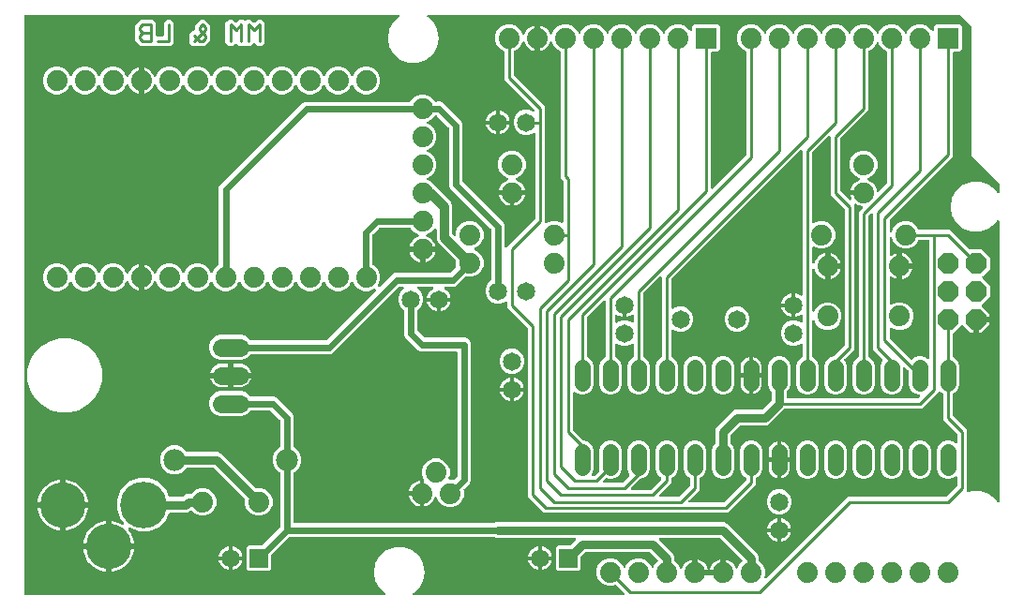
<source format=gbr>
G04 EAGLE Gerber X2 export*
%TF.Part,Single*%
%TF.FileFunction,Copper,L2,Bot,Mixed*%
%TF.FilePolarity,Positive*%
%TF.GenerationSoftware,Autodesk,EAGLE,8.7.0*%
%TF.CreationDate,2018-03-15T14:00:46Z*%
G75*
%MOMM*%
%FSLAX34Y34*%
%LPD*%
%AMOC8*
5,1,8,0,0,1.08239X$1,22.5*%
G01*
%ADD10C,0.279400*%
%ADD11C,1.879600*%
%ADD12R,1.879600X1.879600*%
%ADD13P,2.034460X8X292.500000*%
%ADD14C,1.651000*%
%ADD15R,1.651000X1.651000*%
%ADD16C,4.216000*%
%ADD17C,4.114800*%
%ADD18C,1.981200*%
%ADD19C,1.625600*%
%ADD20C,1.422400*%
%ADD21C,0.254000*%
%ADD22C,0.762000*%
%ADD23C,0.609600*%
%ADD24C,0.812800*%

G36*
X304002Y4323D02*
X304002Y4323D01*
X304037Y4321D01*
X304159Y4343D01*
X304282Y4359D01*
X304315Y4372D01*
X304350Y4378D01*
X304463Y4430D01*
X304578Y4476D01*
X304606Y4496D01*
X304639Y4511D01*
X304735Y4590D01*
X304835Y4662D01*
X304858Y4690D01*
X304885Y4712D01*
X304959Y4812D01*
X305038Y4907D01*
X305053Y4939D01*
X305074Y4968D01*
X305121Y5083D01*
X305174Y5195D01*
X305180Y5230D01*
X305193Y5263D01*
X305210Y5386D01*
X305233Y5507D01*
X305231Y5543D01*
X305236Y5578D01*
X305221Y5701D01*
X305214Y5825D01*
X305203Y5859D01*
X305198Y5894D01*
X305154Y6009D01*
X305116Y6127D01*
X305097Y6157D01*
X305084Y6190D01*
X305012Y6291D01*
X304945Y6396D01*
X304920Y6420D01*
X304899Y6449D01*
X304782Y6560D01*
X299915Y10644D01*
X295929Y17549D01*
X294545Y25400D01*
X295929Y33251D01*
X299915Y40155D01*
X306022Y45280D01*
X313514Y48007D01*
X321486Y48007D01*
X328978Y45280D01*
X335085Y40156D01*
X339071Y33251D01*
X340455Y25400D01*
X339071Y17549D01*
X335085Y10645D01*
X330218Y6560D01*
X330194Y6534D01*
X330165Y6514D01*
X330086Y6418D01*
X330001Y6327D01*
X329985Y6296D01*
X329962Y6269D01*
X329909Y6156D01*
X329850Y6047D01*
X329842Y6013D01*
X329826Y5981D01*
X329803Y5859D01*
X329773Y5739D01*
X329773Y5703D01*
X329767Y5668D01*
X329774Y5545D01*
X329775Y5421D01*
X329784Y5386D01*
X329786Y5351D01*
X329825Y5233D01*
X329856Y5113D01*
X329874Y5082D01*
X329884Y5049D01*
X329951Y4944D01*
X330011Y4835D01*
X330036Y4810D01*
X330055Y4780D01*
X330145Y4695D01*
X330230Y4605D01*
X330260Y4586D01*
X330286Y4562D01*
X330395Y4502D01*
X330500Y4436D01*
X330534Y4425D01*
X330565Y4408D01*
X330685Y4377D01*
X330803Y4340D01*
X330838Y4338D01*
X330873Y4329D01*
X331033Y4319D01*
X519909Y4319D01*
X520047Y4336D01*
X520186Y4349D01*
X520205Y4356D01*
X520225Y4359D01*
X520354Y4410D01*
X520485Y4457D01*
X520502Y4468D01*
X520521Y4476D01*
X520633Y4557D01*
X520748Y4635D01*
X520762Y4651D01*
X520778Y4662D01*
X520867Y4770D01*
X520959Y4874D01*
X520968Y4892D01*
X520981Y4907D01*
X521040Y5033D01*
X521103Y5157D01*
X521108Y5177D01*
X521116Y5195D01*
X521142Y5331D01*
X521173Y5467D01*
X521172Y5488D01*
X521176Y5507D01*
X521167Y5646D01*
X521163Y5785D01*
X521158Y5805D01*
X521156Y5825D01*
X521114Y5957D01*
X521075Y6091D01*
X521065Y6108D01*
X521058Y6127D01*
X520984Y6245D01*
X520913Y6365D01*
X520895Y6386D01*
X520888Y6396D01*
X520873Y6410D01*
X520807Y6485D01*
X513807Y13485D01*
X513784Y13503D01*
X513765Y13526D01*
X513659Y13600D01*
X513556Y13680D01*
X513529Y13692D01*
X513505Y13709D01*
X513383Y13755D01*
X513264Y13806D01*
X513235Y13811D01*
X513207Y13822D01*
X513078Y13836D01*
X512950Y13856D01*
X512921Y13853D01*
X512891Y13857D01*
X512763Y13839D01*
X512633Y13826D01*
X512606Y13816D01*
X512576Y13812D01*
X512424Y13760D01*
X510476Y12953D01*
X505524Y12953D01*
X500950Y14848D01*
X497448Y18350D01*
X495553Y22924D01*
X495553Y27876D01*
X497448Y32450D01*
X500950Y35952D01*
X505524Y37847D01*
X510476Y37847D01*
X515050Y35952D01*
X518552Y32451D01*
X519527Y30095D01*
X519596Y29974D01*
X519661Y29852D01*
X519675Y29837D01*
X519685Y29819D01*
X519782Y29719D01*
X519875Y29616D01*
X519892Y29605D01*
X519906Y29591D01*
X520024Y29518D01*
X520141Y29442D01*
X520160Y29435D01*
X520177Y29424D01*
X520310Y29384D01*
X520442Y29338D01*
X520462Y29337D01*
X520481Y29331D01*
X520620Y29324D01*
X520759Y29313D01*
X520779Y29317D01*
X520799Y29316D01*
X520935Y29344D01*
X521072Y29368D01*
X521091Y29376D01*
X521110Y29380D01*
X521235Y29441D01*
X521362Y29498D01*
X521378Y29511D01*
X521396Y29520D01*
X521502Y29610D01*
X521610Y29697D01*
X521623Y29713D01*
X521638Y29726D01*
X521718Y29840D01*
X521802Y29951D01*
X521814Y29976D01*
X521821Y29986D01*
X521828Y30005D01*
X521873Y30095D01*
X522848Y32450D01*
X526350Y35952D01*
X530924Y37847D01*
X535876Y37847D01*
X540450Y35952D01*
X543952Y32451D01*
X544927Y30095D01*
X544996Y29974D01*
X545061Y29852D01*
X545075Y29837D01*
X545085Y29819D01*
X545182Y29719D01*
X545275Y29616D01*
X545292Y29605D01*
X545306Y29591D01*
X545424Y29518D01*
X545541Y29442D01*
X545560Y29435D01*
X545577Y29424D01*
X545710Y29384D01*
X545842Y29338D01*
X545862Y29337D01*
X545881Y29331D01*
X546020Y29324D01*
X546159Y29313D01*
X546179Y29317D01*
X546199Y29316D01*
X546335Y29344D01*
X546472Y29368D01*
X546491Y29376D01*
X546510Y29380D01*
X546635Y29441D01*
X546762Y29498D01*
X546778Y29511D01*
X546796Y29520D01*
X546902Y29610D01*
X547010Y29697D01*
X547023Y29713D01*
X547038Y29726D01*
X547118Y29840D01*
X547202Y29951D01*
X547214Y29976D01*
X547221Y29986D01*
X547228Y30005D01*
X547273Y30095D01*
X548248Y32450D01*
X550601Y34804D01*
X550675Y34898D01*
X550753Y34987D01*
X550772Y35023D01*
X550796Y35055D01*
X550844Y35164D01*
X550898Y35270D01*
X550907Y35310D01*
X550923Y35347D01*
X550941Y35465D01*
X550967Y35581D01*
X550966Y35621D01*
X550973Y35661D01*
X550961Y35780D01*
X550958Y35899D01*
X550947Y35937D01*
X550943Y35978D01*
X550902Y36090D01*
X550869Y36204D01*
X550849Y36239D01*
X550835Y36277D01*
X550768Y36375D01*
X550708Y36478D01*
X550668Y36523D01*
X550657Y36540D01*
X550641Y36554D01*
X550601Y36599D01*
X543631Y43570D01*
X543552Y43630D01*
X543480Y43698D01*
X543427Y43727D01*
X543379Y43764D01*
X543289Y43804D01*
X543202Y43852D01*
X543143Y43867D01*
X543088Y43891D01*
X542990Y43906D01*
X542894Y43931D01*
X542794Y43937D01*
X542774Y43941D01*
X542761Y43939D01*
X542733Y43941D01*
X485967Y43941D01*
X485869Y43929D01*
X485770Y43926D01*
X485711Y43909D01*
X485651Y43901D01*
X485559Y43865D01*
X485464Y43837D01*
X485412Y43807D01*
X485356Y43784D01*
X485275Y43726D01*
X485190Y43676D01*
X485115Y43610D01*
X485098Y43598D01*
X485090Y43588D01*
X485069Y43570D01*
X481575Y40076D01*
X481515Y39997D01*
X481447Y39925D01*
X481418Y39872D01*
X481381Y39824D01*
X481341Y39734D01*
X481293Y39647D01*
X481278Y39588D01*
X481254Y39533D01*
X481239Y39435D01*
X481214Y39339D01*
X481208Y39239D01*
X481204Y39219D01*
X481206Y39206D01*
X481204Y39178D01*
X481204Y28582D01*
X479418Y26796D01*
X460382Y26796D01*
X458596Y28582D01*
X458596Y47618D01*
X460382Y49404D01*
X470978Y49404D01*
X471076Y49416D01*
X471175Y49419D01*
X471234Y49436D01*
X471294Y49444D01*
X471386Y49480D01*
X471481Y49508D01*
X471533Y49538D01*
X471589Y49561D01*
X471670Y49619D01*
X471755Y49669D01*
X471830Y49735D01*
X471847Y49747D01*
X471855Y49757D01*
X471876Y49775D01*
X476575Y54475D01*
X476660Y54584D01*
X476749Y54691D01*
X476757Y54710D01*
X476770Y54726D01*
X476825Y54854D01*
X476884Y54979D01*
X476888Y54999D01*
X476896Y55018D01*
X476918Y55156D01*
X476944Y55292D01*
X476943Y55312D01*
X476946Y55332D01*
X476933Y55471D01*
X476924Y55609D01*
X476918Y55628D01*
X476916Y55648D01*
X476869Y55780D01*
X476826Y55911D01*
X476815Y55929D01*
X476809Y55948D01*
X476730Y56063D01*
X476656Y56180D01*
X476641Y56194D01*
X476630Y56211D01*
X476526Y56303D01*
X476424Y56398D01*
X476407Y56408D01*
X476392Y56421D01*
X476267Y56485D01*
X476146Y56552D01*
X476126Y56557D01*
X476108Y56566D01*
X475972Y56596D01*
X475838Y56631D01*
X475810Y56633D01*
X475798Y56636D01*
X475778Y56635D01*
X475677Y56641D01*
X405036Y56641D01*
X403429Y57307D01*
X403420Y57309D01*
X403412Y57314D01*
X403267Y57351D01*
X403123Y57391D01*
X403113Y57391D01*
X403104Y57393D01*
X402944Y57403D01*
X218951Y57403D01*
X218853Y57391D01*
X218754Y57388D01*
X218696Y57371D01*
X218636Y57363D01*
X218543Y57327D01*
X218448Y57299D01*
X218396Y57269D01*
X218340Y57246D01*
X218260Y57188D01*
X218174Y57138D01*
X218099Y57072D01*
X218083Y57060D01*
X218075Y57050D01*
X218054Y57032D01*
X202175Y41153D01*
X202115Y41075D01*
X202047Y41003D01*
X202018Y40950D01*
X201981Y40902D01*
X201941Y40811D01*
X201893Y40725D01*
X201878Y40666D01*
X201854Y40610D01*
X201839Y40512D01*
X201814Y40417D01*
X201808Y40317D01*
X201804Y40296D01*
X201806Y40284D01*
X201804Y40256D01*
X201804Y28582D01*
X200018Y26796D01*
X180982Y26796D01*
X179196Y28582D01*
X179196Y47618D01*
X180982Y49404D01*
X192656Y49404D01*
X192754Y49416D01*
X192853Y49419D01*
X192911Y49436D01*
X192971Y49444D01*
X193064Y49480D01*
X193159Y49508D01*
X193211Y49538D01*
X193267Y49561D01*
X193347Y49619D01*
X193433Y49669D01*
X193508Y49735D01*
X193524Y49747D01*
X193532Y49757D01*
X193553Y49775D01*
X209432Y65654D01*
X209492Y65732D01*
X209560Y65804D01*
X209589Y65857D01*
X209626Y65905D01*
X209666Y65996D01*
X209714Y66082D01*
X209729Y66141D01*
X209753Y66197D01*
X209768Y66295D01*
X209793Y66390D01*
X209799Y66490D01*
X209803Y66511D01*
X209801Y66523D01*
X209803Y66551D01*
X209803Y114655D01*
X209800Y114685D01*
X209802Y114714D01*
X209780Y114842D01*
X209763Y114971D01*
X209753Y114998D01*
X209748Y115027D01*
X209694Y115146D01*
X209646Y115266D01*
X209629Y115290D01*
X209617Y115317D01*
X209536Y115419D01*
X209460Y115524D01*
X209437Y115543D01*
X209418Y115566D01*
X209315Y115644D01*
X209215Y115727D01*
X209188Y115739D01*
X209164Y115757D01*
X209020Y115828D01*
X208562Y116018D01*
X204917Y119662D01*
X202945Y124423D01*
X202945Y129577D01*
X204917Y134338D01*
X208562Y137982D01*
X209020Y138172D01*
X209045Y138187D01*
X209073Y138196D01*
X209183Y138265D01*
X209296Y138330D01*
X209317Y138350D01*
X209342Y138366D01*
X209431Y138461D01*
X209524Y138551D01*
X209540Y138576D01*
X209560Y138598D01*
X209623Y138712D01*
X209691Y138822D01*
X209699Y138850D01*
X209714Y138876D01*
X209746Y139002D01*
X209784Y139126D01*
X209786Y139156D01*
X209793Y139184D01*
X209803Y139345D01*
X209803Y162049D01*
X209791Y162147D01*
X209788Y162246D01*
X209771Y162304D01*
X209763Y162364D01*
X209727Y162457D01*
X209699Y162552D01*
X209669Y162604D01*
X209646Y162660D01*
X209588Y162740D01*
X209538Y162826D01*
X209472Y162901D01*
X209460Y162917D01*
X209450Y162925D01*
X209432Y162946D01*
X201046Y171332D01*
X200968Y171392D01*
X200896Y171460D01*
X200843Y171489D01*
X200795Y171526D01*
X200704Y171566D01*
X200618Y171614D01*
X200559Y171629D01*
X200503Y171653D01*
X200405Y171668D01*
X200310Y171693D01*
X200210Y171699D01*
X200189Y171703D01*
X200177Y171701D01*
X200149Y171703D01*
X183463Y171703D01*
X183365Y171691D01*
X183266Y171688D01*
X183208Y171671D01*
X183148Y171663D01*
X183056Y171627D01*
X182961Y171599D01*
X182908Y171569D01*
X182852Y171546D01*
X182772Y171488D01*
X182687Y171438D01*
X182611Y171372D01*
X182595Y171360D01*
X182587Y171350D01*
X182566Y171332D01*
X179559Y168325D01*
X175451Y166623D01*
X154749Y166623D01*
X150641Y168325D01*
X147497Y171469D01*
X145795Y175577D01*
X145795Y180023D01*
X147497Y184131D01*
X150641Y187275D01*
X154749Y188977D01*
X175451Y188977D01*
X179559Y187275D01*
X182566Y184268D01*
X182644Y184208D01*
X182716Y184140D01*
X182769Y184111D01*
X182817Y184074D01*
X182908Y184034D01*
X182995Y183986D01*
X183053Y183971D01*
X183109Y183947D01*
X183207Y183932D01*
X183303Y183907D01*
X183403Y183901D01*
X183423Y183897D01*
X183435Y183899D01*
X183463Y183897D01*
X204413Y183897D01*
X206654Y182969D01*
X219175Y170447D01*
X221069Y168554D01*
X221997Y166313D01*
X221997Y139345D01*
X222000Y139315D01*
X221998Y139286D01*
X222020Y139158D01*
X222037Y139029D01*
X222047Y139002D01*
X222052Y138973D01*
X222106Y138854D01*
X222154Y138734D01*
X222171Y138710D01*
X222183Y138683D01*
X222264Y138581D01*
X222340Y138476D01*
X222363Y138457D01*
X222382Y138434D01*
X222485Y138356D01*
X222585Y138273D01*
X222612Y138261D01*
X222636Y138243D01*
X222780Y138172D01*
X223238Y137982D01*
X226883Y134338D01*
X228855Y129577D01*
X228855Y124423D01*
X226883Y119662D01*
X223238Y116018D01*
X222780Y115828D01*
X222755Y115813D01*
X222727Y115804D01*
X222617Y115735D01*
X222504Y115670D01*
X222483Y115650D01*
X222458Y115634D01*
X222369Y115539D01*
X222276Y115449D01*
X222260Y115424D01*
X222240Y115402D01*
X222177Y115288D01*
X222109Y115178D01*
X222101Y115150D01*
X222086Y115124D01*
X222054Y114998D01*
X222016Y114874D01*
X222014Y114844D01*
X222007Y114816D01*
X221997Y114655D01*
X221997Y70866D01*
X222012Y70748D01*
X222019Y70629D01*
X222032Y70591D01*
X222037Y70550D01*
X222080Y70440D01*
X222117Y70327D01*
X222139Y70292D01*
X222154Y70255D01*
X222223Y70159D01*
X222287Y70058D01*
X222317Y70030D01*
X222340Y69997D01*
X222432Y69921D01*
X222519Y69840D01*
X222554Y69820D01*
X222585Y69795D01*
X222693Y69744D01*
X222797Y69686D01*
X222837Y69676D01*
X222873Y69659D01*
X222990Y69637D01*
X223105Y69607D01*
X223165Y69603D01*
X223185Y69599D01*
X223206Y69601D01*
X223266Y69597D01*
X402944Y69597D01*
X402953Y69598D01*
X402962Y69597D01*
X403111Y69618D01*
X403259Y69637D01*
X403268Y69640D01*
X403277Y69641D01*
X403429Y69693D01*
X405036Y70359D01*
X610964Y70359D01*
X613485Y69315D01*
X640815Y41985D01*
X641859Y39464D01*
X641859Y36669D01*
X641871Y36571D01*
X641874Y36472D01*
X641891Y36414D01*
X641899Y36354D01*
X641935Y36262D01*
X641963Y36167D01*
X641993Y36114D01*
X642016Y36058D01*
X642074Y35978D01*
X642124Y35893D01*
X642190Y35817D01*
X642202Y35801D01*
X642212Y35793D01*
X642230Y35772D01*
X645552Y32450D01*
X647447Y27876D01*
X647447Y22924D01*
X646799Y21360D01*
X646780Y21292D01*
X646753Y21228D01*
X646738Y21139D01*
X646715Y21053D01*
X646714Y20983D01*
X646703Y20914D01*
X646711Y20825D01*
X646710Y20735D01*
X646726Y20667D01*
X646732Y20598D01*
X646763Y20513D01*
X646784Y20426D01*
X646816Y20364D01*
X646840Y20298D01*
X646891Y20224D01*
X646933Y20145D01*
X646979Y20093D01*
X647019Y20035D01*
X647086Y19976D01*
X647146Y19909D01*
X647205Y19871D01*
X647257Y19825D01*
X647337Y19784D01*
X647412Y19734D01*
X647478Y19712D01*
X647540Y19680D01*
X647628Y19660D01*
X647713Y19631D01*
X647783Y19626D01*
X647851Y19610D01*
X647940Y19613D01*
X648030Y19606D01*
X648099Y19618D01*
X648169Y19620D01*
X648255Y19645D01*
X648343Y19660D01*
X648407Y19689D01*
X648474Y19708D01*
X648551Y19754D01*
X648633Y19791D01*
X648688Y19834D01*
X648748Y19870D01*
X648869Y19976D01*
X719210Y90317D01*
X722111Y93219D01*
X810485Y93219D01*
X810584Y93231D01*
X810683Y93234D01*
X810741Y93251D01*
X810801Y93259D01*
X810893Y93295D01*
X810988Y93323D01*
X811040Y93353D01*
X811097Y93376D01*
X811177Y93434D01*
X811262Y93484D01*
X811337Y93550D01*
X811354Y93562D01*
X811362Y93572D01*
X811383Y93590D01*
X820810Y103017D01*
X820870Y103095D01*
X820938Y103168D01*
X820967Y103221D01*
X821004Y103268D01*
X821044Y103359D01*
X821092Y103446D01*
X821107Y103505D01*
X821131Y103560D01*
X821146Y103658D01*
X821171Y103754D01*
X821177Y103854D01*
X821181Y103874D01*
X821179Y103887D01*
X821181Y103915D01*
X821181Y110836D01*
X821164Y110973D01*
X821151Y111112D01*
X821144Y111131D01*
X821141Y111151D01*
X821090Y111281D01*
X821043Y111411D01*
X821032Y111428D01*
X821024Y111447D01*
X820943Y111559D01*
X820865Y111674D01*
X820849Y111688D01*
X820838Y111704D01*
X820730Y111793D01*
X820626Y111885D01*
X820608Y111894D01*
X820593Y111907D01*
X820467Y111966D01*
X820343Y112029D01*
X820323Y112034D01*
X820305Y112042D01*
X820168Y112069D01*
X820033Y112099D01*
X820012Y112098D01*
X819993Y112102D01*
X819854Y112094D01*
X819715Y112089D01*
X819695Y112084D01*
X819675Y112083D01*
X819543Y112040D01*
X819409Y112001D01*
X819392Y111991D01*
X819373Y111984D01*
X819255Y111910D01*
X819135Y111839D01*
X819114Y111821D01*
X819104Y111814D01*
X819090Y111799D01*
X819014Y111733D01*
X818556Y111274D01*
X814821Y109727D01*
X810779Y109727D01*
X807044Y111274D01*
X804186Y114132D01*
X802639Y117867D01*
X802639Y136133D01*
X804186Y139868D01*
X807044Y142726D01*
X810779Y144273D01*
X814821Y144273D01*
X818556Y142726D01*
X819014Y142267D01*
X819124Y142182D01*
X819231Y142093D01*
X819250Y142084D01*
X819266Y142072D01*
X819394Y142017D01*
X819519Y141958D01*
X819539Y141954D01*
X819558Y141946D01*
X819696Y141924D01*
X819832Y141898D01*
X819852Y141899D01*
X819872Y141896D01*
X820011Y141909D01*
X820149Y141917D01*
X820168Y141924D01*
X820188Y141926D01*
X820319Y141973D01*
X820451Y142016D01*
X820469Y142026D01*
X820488Y142033D01*
X820602Y142111D01*
X820720Y142186D01*
X820734Y142200D01*
X820751Y142212D01*
X820843Y142316D01*
X820938Y142417D01*
X820948Y142435D01*
X820961Y142450D01*
X821024Y142574D01*
X821092Y142696D01*
X821097Y142715D01*
X821106Y142733D01*
X821136Y142869D01*
X821171Y143004D01*
X821173Y143032D01*
X821176Y143044D01*
X821175Y143064D01*
X821181Y143164D01*
X821181Y150085D01*
X821169Y150184D01*
X821166Y150283D01*
X821149Y150341D01*
X821141Y150401D01*
X821105Y150493D01*
X821077Y150588D01*
X821047Y150640D01*
X821024Y150697D01*
X820966Y150777D01*
X820916Y150862D01*
X820850Y150937D01*
X820838Y150954D01*
X820828Y150962D01*
X820810Y150983D01*
X808481Y163311D01*
X808481Y186031D01*
X808478Y186060D01*
X808480Y186090D01*
X808458Y186218D01*
X808441Y186346D01*
X808431Y186374D01*
X808426Y186403D01*
X808372Y186522D01*
X808324Y186642D01*
X808307Y186666D01*
X808295Y186693D01*
X808214Y186795D01*
X808138Y186899D01*
X808115Y186918D01*
X808096Y186941D01*
X807993Y187019D01*
X807893Y187102D01*
X807866Y187115D01*
X807842Y187133D01*
X807698Y187204D01*
X807044Y187474D01*
X806011Y188508D01*
X805917Y188581D01*
X805827Y188660D01*
X805791Y188678D01*
X805759Y188703D01*
X805650Y188750D01*
X805544Y188804D01*
X805505Y188813D01*
X805467Y188829D01*
X805350Y188848D01*
X805234Y188874D01*
X805193Y188873D01*
X805153Y188879D01*
X805035Y188868D01*
X804916Y188864D01*
X804877Y188853D01*
X804837Y188849D01*
X804725Y188809D01*
X804610Y188776D01*
X804576Y188755D01*
X804537Y188742D01*
X804439Y188675D01*
X804336Y188614D01*
X804291Y188575D01*
X804274Y188563D01*
X804261Y188548D01*
X804216Y188508D01*
X801517Y185810D01*
X789189Y173481D01*
X666307Y173481D01*
X666209Y173469D01*
X666110Y173466D01*
X666051Y173449D01*
X665991Y173441D01*
X665899Y173405D01*
X665804Y173377D01*
X665752Y173347D01*
X665696Y173324D01*
X665615Y173266D01*
X665530Y173216D01*
X665455Y173150D01*
X665438Y173138D01*
X665430Y173128D01*
X665409Y173110D01*
X651585Y159285D01*
X649064Y158241D01*
X625667Y158241D01*
X625569Y158229D01*
X625470Y158226D01*
X625411Y158209D01*
X625351Y158201D01*
X625259Y158165D01*
X625164Y158137D01*
X625112Y158107D01*
X625056Y158084D01*
X624975Y158026D01*
X624890Y157976D01*
X624815Y157910D01*
X624798Y157898D01*
X624790Y157888D01*
X624769Y157870D01*
X616830Y149931D01*
X616770Y149852D01*
X616702Y149780D01*
X616673Y149727D01*
X616636Y149679D01*
X616596Y149589D01*
X616548Y149502D01*
X616533Y149443D01*
X616509Y149388D01*
X616494Y149290D01*
X616469Y149194D01*
X616463Y149104D01*
X616461Y149094D01*
X616462Y149088D01*
X616459Y149074D01*
X616461Y149061D01*
X616459Y149033D01*
X616459Y142148D01*
X616471Y142050D01*
X616474Y141951D01*
X616491Y141893D01*
X616499Y141833D01*
X616535Y141741D01*
X616563Y141646D01*
X616593Y141594D01*
X616616Y141537D01*
X616674Y141457D01*
X616724Y141372D01*
X616790Y141296D01*
X616802Y141280D01*
X616812Y141272D01*
X616830Y141251D01*
X618214Y139868D01*
X619761Y136133D01*
X619761Y117867D01*
X618214Y114132D01*
X615356Y111274D01*
X611621Y109727D01*
X607579Y109727D01*
X603844Y111274D01*
X600986Y114132D01*
X599439Y117867D01*
X599439Y136133D01*
X600986Y139868D01*
X602370Y141251D01*
X602430Y141329D01*
X602498Y141401D01*
X602527Y141454D01*
X602564Y141502D01*
X602604Y141593D01*
X602652Y141680D01*
X602667Y141738D01*
X602691Y141794D01*
X602706Y141892D01*
X602731Y141988D01*
X602737Y142088D01*
X602741Y142108D01*
X602739Y142120D01*
X602741Y142148D01*
X602741Y153764D01*
X603785Y156285D01*
X618415Y170915D01*
X620936Y171959D01*
X644333Y171959D01*
X644431Y171971D01*
X644530Y171974D01*
X644589Y171991D01*
X644649Y171999D01*
X644741Y172035D01*
X644836Y172063D01*
X644888Y172093D01*
X644944Y172116D01*
X645025Y172174D01*
X645110Y172224D01*
X645185Y172290D01*
X645202Y172302D01*
X645210Y172312D01*
X645231Y172330D01*
X653170Y180269D01*
X653230Y180348D01*
X653298Y180420D01*
X653327Y180473D01*
X653364Y180521D01*
X653404Y180611D01*
X653452Y180698D01*
X653467Y180757D01*
X653491Y180812D01*
X653506Y180910D01*
X653531Y181006D01*
X653537Y181106D01*
X653541Y181126D01*
X653539Y181139D01*
X653541Y181167D01*
X653541Y188052D01*
X653529Y188150D01*
X653526Y188249D01*
X653509Y188307D01*
X653501Y188367D01*
X653465Y188459D01*
X653437Y188554D01*
X653407Y188606D01*
X653384Y188663D01*
X653326Y188743D01*
X653276Y188828D01*
X653210Y188904D01*
X653198Y188920D01*
X653188Y188928D01*
X653170Y188949D01*
X651786Y190332D01*
X650239Y194067D01*
X650239Y212333D01*
X651786Y216068D01*
X654644Y218926D01*
X658379Y220473D01*
X662421Y220473D01*
X666156Y218926D01*
X669014Y216068D01*
X670561Y212333D01*
X670561Y194067D01*
X669014Y190332D01*
X667630Y188949D01*
X667570Y188871D01*
X667502Y188799D01*
X667473Y188746D01*
X667436Y188698D01*
X667396Y188607D01*
X667348Y188520D01*
X667333Y188462D01*
X667309Y188406D01*
X667294Y188308D01*
X667269Y188212D01*
X667263Y188112D01*
X667259Y188092D01*
X667261Y188080D01*
X667259Y188052D01*
X667259Y183388D01*
X667274Y183270D01*
X667281Y183151D01*
X667294Y183113D01*
X667299Y183072D01*
X667342Y182962D01*
X667379Y182849D01*
X667401Y182814D01*
X667416Y182777D01*
X667485Y182681D01*
X667549Y182580D01*
X667579Y182552D01*
X667602Y182519D01*
X667694Y182443D01*
X667781Y182362D01*
X667816Y182342D01*
X667847Y182317D01*
X667955Y182266D01*
X668059Y182208D01*
X668099Y182198D01*
X668135Y182181D01*
X668252Y182159D01*
X668367Y182129D01*
X668427Y182125D01*
X668447Y182121D01*
X668468Y182123D01*
X668528Y182119D01*
X785085Y182119D01*
X785184Y182131D01*
X785283Y182134D01*
X785341Y182151D01*
X785401Y182159D01*
X785493Y182195D01*
X785588Y182223D01*
X785640Y182253D01*
X785697Y182276D01*
X785777Y182334D01*
X785862Y182384D01*
X785937Y182450D01*
X785954Y182462D01*
X785962Y182472D01*
X785983Y182490D01*
X787253Y183761D01*
X787338Y183870D01*
X787427Y183977D01*
X787435Y183996D01*
X787448Y184012D01*
X787503Y184139D01*
X787562Y184265D01*
X787566Y184285D01*
X787574Y184304D01*
X787596Y184442D01*
X787622Y184578D01*
X787621Y184598D01*
X787624Y184618D01*
X787611Y184757D01*
X787602Y184895D01*
X787596Y184914D01*
X787594Y184934D01*
X787547Y185066D01*
X787504Y185197D01*
X787494Y185215D01*
X787487Y185234D01*
X787409Y185349D01*
X787334Y185466D01*
X787319Y185480D01*
X787308Y185497D01*
X787204Y185589D01*
X787103Y185684D01*
X787085Y185694D01*
X787070Y185707D01*
X786946Y185771D01*
X786824Y185838D01*
X786804Y185843D01*
X786786Y185852D01*
X786651Y185882D01*
X786516Y185917D01*
X786488Y185919D01*
X786476Y185922D01*
X786456Y185921D01*
X786355Y185927D01*
X785379Y185927D01*
X781644Y187474D01*
X778786Y190332D01*
X777239Y194067D01*
X777239Y206727D01*
X777227Y206826D01*
X777224Y206925D01*
X777207Y206983D01*
X777199Y207043D01*
X777163Y207135D01*
X777135Y207230D01*
X777105Y207282D01*
X777082Y207339D01*
X777024Y207419D01*
X776974Y207504D01*
X776908Y207579D01*
X776896Y207596D01*
X776886Y207604D01*
X776868Y207625D01*
X774327Y210165D01*
X774218Y210250D01*
X774111Y210339D01*
X774092Y210347D01*
X774076Y210360D01*
X773948Y210415D01*
X773823Y210474D01*
X773803Y210478D01*
X773784Y210486D01*
X773646Y210508D01*
X773510Y210534D01*
X773490Y210533D01*
X773470Y210536D01*
X773331Y210523D01*
X773193Y210514D01*
X773174Y210508D01*
X773154Y210506D01*
X773022Y210459D01*
X772891Y210416D01*
X772873Y210406D01*
X772854Y210399D01*
X772739Y210321D01*
X772622Y210246D01*
X772608Y210231D01*
X772591Y210220D01*
X772499Y210116D01*
X772404Y210015D01*
X772394Y209997D01*
X772381Y209982D01*
X772317Y209858D01*
X772250Y209736D01*
X772245Y209716D01*
X772236Y209698D01*
X772206Y209563D01*
X772171Y209428D01*
X772169Y209400D01*
X772166Y209388D01*
X772167Y209368D01*
X772161Y209267D01*
X772161Y194067D01*
X770614Y190332D01*
X767756Y187474D01*
X764021Y185927D01*
X759979Y185927D01*
X756244Y187474D01*
X753386Y190332D01*
X751839Y194067D01*
X751839Y212333D01*
X753386Y216068D01*
X753658Y216339D01*
X753731Y216434D01*
X753810Y216523D01*
X753828Y216559D01*
X753853Y216591D01*
X753900Y216700D01*
X753954Y216806D01*
X753963Y216845D01*
X753979Y216883D01*
X753998Y217000D01*
X754024Y217116D01*
X754023Y217157D01*
X754029Y217197D01*
X754018Y217315D01*
X754014Y217434D01*
X754003Y217473D01*
X753999Y217513D01*
X753959Y217625D01*
X753926Y217740D01*
X753905Y217774D01*
X753892Y217813D01*
X753825Y217911D01*
X753764Y218014D01*
X753725Y218059D01*
X753713Y218076D01*
X753698Y218089D01*
X753658Y218134D01*
X747883Y223910D01*
X744981Y226811D01*
X744981Y348459D01*
X744964Y348597D01*
X744951Y348736D01*
X744944Y348755D01*
X744941Y348775D01*
X744890Y348904D01*
X744843Y349035D01*
X744832Y349052D01*
X744824Y349071D01*
X744743Y349183D01*
X744665Y349298D01*
X744649Y349312D01*
X744638Y349328D01*
X744530Y349417D01*
X744426Y349509D01*
X744408Y349518D01*
X744393Y349531D01*
X744267Y349590D01*
X744143Y349653D01*
X744123Y349658D01*
X744105Y349666D01*
X743968Y349692D01*
X743833Y349723D01*
X743812Y349722D01*
X743793Y349726D01*
X743654Y349717D01*
X743515Y349713D01*
X743495Y349708D01*
X743475Y349706D01*
X743343Y349664D01*
X743209Y349625D01*
X743192Y349615D01*
X743173Y349608D01*
X743055Y349534D01*
X742935Y349463D01*
X742914Y349445D01*
X742904Y349438D01*
X742890Y349423D01*
X742815Y349357D01*
X741290Y347833D01*
X741230Y347755D01*
X741162Y347682D01*
X741133Y347629D01*
X741096Y347582D01*
X741056Y347491D01*
X741008Y347404D01*
X740993Y347345D01*
X740969Y347290D01*
X740954Y347192D01*
X740929Y347096D01*
X740923Y346996D01*
X740919Y346976D01*
X740921Y346963D01*
X740919Y346935D01*
X740919Y220369D01*
X740922Y220340D01*
X740920Y220310D01*
X740942Y220182D01*
X740959Y220054D01*
X740969Y220026D01*
X740974Y219997D01*
X741028Y219878D01*
X741076Y219758D01*
X741093Y219734D01*
X741105Y219707D01*
X741186Y219605D01*
X741262Y219501D01*
X741285Y219482D01*
X741304Y219459D01*
X741407Y219381D01*
X741507Y219298D01*
X741534Y219285D01*
X741558Y219267D01*
X741702Y219196D01*
X742356Y218926D01*
X745214Y216068D01*
X746761Y212333D01*
X746761Y194067D01*
X745214Y190332D01*
X742356Y187474D01*
X738621Y185927D01*
X734579Y185927D01*
X730844Y187474D01*
X727986Y190332D01*
X726439Y194067D01*
X726439Y212333D01*
X727986Y216068D01*
X730844Y218926D01*
X731498Y219196D01*
X731523Y219211D01*
X731551Y219220D01*
X731661Y219290D01*
X731774Y219354D01*
X731795Y219375D01*
X731820Y219390D01*
X731909Y219485D01*
X732002Y219575D01*
X732018Y219600D01*
X732038Y219622D01*
X732101Y219736D01*
X732169Y219846D01*
X732177Y219875D01*
X732192Y219900D01*
X732224Y220026D01*
X732262Y220150D01*
X732264Y220180D01*
X732271Y220208D01*
X732281Y220369D01*
X732281Y351039D01*
X735577Y354334D01*
X735601Y354366D01*
X735631Y354392D01*
X735698Y354491D01*
X735771Y354585D01*
X735787Y354622D01*
X735810Y354655D01*
X735850Y354767D01*
X735898Y354877D01*
X735904Y354917D01*
X735918Y354954D01*
X735929Y355073D01*
X735948Y355191D01*
X735944Y355231D01*
X735948Y355271D01*
X735929Y355389D01*
X735918Y355508D01*
X735904Y355545D01*
X735898Y355585D01*
X735851Y355695D01*
X735810Y355807D01*
X735788Y355840D01*
X735772Y355877D01*
X735699Y355971D01*
X735632Y356070D01*
X735602Y356097D01*
X735577Y356128D01*
X735483Y356202D01*
X735393Y356281D01*
X735358Y356299D01*
X735326Y356323D01*
X735217Y356371D01*
X735110Y356425D01*
X735071Y356434D01*
X735035Y356450D01*
X734878Y356485D01*
X733804Y356655D01*
X732017Y357236D01*
X730343Y358089D01*
X730234Y358168D01*
X730199Y358187D01*
X730169Y358213D01*
X730060Y358264D01*
X729955Y358321D01*
X729917Y358331D01*
X729881Y358348D01*
X729764Y358371D01*
X729647Y358400D01*
X729607Y358400D01*
X729568Y358408D01*
X729449Y358400D01*
X729329Y358400D01*
X729291Y358391D01*
X729251Y358388D01*
X729137Y358351D01*
X729021Y358322D01*
X728986Y358302D01*
X728949Y358290D01*
X728847Y358226D01*
X728743Y358168D01*
X728714Y358141D01*
X728680Y358120D01*
X728598Y358033D01*
X728511Y357951D01*
X728489Y357917D01*
X728462Y357888D01*
X728404Y357783D01*
X728340Y357683D01*
X728328Y357645D01*
X728308Y357610D01*
X728279Y357494D01*
X728241Y357380D01*
X728239Y357340D01*
X728229Y357302D01*
X728219Y357141D01*
X728219Y226811D01*
X725317Y223910D01*
X719542Y218134D01*
X719469Y218040D01*
X719390Y217951D01*
X719372Y217915D01*
X719347Y217883D01*
X719300Y217774D01*
X719246Y217668D01*
X719237Y217628D01*
X719221Y217591D01*
X719202Y217474D01*
X719176Y217358D01*
X719177Y217317D01*
X719171Y217277D01*
X719182Y217158D01*
X719186Y217040D01*
X719197Y217001D01*
X719201Y216961D01*
X719241Y216848D01*
X719274Y216734D01*
X719295Y216699D01*
X719308Y216661D01*
X719375Y216563D01*
X719436Y216460D01*
X719475Y216415D01*
X719487Y216398D01*
X719502Y216385D01*
X719542Y216339D01*
X719814Y216068D01*
X721361Y212333D01*
X721361Y194067D01*
X719814Y190332D01*
X716956Y187474D01*
X713221Y185927D01*
X709179Y185927D01*
X705444Y187474D01*
X702586Y190332D01*
X701039Y194067D01*
X701039Y212333D01*
X702586Y216068D01*
X705444Y218926D01*
X709196Y220480D01*
X709238Y220485D01*
X709337Y220488D01*
X709395Y220505D01*
X709455Y220513D01*
X709547Y220549D01*
X709642Y220577D01*
X709694Y220607D01*
X709751Y220630D01*
X709831Y220688D01*
X709916Y220738D01*
X709991Y220804D01*
X710008Y220816D01*
X710016Y220826D01*
X710037Y220844D01*
X719210Y230017D01*
X719270Y230095D01*
X719338Y230168D01*
X719367Y230221D01*
X719404Y230268D01*
X719444Y230359D01*
X719492Y230446D01*
X719507Y230505D01*
X719531Y230560D01*
X719546Y230658D01*
X719571Y230754D01*
X719577Y230854D01*
X719581Y230874D01*
X719579Y230887D01*
X719581Y230915D01*
X719581Y353285D01*
X719569Y353384D01*
X719566Y353483D01*
X719549Y353541D01*
X719541Y353601D01*
X719505Y353693D01*
X719477Y353788D01*
X719447Y353840D01*
X719424Y353897D01*
X719366Y353977D01*
X719316Y354062D01*
X719250Y354137D01*
X719238Y354154D01*
X719228Y354162D01*
X719210Y354183D01*
X706881Y366511D01*
X706881Y418309D01*
X706864Y418447D01*
X706851Y418586D01*
X706844Y418605D01*
X706841Y418625D01*
X706790Y418754D01*
X706743Y418885D01*
X706732Y418902D01*
X706724Y418921D01*
X706643Y419033D01*
X706565Y419148D01*
X706549Y419162D01*
X706538Y419178D01*
X706430Y419267D01*
X706326Y419359D01*
X706308Y419368D01*
X706293Y419381D01*
X706167Y419440D01*
X706043Y419503D01*
X706023Y419508D01*
X706005Y419516D01*
X705869Y419542D01*
X705733Y419573D01*
X705712Y419572D01*
X705693Y419576D01*
X705554Y419567D01*
X705415Y419563D01*
X705395Y419558D01*
X705375Y419556D01*
X705243Y419514D01*
X705109Y419475D01*
X705092Y419465D01*
X705073Y419458D01*
X704955Y419384D01*
X704835Y419313D01*
X704814Y419295D01*
X704804Y419288D01*
X704790Y419273D01*
X704715Y419207D01*
X690490Y404983D01*
X690430Y404905D01*
X690362Y404832D01*
X690333Y404779D01*
X690296Y404732D01*
X690256Y404641D01*
X690208Y404554D01*
X690193Y404495D01*
X690169Y404440D01*
X690154Y404342D01*
X690129Y404246D01*
X690123Y404146D01*
X690119Y404126D01*
X690121Y404113D01*
X690119Y404085D01*
X690119Y342100D01*
X690125Y342051D01*
X690123Y342001D01*
X690145Y341894D01*
X690159Y341785D01*
X690177Y341739D01*
X690187Y341690D01*
X690235Y341591D01*
X690276Y341489D01*
X690305Y341449D01*
X690327Y341404D01*
X690398Y341320D01*
X690462Y341232D01*
X690501Y341200D01*
X690533Y341162D01*
X690623Y341099D01*
X690707Y341029D01*
X690752Y341008D01*
X690793Y340979D01*
X690896Y340940D01*
X690995Y340893D01*
X691044Y340884D01*
X691090Y340866D01*
X691200Y340854D01*
X691307Y340833D01*
X691357Y340837D01*
X691406Y340831D01*
X691515Y340846D01*
X691625Y340853D01*
X691672Y340869D01*
X691721Y340875D01*
X691874Y340928D01*
X696024Y342647D01*
X700976Y342647D01*
X705550Y340752D01*
X709052Y337250D01*
X710947Y332676D01*
X710947Y327724D01*
X709052Y323150D01*
X705550Y319648D01*
X700976Y317753D01*
X696024Y317753D01*
X691874Y319472D01*
X691826Y319486D01*
X691781Y319507D01*
X691673Y319527D01*
X691567Y319556D01*
X691517Y319557D01*
X691468Y319567D01*
X691359Y319560D01*
X691249Y319561D01*
X691201Y319550D01*
X691151Y319547D01*
X691047Y319513D01*
X690940Y319487D01*
X690896Y319464D01*
X690849Y319449D01*
X690756Y319390D01*
X690659Y319339D01*
X690622Y319305D01*
X690580Y319279D01*
X690505Y319198D01*
X690423Y319125D01*
X690396Y319083D01*
X690362Y319047D01*
X690309Y318951D01*
X690249Y318859D01*
X690232Y318812D01*
X690208Y318768D01*
X690181Y318662D01*
X690145Y318558D01*
X690141Y318509D01*
X690129Y318461D01*
X690119Y318300D01*
X690119Y305661D01*
X690134Y305543D01*
X690141Y305424D01*
X690154Y305386D01*
X690159Y305346D01*
X690202Y305235D01*
X690239Y305121D01*
X690261Y305087D01*
X690276Y305050D01*
X690346Y304954D01*
X690410Y304853D01*
X690439Y304825D01*
X690462Y304793D01*
X690554Y304717D01*
X690641Y304635D01*
X690677Y304615D01*
X690707Y304590D01*
X690815Y304539D01*
X690920Y304481D01*
X690959Y304471D01*
X690995Y304454D01*
X691112Y304432D01*
X691228Y304402D01*
X691268Y304402D01*
X691307Y304395D01*
X691427Y304402D01*
X691546Y304402D01*
X691585Y304412D01*
X691625Y304414D01*
X691738Y304451D01*
X691854Y304481D01*
X691889Y304500D01*
X691927Y304512D01*
X692028Y304576D01*
X692133Y304634D01*
X692162Y304661D01*
X692196Y304683D01*
X692278Y304770D01*
X692365Y304851D01*
X692387Y304885D01*
X692414Y304914D01*
X692472Y305019D01*
X692536Y305119D01*
X692558Y305175D01*
X692568Y305193D01*
X692573Y305212D01*
X692595Y305269D01*
X693024Y306589D01*
X693877Y308263D01*
X694982Y309784D01*
X696310Y311112D01*
X697831Y312217D01*
X699505Y313070D01*
X701292Y313651D01*
X701549Y313691D01*
X701549Y303276D01*
X701564Y303158D01*
X701571Y303039D01*
X701584Y303001D01*
X701589Y302961D01*
X701632Y302850D01*
X701669Y302737D01*
X701691Y302702D01*
X701706Y302665D01*
X701776Y302569D01*
X701839Y302468D01*
X701869Y302440D01*
X701892Y302408D01*
X701984Y302332D01*
X702071Y302250D01*
X702106Y302231D01*
X702137Y302205D01*
X702245Y302154D01*
X702349Y302097D01*
X702389Y302086D01*
X702425Y302069D01*
X702542Y302047D01*
X702657Y302017D01*
X702718Y302013D01*
X702738Y302009D01*
X702758Y302011D01*
X702818Y302007D01*
X704089Y302007D01*
X704089Y302005D01*
X702818Y302005D01*
X702700Y301990D01*
X702581Y301983D01*
X702543Y301970D01*
X702502Y301965D01*
X702392Y301921D01*
X702279Y301885D01*
X702244Y301863D01*
X702207Y301848D01*
X702111Y301778D01*
X702010Y301715D01*
X701982Y301685D01*
X701949Y301661D01*
X701874Y301570D01*
X701792Y301483D01*
X701772Y301448D01*
X701747Y301416D01*
X701696Y301309D01*
X701638Y301204D01*
X701628Y301165D01*
X701611Y301129D01*
X701589Y301012D01*
X701559Y300897D01*
X701555Y300836D01*
X701551Y300816D01*
X701553Y300796D01*
X701549Y300736D01*
X701549Y290321D01*
X701292Y290361D01*
X699505Y290942D01*
X697831Y291795D01*
X696310Y292900D01*
X694982Y294228D01*
X693877Y295749D01*
X693024Y297423D01*
X692595Y298743D01*
X692544Y298851D01*
X692500Y298962D01*
X692477Y298994D01*
X692460Y299031D01*
X692384Y299123D01*
X692314Y299219D01*
X692283Y299245D01*
X692257Y299276D01*
X692161Y299346D01*
X692069Y299422D01*
X692032Y299439D01*
X692000Y299463D01*
X691888Y299507D01*
X691781Y299558D01*
X691742Y299565D01*
X691704Y299580D01*
X691585Y299595D01*
X691468Y299617D01*
X691429Y299615D01*
X691389Y299620D01*
X691270Y299605D01*
X691151Y299598D01*
X691113Y299585D01*
X691073Y299580D01*
X690962Y299536D01*
X690849Y299500D01*
X690815Y299478D01*
X690777Y299463D01*
X690681Y299393D01*
X690580Y299329D01*
X690552Y299300D01*
X690520Y299277D01*
X690444Y299185D01*
X690362Y299098D01*
X690343Y299063D01*
X690317Y299032D01*
X690266Y298924D01*
X690208Y298819D01*
X690198Y298781D01*
X690181Y298744D01*
X690159Y298627D01*
X690129Y298511D01*
X690125Y298452D01*
X690121Y298432D01*
X690123Y298411D01*
X690119Y298351D01*
X690119Y261975D01*
X690127Y261906D01*
X690126Y261836D01*
X690138Y261787D01*
X690141Y261740D01*
X690153Y261702D01*
X690159Y261659D01*
X690184Y261595D01*
X690201Y261527D01*
X690225Y261481D01*
X690239Y261437D01*
X690259Y261405D01*
X690276Y261364D01*
X690317Y261307D01*
X690349Y261246D01*
X690386Y261205D01*
X690409Y261168D01*
X690435Y261144D01*
X690462Y261106D01*
X690516Y261062D01*
X690563Y261010D01*
X690610Y260980D01*
X690641Y260950D01*
X690671Y260934D01*
X690707Y260904D01*
X690771Y260874D01*
X690829Y260836D01*
X690883Y260817D01*
X690919Y260797D01*
X690952Y260789D01*
X690995Y260768D01*
X691064Y260755D01*
X691130Y260732D01*
X691187Y260728D01*
X691227Y260717D01*
X691276Y260714D01*
X691307Y260708D01*
X691339Y260710D01*
X691388Y260707D01*
X691389Y260707D01*
X691410Y260710D01*
X691447Y260707D01*
X691535Y260723D01*
X691625Y260728D01*
X691670Y260743D01*
X691704Y260747D01*
X691725Y260756D01*
X691760Y260762D01*
X691842Y260798D01*
X691927Y260826D01*
X691967Y260851D01*
X692000Y260864D01*
X692019Y260878D01*
X692050Y260892D01*
X692120Y260948D01*
X692196Y260996D01*
X692227Y261029D01*
X692257Y261051D01*
X692274Y261071D01*
X692298Y261091D01*
X692353Y261162D01*
X692414Y261228D01*
X692435Y261265D01*
X692460Y261296D01*
X692472Y261321D01*
X692490Y261345D01*
X692561Y261489D01*
X693536Y263844D01*
X697038Y267346D01*
X701612Y269241D01*
X706564Y269241D01*
X711138Y267346D01*
X714640Y263844D01*
X716535Y259270D01*
X716535Y254318D01*
X714640Y249744D01*
X711138Y246242D01*
X706564Y244347D01*
X701612Y244347D01*
X697038Y246242D01*
X693536Y249744D01*
X692561Y252099D01*
X692526Y252159D01*
X692500Y252224D01*
X692448Y252297D01*
X692403Y252375D01*
X692355Y252425D01*
X692314Y252482D01*
X692244Y252539D01*
X692182Y252603D01*
X692122Y252640D01*
X692069Y252684D01*
X691987Y252723D01*
X691911Y252770D01*
X691844Y252790D01*
X691781Y252820D01*
X691693Y252837D01*
X691607Y252863D01*
X691537Y252867D01*
X691468Y252880D01*
X691379Y252874D01*
X691289Y252878D01*
X691221Y252864D01*
X691151Y252860D01*
X691066Y252832D01*
X690978Y252814D01*
X690915Y252783D01*
X690849Y252762D01*
X690773Y252714D01*
X690692Y252674D01*
X690639Y252629D01*
X690580Y252592D01*
X690518Y252526D01*
X690450Y252468D01*
X690410Y252411D01*
X690362Y252360D01*
X690319Y252282D01*
X690267Y252208D01*
X690242Y252143D01*
X690208Y252082D01*
X690186Y251995D01*
X690154Y251911D01*
X690146Y251841D01*
X690129Y251774D01*
X690119Y251613D01*
X690119Y220369D01*
X690122Y220340D01*
X690120Y220310D01*
X690142Y220182D01*
X690159Y220054D01*
X690169Y220026D01*
X690174Y219997D01*
X690228Y219878D01*
X690276Y219758D01*
X690293Y219734D01*
X690305Y219707D01*
X690386Y219605D01*
X690462Y219501D01*
X690485Y219482D01*
X690504Y219459D01*
X690607Y219381D01*
X690707Y219298D01*
X690734Y219285D01*
X690758Y219267D01*
X690902Y219196D01*
X691556Y218926D01*
X694414Y216068D01*
X695961Y212333D01*
X695961Y194067D01*
X694414Y190332D01*
X691556Y187474D01*
X687821Y185927D01*
X683779Y185927D01*
X680044Y187474D01*
X677186Y190332D01*
X675639Y194067D01*
X675639Y212333D01*
X677186Y216068D01*
X680044Y218926D01*
X680698Y219196D01*
X680723Y219211D01*
X680751Y219220D01*
X680861Y219290D01*
X680974Y219354D01*
X680995Y219375D01*
X681020Y219390D01*
X681109Y219485D01*
X681202Y219575D01*
X681218Y219600D01*
X681238Y219622D01*
X681301Y219736D01*
X681369Y219846D01*
X681377Y219875D01*
X681392Y219900D01*
X681424Y220026D01*
X681462Y220150D01*
X681464Y220180D01*
X681471Y220208D01*
X681481Y220369D01*
X681481Y230637D01*
X681475Y230686D01*
X681477Y230736D01*
X681455Y230843D01*
X681441Y230953D01*
X681423Y230999D01*
X681413Y231047D01*
X681365Y231146D01*
X681324Y231248D01*
X681295Y231288D01*
X681273Y231333D01*
X681202Y231417D01*
X681138Y231506D01*
X681099Y231537D01*
X681067Y231575D01*
X680977Y231638D01*
X680893Y231708D01*
X680848Y231730D01*
X680807Y231758D01*
X680704Y231797D01*
X680605Y231844D01*
X680556Y231853D01*
X680510Y231871D01*
X680400Y231883D01*
X680293Y231904D01*
X680243Y231901D01*
X680194Y231906D01*
X680085Y231891D01*
X679975Y231884D01*
X679928Y231869D01*
X679879Y231862D01*
X679726Y231810D01*
X675348Y229996D01*
X670852Y229996D01*
X666697Y231717D01*
X663517Y234897D01*
X661796Y239052D01*
X661796Y243548D01*
X663517Y247703D01*
X666697Y250883D01*
X670852Y252604D01*
X675348Y252604D01*
X679726Y250790D01*
X679774Y250777D01*
X679819Y250756D01*
X679927Y250735D01*
X680033Y250706D01*
X680083Y250706D01*
X680132Y250696D01*
X680241Y250703D01*
X680351Y250701D01*
X680399Y250713D01*
X680449Y250716D01*
X680553Y250750D01*
X680660Y250776D01*
X680704Y250799D01*
X680751Y250814D01*
X680844Y250873D01*
X680941Y250924D01*
X680978Y250958D01*
X681020Y250984D01*
X681095Y251064D01*
X681177Y251138D01*
X681204Y251180D01*
X681238Y251216D01*
X681291Y251312D01*
X681351Y251404D01*
X681368Y251451D01*
X681392Y251494D01*
X681419Y251601D01*
X681455Y251705D01*
X681459Y251754D01*
X681471Y251802D01*
X681481Y251963D01*
X681481Y256954D01*
X681476Y256994D01*
X681479Y257033D01*
X681456Y257151D01*
X681441Y257270D01*
X681427Y257307D01*
X681419Y257346D01*
X681368Y257454D01*
X681324Y257565D01*
X681301Y257597D01*
X681284Y257633D01*
X681208Y257726D01*
X681138Y257823D01*
X681107Y257848D01*
X681082Y257879D01*
X680985Y257949D01*
X680893Y258025D01*
X680857Y258042D01*
X680824Y258066D01*
X680713Y258110D01*
X680605Y258161D01*
X680566Y258168D01*
X680529Y258183D01*
X680410Y258198D01*
X680293Y258221D01*
X680253Y258218D01*
X680213Y258223D01*
X680094Y258208D01*
X679975Y258201D01*
X679937Y258189D01*
X679898Y258184D01*
X679786Y258140D01*
X679673Y258103D01*
X679639Y258082D01*
X679602Y258067D01*
X679466Y257981D01*
X678758Y257467D01*
X677244Y256695D01*
X675628Y256170D01*
X674849Y256047D01*
X674849Y266220D01*
X674834Y266338D01*
X674827Y266457D01*
X674814Y266495D01*
X674809Y266535D01*
X674766Y266646D01*
X674750Y266694D01*
X674760Y266712D01*
X674770Y266751D01*
X674787Y266787D01*
X674809Y266904D01*
X674839Y267020D01*
X674843Y267080D01*
X674847Y267100D01*
X674845Y267120D01*
X674849Y267180D01*
X674849Y277353D01*
X675628Y277230D01*
X677244Y276705D01*
X678758Y275933D01*
X679466Y275419D01*
X679501Y275400D01*
X679531Y275375D01*
X679640Y275323D01*
X679745Y275266D01*
X679783Y275256D01*
X679819Y275239D01*
X679936Y275217D01*
X680053Y275187D01*
X680093Y275187D01*
X680132Y275179D01*
X680251Y275187D01*
X680371Y275187D01*
X680409Y275197D01*
X680449Y275199D01*
X680563Y275236D01*
X680679Y275266D01*
X680714Y275285D01*
X680751Y275297D01*
X680853Y275361D01*
X680958Y275419D01*
X680986Y275446D01*
X681020Y275467D01*
X681102Y275555D01*
X681189Y275636D01*
X681211Y275670D01*
X681238Y275699D01*
X681296Y275804D01*
X681360Y275905D01*
X681372Y275943D01*
X681392Y275977D01*
X681421Y276093D01*
X681459Y276207D01*
X681461Y276247D01*
X681471Y276285D01*
X681481Y276446D01*
X681481Y405609D01*
X681464Y405747D01*
X681451Y405886D01*
X681444Y405905D01*
X681441Y405925D01*
X681390Y406054D01*
X681343Y406185D01*
X681332Y406202D01*
X681324Y406221D01*
X681243Y406333D01*
X681165Y406448D01*
X681149Y406462D01*
X681138Y406478D01*
X681030Y406567D01*
X680926Y406659D01*
X680908Y406668D01*
X680893Y406681D01*
X680767Y406740D01*
X680643Y406803D01*
X680623Y406808D01*
X680605Y406816D01*
X680469Y406842D01*
X680333Y406873D01*
X680312Y406872D01*
X680293Y406876D01*
X680154Y406867D01*
X680015Y406863D01*
X679995Y406858D01*
X679975Y406856D01*
X679843Y406814D01*
X679709Y406775D01*
X679692Y406765D01*
X679673Y406758D01*
X679555Y406684D01*
X679435Y406613D01*
X679414Y406595D01*
X679404Y406588D01*
X679390Y406573D01*
X679315Y406507D01*
X563490Y290683D01*
X563430Y290605D01*
X563362Y290532D01*
X563333Y290479D01*
X563296Y290432D01*
X563256Y290341D01*
X563208Y290254D01*
X563193Y290195D01*
X563169Y290140D01*
X563154Y290042D01*
X563129Y289946D01*
X563123Y289846D01*
X563119Y289826D01*
X563121Y289813D01*
X563119Y289785D01*
X563119Y264663D01*
X563125Y264614D01*
X563123Y264564D01*
X563145Y264457D01*
X563159Y264347D01*
X563177Y264301D01*
X563187Y264253D01*
X563235Y264154D01*
X563276Y264052D01*
X563305Y264012D01*
X563327Y263967D01*
X563398Y263883D01*
X563462Y263794D01*
X563501Y263763D01*
X563533Y263725D01*
X563623Y263662D01*
X563707Y263592D01*
X563752Y263570D01*
X563793Y263542D01*
X563896Y263503D01*
X563995Y263456D01*
X564044Y263447D01*
X564090Y263429D01*
X564200Y263417D01*
X564307Y263396D01*
X564357Y263399D01*
X564406Y263394D01*
X564515Y263409D01*
X564625Y263416D01*
X564672Y263431D01*
X564721Y263438D01*
X564874Y263490D01*
X569252Y265304D01*
X573748Y265304D01*
X577903Y263583D01*
X581083Y260403D01*
X582804Y256248D01*
X582804Y251752D01*
X581083Y247597D01*
X577903Y244417D01*
X573748Y242696D01*
X569252Y242696D01*
X564874Y244510D01*
X564826Y244523D01*
X564781Y244544D01*
X564673Y244565D01*
X564567Y244594D01*
X564517Y244594D01*
X564468Y244604D01*
X564359Y244597D01*
X564249Y244599D01*
X564201Y244587D01*
X564151Y244584D01*
X564047Y244550D01*
X563940Y244524D01*
X563896Y244501D01*
X563849Y244486D01*
X563756Y244427D01*
X563659Y244376D01*
X563622Y244342D01*
X563580Y244316D01*
X563505Y244236D01*
X563423Y244162D01*
X563396Y244120D01*
X563362Y244084D01*
X563309Y243988D01*
X563249Y243896D01*
X563232Y243849D01*
X563208Y243806D01*
X563181Y243699D01*
X563145Y243595D01*
X563141Y243546D01*
X563129Y243498D01*
X563119Y243337D01*
X563119Y220369D01*
X563122Y220340D01*
X563120Y220310D01*
X563142Y220182D01*
X563159Y220054D01*
X563169Y220026D01*
X563174Y219997D01*
X563228Y219878D01*
X563276Y219758D01*
X563293Y219734D01*
X563305Y219707D01*
X563386Y219605D01*
X563462Y219501D01*
X563485Y219482D01*
X563504Y219459D01*
X563607Y219381D01*
X563707Y219298D01*
X563734Y219285D01*
X563758Y219267D01*
X563902Y219196D01*
X564556Y218926D01*
X567414Y216068D01*
X568961Y212333D01*
X568961Y194067D01*
X567414Y190332D01*
X564556Y187474D01*
X560821Y185927D01*
X556779Y185927D01*
X553044Y187474D01*
X550186Y190332D01*
X548639Y194067D01*
X548639Y212333D01*
X550186Y216068D01*
X553044Y218926D01*
X553698Y219196D01*
X553723Y219211D01*
X553751Y219220D01*
X553861Y219290D01*
X553974Y219354D01*
X553995Y219375D01*
X554020Y219390D01*
X554109Y219485D01*
X554202Y219575D01*
X554218Y219600D01*
X554238Y219622D01*
X554301Y219736D01*
X554369Y219846D01*
X554377Y219875D01*
X554392Y219900D01*
X554424Y220026D01*
X554462Y220150D01*
X554464Y220180D01*
X554471Y220208D01*
X554481Y220369D01*
X554481Y291309D01*
X554464Y291447D01*
X554451Y291586D01*
X554444Y291605D01*
X554441Y291625D01*
X554390Y291754D01*
X554343Y291885D01*
X554332Y291902D01*
X554324Y291921D01*
X554243Y292033D01*
X554165Y292148D01*
X554149Y292162D01*
X554138Y292178D01*
X554030Y292267D01*
X553926Y292359D01*
X553908Y292368D01*
X553893Y292381D01*
X553767Y292440D01*
X553643Y292503D01*
X553623Y292508D01*
X553605Y292516D01*
X553469Y292542D01*
X553333Y292573D01*
X553312Y292572D01*
X553293Y292576D01*
X553154Y292567D01*
X553015Y292563D01*
X552995Y292558D01*
X552975Y292556D01*
X552843Y292514D01*
X552709Y292475D01*
X552692Y292465D01*
X552673Y292458D01*
X552555Y292384D01*
X552435Y292313D01*
X552414Y292295D01*
X552404Y292288D01*
X552390Y292273D01*
X552315Y292207D01*
X538090Y277983D01*
X538030Y277905D01*
X537962Y277832D01*
X537933Y277779D01*
X537896Y277732D01*
X537856Y277641D01*
X537808Y277554D01*
X537793Y277495D01*
X537769Y277440D01*
X537754Y277342D01*
X537729Y277246D01*
X537723Y277146D01*
X537719Y277126D01*
X537721Y277113D01*
X537719Y277085D01*
X537719Y220369D01*
X537722Y220340D01*
X537720Y220310D01*
X537742Y220182D01*
X537759Y220054D01*
X537769Y220026D01*
X537774Y219997D01*
X537828Y219878D01*
X537876Y219758D01*
X537893Y219734D01*
X537905Y219707D01*
X537986Y219605D01*
X538062Y219501D01*
X538085Y219482D01*
X538104Y219459D01*
X538207Y219381D01*
X538307Y219298D01*
X538334Y219285D01*
X538358Y219267D01*
X538502Y219196D01*
X539156Y218926D01*
X542014Y216068D01*
X543561Y212333D01*
X543561Y194067D01*
X542014Y190332D01*
X539156Y187474D01*
X535421Y185927D01*
X531379Y185927D01*
X527644Y187474D01*
X524786Y190332D01*
X523239Y194067D01*
X523239Y212333D01*
X524786Y216068D01*
X527644Y218926D01*
X528298Y219196D01*
X528323Y219211D01*
X528351Y219220D01*
X528461Y219290D01*
X528574Y219354D01*
X528595Y219375D01*
X528620Y219390D01*
X528709Y219485D01*
X528802Y219575D01*
X528818Y219600D01*
X528838Y219622D01*
X528901Y219736D01*
X528969Y219846D01*
X528977Y219875D01*
X528992Y219900D01*
X529024Y220026D01*
X529062Y220150D01*
X529064Y220180D01*
X529071Y220208D01*
X529081Y220369D01*
X529081Y230637D01*
X529075Y230686D01*
X529077Y230736D01*
X529055Y230843D01*
X529041Y230953D01*
X529023Y230999D01*
X529013Y231047D01*
X528965Y231146D01*
X528924Y231248D01*
X528895Y231288D01*
X528873Y231333D01*
X528802Y231417D01*
X528738Y231506D01*
X528699Y231537D01*
X528667Y231575D01*
X528577Y231638D01*
X528493Y231708D01*
X528448Y231730D01*
X528407Y231758D01*
X528304Y231797D01*
X528205Y231844D01*
X528156Y231853D01*
X528110Y231871D01*
X528000Y231883D01*
X527893Y231904D01*
X527843Y231901D01*
X527794Y231906D01*
X527685Y231891D01*
X527575Y231884D01*
X527528Y231869D01*
X527479Y231862D01*
X527326Y231810D01*
X522948Y229996D01*
X518452Y229996D01*
X514074Y231810D01*
X514026Y231823D01*
X513981Y231844D01*
X513873Y231865D01*
X513767Y231894D01*
X513717Y231894D01*
X513668Y231904D01*
X513559Y231897D01*
X513449Y231899D01*
X513401Y231887D01*
X513351Y231884D01*
X513247Y231850D01*
X513140Y231824D01*
X513096Y231801D01*
X513049Y231786D01*
X512956Y231727D01*
X512859Y231676D01*
X512822Y231642D01*
X512780Y231616D01*
X512705Y231536D01*
X512623Y231462D01*
X512596Y231420D01*
X512562Y231384D01*
X512509Y231288D01*
X512449Y231196D01*
X512432Y231149D01*
X512408Y231106D01*
X512381Y230999D01*
X512345Y230895D01*
X512341Y230846D01*
X512329Y230798D01*
X512319Y230637D01*
X512319Y220369D01*
X512322Y220340D01*
X512320Y220310D01*
X512342Y220182D01*
X512359Y220054D01*
X512369Y220026D01*
X512374Y219997D01*
X512428Y219878D01*
X512476Y219758D01*
X512493Y219734D01*
X512505Y219707D01*
X512586Y219605D01*
X512662Y219501D01*
X512685Y219482D01*
X512704Y219459D01*
X512807Y219381D01*
X512907Y219298D01*
X512934Y219285D01*
X512958Y219267D01*
X513102Y219196D01*
X513756Y218926D01*
X516614Y216068D01*
X518161Y212333D01*
X518161Y194067D01*
X516614Y190332D01*
X513756Y187474D01*
X510021Y185927D01*
X505979Y185927D01*
X502244Y187474D01*
X499386Y190332D01*
X497839Y194067D01*
X497839Y212333D01*
X499386Y216068D01*
X502244Y218926D01*
X502898Y219196D01*
X502923Y219211D01*
X502951Y219220D01*
X503061Y219290D01*
X503174Y219354D01*
X503195Y219375D01*
X503220Y219390D01*
X503309Y219485D01*
X503402Y219575D01*
X503418Y219600D01*
X503438Y219622D01*
X503501Y219736D01*
X503569Y219846D01*
X503577Y219875D01*
X503592Y219900D01*
X503624Y220026D01*
X503662Y220150D01*
X503664Y220180D01*
X503671Y220208D01*
X503681Y220369D01*
X503681Y269719D01*
X503664Y269857D01*
X503651Y269996D01*
X503644Y270015D01*
X503641Y270035D01*
X503590Y270164D01*
X503543Y270295D01*
X503532Y270312D01*
X503524Y270331D01*
X503443Y270443D01*
X503365Y270558D01*
X503349Y270572D01*
X503338Y270588D01*
X503230Y270677D01*
X503126Y270769D01*
X503108Y270778D01*
X503093Y270791D01*
X502967Y270850D01*
X502843Y270913D01*
X502823Y270918D01*
X502805Y270926D01*
X502669Y270952D01*
X502533Y270983D01*
X502512Y270982D01*
X502493Y270986D01*
X502354Y270977D01*
X502215Y270973D01*
X502195Y270968D01*
X502175Y270966D01*
X502043Y270924D01*
X501909Y270885D01*
X501892Y270875D01*
X501873Y270868D01*
X501755Y270794D01*
X501635Y270723D01*
X501614Y270705D01*
X501604Y270698D01*
X501590Y270683D01*
X501515Y270617D01*
X487290Y256393D01*
X487230Y256315D01*
X487162Y256242D01*
X487133Y256189D01*
X487096Y256142D01*
X487056Y256051D01*
X487008Y255964D01*
X486993Y255905D01*
X486969Y255850D01*
X486954Y255752D01*
X486929Y255656D01*
X486923Y255556D01*
X486919Y255536D01*
X486921Y255523D01*
X486919Y255495D01*
X486919Y220369D01*
X486922Y220340D01*
X486920Y220310D01*
X486942Y220182D01*
X486959Y220054D01*
X486969Y220026D01*
X486974Y219997D01*
X487028Y219878D01*
X487076Y219758D01*
X487093Y219734D01*
X487105Y219707D01*
X487186Y219605D01*
X487262Y219501D01*
X487285Y219482D01*
X487304Y219459D01*
X487407Y219381D01*
X487507Y219298D01*
X487534Y219285D01*
X487558Y219267D01*
X487702Y219196D01*
X488356Y218926D01*
X491214Y216068D01*
X492761Y212333D01*
X492761Y194067D01*
X491214Y190332D01*
X488356Y187474D01*
X484621Y185927D01*
X480579Y185927D01*
X476844Y187474D01*
X476386Y187933D01*
X476276Y188018D01*
X476169Y188107D01*
X476150Y188116D01*
X476134Y188128D01*
X476006Y188183D01*
X475881Y188242D01*
X475861Y188246D01*
X475842Y188254D01*
X475704Y188276D01*
X475568Y188302D01*
X475548Y188301D01*
X475528Y188304D01*
X475389Y188291D01*
X475251Y188283D01*
X475232Y188276D01*
X475212Y188274D01*
X475081Y188227D01*
X474949Y188184D01*
X474931Y188174D01*
X474912Y188167D01*
X474798Y188089D01*
X474680Y188014D01*
X474666Y188000D01*
X474649Y187988D01*
X474557Y187884D01*
X474462Y187783D01*
X474452Y187765D01*
X474439Y187750D01*
X474376Y187626D01*
X474308Y187504D01*
X474303Y187485D01*
X474294Y187467D01*
X474264Y187331D01*
X474229Y187196D01*
X474227Y187168D01*
X474224Y187156D01*
X474225Y187136D01*
X474219Y187036D01*
X474219Y154715D01*
X474231Y154616D01*
X474234Y154517D01*
X474251Y154459D01*
X474259Y154399D01*
X474295Y154307D01*
X474323Y154212D01*
X474353Y154160D01*
X474376Y154103D01*
X474434Y154023D01*
X474484Y153938D01*
X474550Y153863D01*
X474562Y153846D01*
X474572Y153838D01*
X474590Y153817D01*
X483763Y144644D01*
X483841Y144584D01*
X483914Y144516D01*
X483967Y144487D01*
X484014Y144450D01*
X484105Y144410D01*
X484192Y144362D01*
X484251Y144347D01*
X484306Y144323D01*
X484404Y144308D01*
X484500Y144283D01*
X484600Y144277D01*
X484619Y144274D01*
X488356Y142726D01*
X491214Y139868D01*
X492761Y136133D01*
X492761Y117867D01*
X491169Y114024D01*
X491156Y113976D01*
X491135Y113931D01*
X491114Y113823D01*
X491085Y113717D01*
X491084Y113667D01*
X491075Y113618D01*
X491082Y113509D01*
X491080Y113399D01*
X491091Y113351D01*
X491095Y113301D01*
X491128Y113197D01*
X491154Y113090D01*
X491177Y113046D01*
X491193Y112999D01*
X491251Y112906D01*
X491303Y112809D01*
X491336Y112772D01*
X491363Y112730D01*
X491443Y112655D01*
X491517Y112573D01*
X491558Y112546D01*
X491594Y112512D01*
X491690Y112459D01*
X491782Y112399D01*
X491829Y112382D01*
X491873Y112358D01*
X491979Y112331D01*
X492083Y112295D01*
X492133Y112291D01*
X492181Y112279D01*
X492341Y112269D01*
X492985Y112269D01*
X493084Y112281D01*
X493183Y112284D01*
X493241Y112301D01*
X493301Y112309D01*
X493393Y112345D01*
X493488Y112373D01*
X493540Y112403D01*
X493597Y112426D01*
X493677Y112484D01*
X493762Y112534D01*
X493837Y112600D01*
X493854Y112612D01*
X493862Y112622D01*
X493883Y112640D01*
X497612Y116369D01*
X497630Y116393D01*
X497652Y116412D01*
X497727Y116518D01*
X497807Y116620D01*
X497818Y116648D01*
X497835Y116672D01*
X497881Y116793D01*
X497933Y116912D01*
X497938Y116942D01*
X497948Y116969D01*
X497962Y117098D01*
X497983Y117226D01*
X497980Y117256D01*
X497983Y117285D01*
X497965Y117414D01*
X497953Y117543D01*
X497943Y117571D01*
X497939Y117600D01*
X497887Y117752D01*
X497839Y117867D01*
X497839Y136133D01*
X499386Y139868D01*
X502244Y142726D01*
X505979Y144273D01*
X510021Y144273D01*
X513756Y142726D01*
X516614Y139868D01*
X518161Y136133D01*
X518161Y117867D01*
X516614Y114132D01*
X513756Y111274D01*
X510021Y109727D01*
X505979Y109727D01*
X504787Y110221D01*
X504758Y110229D01*
X504732Y110242D01*
X504605Y110271D01*
X504480Y110305D01*
X504451Y110305D01*
X504422Y110312D01*
X504292Y110308D01*
X504162Y110310D01*
X504133Y110303D01*
X504104Y110302D01*
X503979Y110266D01*
X503853Y110236D01*
X503827Y110222D01*
X503798Y110214D01*
X503686Y110148D01*
X503572Y110087D01*
X503550Y110067D01*
X503524Y110052D01*
X503404Y109946D01*
X501543Y108085D01*
X501458Y107976D01*
X501369Y107869D01*
X501361Y107850D01*
X501348Y107834D01*
X501293Y107706D01*
X501234Y107581D01*
X501230Y107561D01*
X501222Y107542D01*
X501200Y107404D01*
X501174Y107268D01*
X501175Y107248D01*
X501172Y107228D01*
X501185Y107089D01*
X501194Y106951D01*
X501200Y106932D01*
X501202Y106912D01*
X501249Y106780D01*
X501292Y106649D01*
X501302Y106631D01*
X501309Y106612D01*
X501387Y106497D01*
X501462Y106380D01*
X501477Y106366D01*
X501488Y106349D01*
X501592Y106257D01*
X501693Y106162D01*
X501711Y106152D01*
X501726Y106139D01*
X501850Y106075D01*
X501972Y106008D01*
X501992Y106003D01*
X502010Y105994D01*
X502145Y105964D01*
X502280Y105929D01*
X502308Y105927D01*
X502320Y105924D01*
X502340Y105925D01*
X502441Y105919D01*
X518385Y105919D01*
X518484Y105931D01*
X518583Y105934D01*
X518641Y105951D01*
X518701Y105959D01*
X518793Y105995D01*
X518888Y106023D01*
X518940Y106053D01*
X518997Y106076D01*
X519077Y106134D01*
X519162Y106184D01*
X519237Y106250D01*
X519254Y106262D01*
X519262Y106272D01*
X519283Y106290D01*
X525058Y112066D01*
X525131Y112160D01*
X525210Y112249D01*
X525228Y112285D01*
X525253Y112317D01*
X525300Y112426D01*
X525354Y112532D01*
X525363Y112572D01*
X525379Y112609D01*
X525398Y112726D01*
X525424Y112842D01*
X525423Y112883D01*
X525429Y112923D01*
X525418Y113042D01*
X525414Y113160D01*
X525403Y113199D01*
X525399Y113239D01*
X525359Y113352D01*
X525326Y113466D01*
X525305Y113501D01*
X525292Y113539D01*
X525225Y113637D01*
X525164Y113740D01*
X525125Y113785D01*
X525113Y113802D01*
X525098Y113815D01*
X525058Y113861D01*
X524786Y114132D01*
X523239Y117867D01*
X523239Y136133D01*
X524786Y139868D01*
X527644Y142726D01*
X531379Y144273D01*
X535421Y144273D01*
X539156Y142726D01*
X542014Y139868D01*
X543561Y136133D01*
X543561Y117867D01*
X542014Y114132D01*
X539156Y111274D01*
X535404Y109720D01*
X535362Y109715D01*
X535263Y109712D01*
X535205Y109695D01*
X535145Y109687D01*
X535053Y109651D01*
X534958Y109623D01*
X534906Y109593D01*
X534849Y109570D01*
X534769Y109512D01*
X534684Y109462D01*
X534609Y109396D01*
X534592Y109384D01*
X534584Y109374D01*
X534563Y109356D01*
X526943Y101735D01*
X526858Y101626D01*
X526769Y101519D01*
X526761Y101500D01*
X526748Y101484D01*
X526693Y101356D01*
X526634Y101231D01*
X526630Y101211D01*
X526622Y101192D01*
X526600Y101054D01*
X526574Y100918D01*
X526575Y100898D01*
X526572Y100878D01*
X526585Y100739D01*
X526594Y100601D01*
X526600Y100582D01*
X526602Y100562D01*
X526649Y100430D01*
X526692Y100299D01*
X526702Y100281D01*
X526709Y100262D01*
X526787Y100147D01*
X526862Y100030D01*
X526877Y100016D01*
X526888Y99999D01*
X526992Y99907D01*
X527093Y99812D01*
X527111Y99802D01*
X527126Y99789D01*
X527250Y99725D01*
X527372Y99658D01*
X527392Y99653D01*
X527410Y99644D01*
X527545Y99614D01*
X527680Y99579D01*
X527708Y99577D01*
X527720Y99574D01*
X527740Y99575D01*
X527841Y99569D01*
X543785Y99569D01*
X543884Y99581D01*
X543983Y99584D01*
X544041Y99601D01*
X544101Y99609D01*
X544193Y99645D01*
X544288Y99673D01*
X544340Y99703D01*
X544397Y99726D01*
X544477Y99784D01*
X544562Y99834D01*
X544637Y99900D01*
X544654Y99912D01*
X544662Y99922D01*
X544683Y99940D01*
X553803Y109060D01*
X553833Y109100D01*
X553870Y109133D01*
X553930Y109225D01*
X553998Y109312D01*
X554018Y109357D01*
X554045Y109399D01*
X554080Y109503D01*
X554124Y109604D01*
X554132Y109653D01*
X554148Y109700D01*
X554157Y109809D01*
X554174Y109918D01*
X554169Y109967D01*
X554173Y110017D01*
X554154Y110125D01*
X554144Y110234D01*
X554127Y110281D01*
X554119Y110330D01*
X554074Y110430D01*
X554037Y110534D01*
X554009Y110575D01*
X553988Y110620D01*
X553920Y110706D01*
X553858Y110797D01*
X553821Y110830D01*
X553790Y110868D01*
X553702Y110934D01*
X553620Y111007D01*
X553575Y111030D01*
X553536Y111060D01*
X553391Y111131D01*
X553044Y111274D01*
X550186Y114132D01*
X548639Y117867D01*
X548639Y136133D01*
X550186Y139868D01*
X553044Y142726D01*
X556779Y144273D01*
X560821Y144273D01*
X564556Y142726D01*
X567414Y139868D01*
X568961Y136133D01*
X568961Y117867D01*
X567414Y114132D01*
X564556Y111274D01*
X563902Y111004D01*
X563877Y110989D01*
X563849Y110980D01*
X563739Y110910D01*
X563626Y110846D01*
X563605Y110825D01*
X563580Y110810D01*
X563491Y110715D01*
X563398Y110625D01*
X563382Y110600D01*
X563362Y110578D01*
X563299Y110464D01*
X563231Y110354D01*
X563223Y110325D01*
X563208Y110300D01*
X563176Y110174D01*
X563138Y110050D01*
X563136Y110020D01*
X563129Y109992D01*
X563119Y109831D01*
X563119Y106161D01*
X552343Y95385D01*
X552258Y95276D01*
X552169Y95169D01*
X552161Y95150D01*
X552148Y95134D01*
X552093Y95006D01*
X552034Y94881D01*
X552030Y94861D01*
X552022Y94842D01*
X552000Y94704D01*
X551974Y94568D01*
X551975Y94548D01*
X551972Y94528D01*
X551985Y94389D01*
X551994Y94251D01*
X552000Y94232D01*
X552002Y94212D01*
X552049Y94080D01*
X552092Y93949D01*
X552102Y93931D01*
X552109Y93912D01*
X552187Y93797D01*
X552262Y93680D01*
X552277Y93666D01*
X552288Y93649D01*
X552392Y93557D01*
X552493Y93462D01*
X552511Y93452D01*
X552526Y93439D01*
X552650Y93375D01*
X552772Y93308D01*
X552792Y93303D01*
X552810Y93294D01*
X552945Y93264D01*
X553080Y93229D01*
X553108Y93227D01*
X553120Y93224D01*
X553140Y93225D01*
X553241Y93219D01*
X569185Y93219D01*
X569284Y93231D01*
X569383Y93234D01*
X569441Y93251D01*
X569501Y93259D01*
X569593Y93295D01*
X569688Y93323D01*
X569740Y93353D01*
X569797Y93376D01*
X569877Y93434D01*
X569962Y93484D01*
X570037Y93550D01*
X570054Y93562D01*
X570062Y93572D01*
X570083Y93590D01*
X579510Y103017D01*
X579570Y103095D01*
X579638Y103168D01*
X579667Y103221D01*
X579704Y103268D01*
X579744Y103359D01*
X579792Y103446D01*
X579807Y103505D01*
X579831Y103560D01*
X579846Y103658D01*
X579871Y103754D01*
X579877Y103854D01*
X579881Y103874D01*
X579879Y103887D01*
X579881Y103915D01*
X579881Y109831D01*
X579878Y109860D01*
X579880Y109890D01*
X579858Y110018D01*
X579841Y110146D01*
X579831Y110174D01*
X579826Y110203D01*
X579772Y110322D01*
X579724Y110442D01*
X579707Y110466D01*
X579695Y110493D01*
X579614Y110595D01*
X579538Y110699D01*
X579515Y110718D01*
X579496Y110741D01*
X579393Y110819D01*
X579293Y110902D01*
X579266Y110915D01*
X579242Y110933D01*
X579098Y111004D01*
X578444Y111274D01*
X575586Y114132D01*
X574039Y117867D01*
X574039Y136133D01*
X575586Y139868D01*
X578444Y142726D01*
X582179Y144273D01*
X586221Y144273D01*
X589956Y142726D01*
X592814Y139868D01*
X594361Y136133D01*
X594361Y117867D01*
X592814Y114132D01*
X589956Y111274D01*
X589302Y111004D01*
X589277Y110989D01*
X589249Y110980D01*
X589139Y110910D01*
X589026Y110846D01*
X589005Y110825D01*
X588980Y110810D01*
X588891Y110715D01*
X588798Y110625D01*
X588782Y110600D01*
X588762Y110578D01*
X588699Y110464D01*
X588631Y110354D01*
X588623Y110325D01*
X588608Y110300D01*
X588576Y110174D01*
X588538Y110050D01*
X588536Y110020D01*
X588529Y109992D01*
X588519Y109831D01*
X588519Y99811D01*
X579013Y90305D01*
X578928Y90196D01*
X578839Y90089D01*
X578831Y90070D01*
X578818Y90054D01*
X578763Y89926D01*
X578704Y89801D01*
X578700Y89781D01*
X578692Y89762D01*
X578670Y89624D01*
X578644Y89488D01*
X578645Y89468D01*
X578642Y89448D01*
X578655Y89309D01*
X578664Y89171D01*
X578670Y89152D01*
X578672Y89132D01*
X578719Y89000D01*
X578762Y88869D01*
X578773Y88851D01*
X578779Y88832D01*
X578857Y88717D01*
X578932Y88600D01*
X578947Y88586D01*
X578958Y88569D01*
X579062Y88477D01*
X579163Y88382D01*
X579181Y88372D01*
X579196Y88359D01*
X579320Y88295D01*
X579442Y88228D01*
X579462Y88223D01*
X579480Y88214D01*
X579615Y88184D01*
X579750Y88149D01*
X579778Y88147D01*
X579790Y88144D01*
X579810Y88145D01*
X579911Y88139D01*
X609825Y88139D01*
X609924Y88151D01*
X610023Y88154D01*
X610081Y88171D01*
X610141Y88179D01*
X610233Y88215D01*
X610328Y88243D01*
X610380Y88273D01*
X610437Y88296D01*
X610517Y88354D01*
X610602Y88404D01*
X610677Y88470D01*
X610694Y88482D01*
X610702Y88492D01*
X610723Y88510D01*
X630310Y108097D01*
X630370Y108175D01*
X630438Y108248D01*
X630467Y108301D01*
X630504Y108348D01*
X630544Y108439D01*
X630592Y108526D01*
X630607Y108585D01*
X630631Y108640D01*
X630646Y108738D01*
X630671Y108834D01*
X630677Y108934D01*
X630681Y108954D01*
X630679Y108967D01*
X630681Y108995D01*
X630681Y109831D01*
X630678Y109860D01*
X630680Y109890D01*
X630658Y110018D01*
X630641Y110146D01*
X630631Y110174D01*
X630626Y110203D01*
X630572Y110322D01*
X630524Y110442D01*
X630507Y110466D01*
X630495Y110493D01*
X630414Y110595D01*
X630338Y110699D01*
X630315Y110718D01*
X630296Y110741D01*
X630193Y110819D01*
X630093Y110902D01*
X630066Y110915D01*
X630042Y110933D01*
X629898Y111004D01*
X629244Y111274D01*
X626386Y114132D01*
X624839Y117867D01*
X624839Y136133D01*
X626386Y139868D01*
X629244Y142726D01*
X632979Y144273D01*
X637021Y144273D01*
X640756Y142726D01*
X643614Y139868D01*
X645161Y136133D01*
X645161Y117867D01*
X643614Y114132D01*
X640756Y111274D01*
X640102Y111004D01*
X640077Y110989D01*
X640049Y110980D01*
X639939Y110910D01*
X639826Y110846D01*
X639805Y110825D01*
X639780Y110810D01*
X639691Y110715D01*
X639598Y110625D01*
X639582Y110600D01*
X639562Y110578D01*
X639499Y110464D01*
X639431Y110354D01*
X639423Y110325D01*
X639408Y110300D01*
X639376Y110174D01*
X639338Y110050D01*
X639336Y110020D01*
X639329Y109992D01*
X639319Y109831D01*
X639319Y104891D01*
X613929Y79501D01*
X447791Y79501D01*
X433831Y93461D01*
X433831Y245335D01*
X433819Y245434D01*
X433816Y245533D01*
X433799Y245591D01*
X433791Y245651D01*
X433755Y245743D01*
X433727Y245838D01*
X433697Y245890D01*
X433674Y245947D01*
X433616Y246027D01*
X433566Y246112D01*
X433500Y246187D01*
X433488Y246204D01*
X433478Y246212D01*
X433460Y246233D01*
X414781Y264911D01*
X414781Y268737D01*
X414775Y268786D01*
X414777Y268836D01*
X414755Y268943D01*
X414741Y269053D01*
X414723Y269099D01*
X414713Y269147D01*
X414665Y269246D01*
X414624Y269348D01*
X414595Y269388D01*
X414573Y269433D01*
X414502Y269517D01*
X414438Y269606D01*
X414399Y269637D01*
X414367Y269675D01*
X414277Y269738D01*
X414193Y269808D01*
X414148Y269830D01*
X414107Y269858D01*
X414004Y269897D01*
X413905Y269944D01*
X413856Y269953D01*
X413810Y269971D01*
X413700Y269983D01*
X413593Y270004D01*
X413543Y270001D01*
X413494Y270006D01*
X413385Y269991D01*
X413275Y269984D01*
X413228Y269969D01*
X413179Y269962D01*
X413026Y269910D01*
X408648Y268096D01*
X404152Y268096D01*
X399997Y269817D01*
X396817Y272997D01*
X395096Y277152D01*
X395096Y281648D01*
X396817Y285803D01*
X399932Y288917D01*
X399992Y288996D01*
X400060Y289068D01*
X400089Y289121D01*
X400126Y289169D01*
X400166Y289260D01*
X400214Y289346D01*
X400229Y289405D01*
X400253Y289461D01*
X400268Y289558D01*
X400293Y289654D01*
X400299Y289754D01*
X400303Y289775D01*
X400301Y289787D01*
X400303Y289815D01*
X400303Y334769D01*
X400291Y334867D01*
X400288Y334966D01*
X400271Y335024D01*
X400263Y335084D01*
X400227Y335177D01*
X400199Y335272D01*
X400169Y335324D01*
X400146Y335380D01*
X400088Y335460D01*
X400038Y335546D01*
X399972Y335621D01*
X399960Y335637D01*
X399950Y335645D01*
X399932Y335666D01*
X363131Y372466D01*
X362203Y374707D01*
X362203Y426209D01*
X362191Y426307D01*
X362188Y426406D01*
X362171Y426464D01*
X362163Y426524D01*
X362127Y426617D01*
X362099Y426712D01*
X362069Y426764D01*
X362046Y426820D01*
X361988Y426900D01*
X361938Y426986D01*
X361872Y427061D01*
X361860Y427077D01*
X361850Y427085D01*
X361832Y427106D01*
X351160Y437778D01*
X351082Y437838D01*
X351010Y437906D01*
X350957Y437935D01*
X350909Y437972D01*
X350818Y438012D01*
X350732Y438060D01*
X350673Y438075D01*
X350617Y438099D01*
X350519Y438114D01*
X350424Y438139D01*
X350324Y438145D01*
X350303Y438149D01*
X350291Y438147D01*
X350263Y438149D01*
X350123Y438149D01*
X350094Y438146D01*
X350064Y438148D01*
X349936Y438126D01*
X349807Y438109D01*
X349780Y438099D01*
X349751Y438094D01*
X349632Y438040D01*
X349512Y437992D01*
X349488Y437975D01*
X349461Y437963D01*
X349359Y437882D01*
X349254Y437806D01*
X349236Y437783D01*
X349213Y437764D01*
X349134Y437661D01*
X349052Y437561D01*
X349039Y437534D01*
X349021Y437510D01*
X348950Y437366D01*
X348880Y437195D01*
X345378Y433694D01*
X343023Y432719D01*
X342903Y432650D01*
X342780Y432585D01*
X342765Y432571D01*
X342747Y432561D01*
X342647Y432464D01*
X342544Y432371D01*
X342533Y432354D01*
X342519Y432340D01*
X342446Y432222D01*
X342370Y432105D01*
X342363Y432086D01*
X342352Y432069D01*
X342312Y431936D01*
X342266Y431804D01*
X342265Y431784D01*
X342259Y431765D01*
X342252Y431626D01*
X342241Y431487D01*
X342245Y431467D01*
X342244Y431447D01*
X342272Y431311D01*
X342296Y431174D01*
X342304Y431155D01*
X342308Y431136D01*
X342369Y431011D01*
X342426Y430884D01*
X342439Y430868D01*
X342448Y430850D01*
X342538Y430744D01*
X342625Y430636D01*
X342641Y430623D01*
X342654Y430608D01*
X342768Y430528D01*
X342879Y430444D01*
X342904Y430432D01*
X342914Y430425D01*
X342933Y430418D01*
X343023Y430373D01*
X345378Y429398D01*
X348880Y425896D01*
X350775Y421322D01*
X350775Y416370D01*
X348880Y411796D01*
X345378Y408294D01*
X343023Y407319D01*
X342903Y407250D01*
X342780Y407185D01*
X342765Y407171D01*
X342747Y407161D01*
X342647Y407064D01*
X342544Y406971D01*
X342533Y406954D01*
X342519Y406940D01*
X342446Y406822D01*
X342370Y406705D01*
X342363Y406686D01*
X342352Y406669D01*
X342312Y406536D01*
X342266Y406404D01*
X342265Y406384D01*
X342259Y406365D01*
X342252Y406226D01*
X342241Y406087D01*
X342245Y406067D01*
X342244Y406047D01*
X342272Y405911D01*
X342296Y405774D01*
X342304Y405755D01*
X342308Y405736D01*
X342369Y405611D01*
X342426Y405484D01*
X342439Y405468D01*
X342448Y405450D01*
X342538Y405344D01*
X342625Y405236D01*
X342641Y405223D01*
X342654Y405208D01*
X342768Y405128D01*
X342879Y405044D01*
X342904Y405032D01*
X342914Y405025D01*
X342933Y405018D01*
X343023Y404973D01*
X345378Y403998D01*
X348880Y400496D01*
X350775Y395922D01*
X350775Y390970D01*
X348880Y386396D01*
X345378Y382894D01*
X343023Y381919D01*
X342903Y381850D01*
X342780Y381785D01*
X342765Y381771D01*
X342747Y381761D01*
X342647Y381664D01*
X342544Y381571D01*
X342533Y381554D01*
X342519Y381540D01*
X342446Y381422D01*
X342370Y381305D01*
X342363Y381286D01*
X342352Y381269D01*
X342312Y381136D01*
X342266Y381004D01*
X342265Y380984D01*
X342259Y380965D01*
X342252Y380826D01*
X342241Y380687D01*
X342245Y380667D01*
X342244Y380647D01*
X342272Y380511D01*
X342296Y380374D01*
X342304Y380355D01*
X342308Y380336D01*
X342369Y380211D01*
X342426Y380084D01*
X342439Y380068D01*
X342448Y380050D01*
X342538Y379944D01*
X342625Y379836D01*
X342641Y379823D01*
X342654Y379808D01*
X342768Y379728D01*
X342879Y379644D01*
X342904Y379632D01*
X342914Y379625D01*
X342933Y379618D01*
X343023Y379573D01*
X345378Y378598D01*
X348880Y375097D01*
X348940Y374951D01*
X348989Y374865D01*
X349030Y374775D01*
X349067Y374728D01*
X349097Y374675D01*
X349166Y374604D01*
X349228Y374527D01*
X349277Y374490D01*
X349319Y374447D01*
X349403Y374395D01*
X349406Y374393D01*
X364170Y359629D01*
X365253Y357015D01*
X365253Y331132D01*
X365265Y331034D01*
X365268Y330935D01*
X365285Y330876D01*
X365293Y330816D01*
X365329Y330724D01*
X365357Y330629D01*
X365387Y330577D01*
X365410Y330521D01*
X365468Y330441D01*
X365518Y330355D01*
X365584Y330280D01*
X365596Y330263D01*
X365606Y330255D01*
X365624Y330234D01*
X366387Y329472D01*
X366496Y329387D01*
X366603Y329298D01*
X366622Y329290D01*
X366638Y329277D01*
X366766Y329222D01*
X366891Y329163D01*
X366911Y329159D01*
X366930Y329151D01*
X367068Y329129D01*
X367204Y329103D01*
X367224Y329104D01*
X367244Y329101D01*
X367383Y329114D01*
X367521Y329123D01*
X367540Y329129D01*
X367560Y329131D01*
X367691Y329178D01*
X367823Y329221D01*
X367841Y329232D01*
X367860Y329239D01*
X367974Y329317D01*
X368092Y329391D01*
X368106Y329406D01*
X368123Y329417D01*
X368215Y329521D01*
X368310Y329623D01*
X368320Y329641D01*
X368333Y329656D01*
X368396Y329779D01*
X368464Y329901D01*
X368469Y329921D01*
X368478Y329939D01*
X368508Y330075D01*
X368543Y330209D01*
X368545Y330237D01*
X368548Y330249D01*
X368547Y330270D01*
X368553Y330370D01*
X368553Y332676D01*
X370448Y337250D01*
X373950Y340752D01*
X378524Y342647D01*
X383476Y342647D01*
X388050Y340752D01*
X391552Y337250D01*
X393447Y332676D01*
X393447Y327724D01*
X391552Y323150D01*
X388050Y319648D01*
X385695Y318673D01*
X385575Y318604D01*
X385452Y318539D01*
X385437Y318525D01*
X385419Y318515D01*
X385319Y318418D01*
X385216Y318325D01*
X385205Y318308D01*
X385191Y318294D01*
X385118Y318175D01*
X385042Y318059D01*
X385035Y318040D01*
X385024Y318023D01*
X384984Y317890D01*
X384938Y317758D01*
X384937Y317738D01*
X384931Y317719D01*
X384924Y317580D01*
X384913Y317441D01*
X384917Y317421D01*
X384916Y317401D01*
X384944Y317265D01*
X384968Y317128D01*
X384976Y317109D01*
X384980Y317090D01*
X385041Y316964D01*
X385098Y316838D01*
X385111Y316822D01*
X385120Y316804D01*
X385210Y316698D01*
X385297Y316590D01*
X385313Y316577D01*
X385326Y316562D01*
X385440Y316482D01*
X385551Y316398D01*
X385576Y316386D01*
X385586Y316379D01*
X385605Y316372D01*
X385695Y316327D01*
X388050Y315352D01*
X391552Y311850D01*
X393447Y307276D01*
X393447Y302324D01*
X391552Y297750D01*
X388050Y294248D01*
X383476Y292353D01*
X378524Y292353D01*
X378354Y292424D01*
X378325Y292432D01*
X378299Y292445D01*
X378173Y292473D01*
X378047Y292508D01*
X378018Y292508D01*
X377989Y292515D01*
X377859Y292511D01*
X377729Y292513D01*
X377701Y292506D01*
X377671Y292505D01*
X377546Y292469D01*
X377420Y292439D01*
X377394Y292425D01*
X377366Y292417D01*
X377254Y292351D01*
X377139Y292290D01*
X377117Y292270D01*
X377092Y292255D01*
X376971Y292149D01*
X371107Y286285D01*
X369214Y284391D01*
X366973Y283463D01*
X359197Y283463D01*
X359177Y283461D01*
X359157Y283463D01*
X359020Y283441D01*
X358881Y283423D01*
X358862Y283416D01*
X358843Y283413D01*
X358715Y283358D01*
X358585Y283306D01*
X358569Y283295D01*
X358551Y283287D01*
X358441Y283201D01*
X358328Y283120D01*
X358315Y283104D01*
X358300Y283092D01*
X358214Y282982D01*
X358125Y282875D01*
X358117Y282856D01*
X358105Y282841D01*
X358049Y282713D01*
X357990Y282587D01*
X357986Y282567D01*
X357978Y282549D01*
X357956Y282411D01*
X357930Y282275D01*
X357931Y282255D01*
X357928Y282235D01*
X357941Y282096D01*
X357950Y281957D01*
X357956Y281938D01*
X357958Y281918D01*
X358005Y281787D01*
X358048Y281655D01*
X358058Y281638D01*
X358065Y281619D01*
X358143Y281504D01*
X358218Y281386D01*
X358233Y281372D01*
X358244Y281356D01*
X358348Y281264D01*
X358450Y281168D01*
X358467Y281158D01*
X358482Y281145D01*
X358621Y281063D01*
X358718Y281013D01*
X360093Y280015D01*
X361295Y278813D01*
X362293Y277438D01*
X363065Y275924D01*
X363590Y274308D01*
X363713Y273529D01*
X353540Y273529D01*
X353422Y273514D01*
X353303Y273507D01*
X353265Y273494D01*
X353225Y273489D01*
X353114Y273446D01*
X353066Y273430D01*
X353048Y273440D01*
X353009Y273450D01*
X352973Y273467D01*
X352856Y273489D01*
X352740Y273519D01*
X352680Y273523D01*
X352660Y273527D01*
X352640Y273525D01*
X352580Y273529D01*
X342407Y273529D01*
X342530Y274308D01*
X343055Y275924D01*
X343827Y277438D01*
X344825Y278813D01*
X346027Y280015D01*
X347402Y281013D01*
X347499Y281063D01*
X347516Y281074D01*
X347535Y281082D01*
X347647Y281163D01*
X347762Y281242D01*
X347776Y281257D01*
X347792Y281268D01*
X347881Y281376D01*
X347973Y281480D01*
X347982Y281498D01*
X347995Y281513D01*
X348054Y281639D01*
X348117Y281764D01*
X348122Y281783D01*
X348130Y281801D01*
X348156Y281937D01*
X348187Y282074D01*
X348186Y282094D01*
X348190Y282114D01*
X348181Y282252D01*
X348177Y282392D01*
X348172Y282411D01*
X348170Y282431D01*
X348127Y282563D01*
X348089Y282697D01*
X348078Y282714D01*
X348072Y282733D01*
X347998Y282851D01*
X347927Y282971D01*
X347913Y282985D01*
X347902Y283002D01*
X347800Y283098D01*
X347702Y283196D01*
X347685Y283206D01*
X347670Y283220D01*
X347549Y283287D01*
X347429Y283358D01*
X347409Y283364D01*
X347392Y283374D01*
X347257Y283408D01*
X347123Y283447D01*
X347103Y283448D01*
X347084Y283453D01*
X346923Y283463D01*
X335027Y283463D01*
X334889Y283446D01*
X334750Y283433D01*
X334731Y283426D01*
X334711Y283423D01*
X334582Y283372D01*
X334451Y283325D01*
X334434Y283314D01*
X334416Y283306D01*
X334303Y283225D01*
X334188Y283147D01*
X334175Y283131D01*
X334158Y283120D01*
X334069Y283012D01*
X333978Y282908D01*
X333968Y282890D01*
X333955Y282875D01*
X333896Y282749D01*
X333833Y282625D01*
X333829Y282605D01*
X333820Y282587D01*
X333794Y282451D01*
X333763Y282315D01*
X333764Y282294D01*
X333760Y282275D01*
X333769Y282136D01*
X333773Y281997D01*
X333779Y281977D01*
X333780Y281957D01*
X333823Y281825D01*
X333861Y281691D01*
X333872Y281674D01*
X333878Y281655D01*
X333953Y281537D01*
X334023Y281417D01*
X334041Y281396D01*
X334048Y281386D01*
X334063Y281372D01*
X334129Y281297D01*
X337243Y278183D01*
X338964Y274028D01*
X338964Y269532D01*
X337243Y265377D01*
X334128Y262263D01*
X334068Y262184D01*
X334000Y262112D01*
X333971Y262059D01*
X333934Y262011D01*
X333894Y261920D01*
X333846Y261834D01*
X333831Y261775D01*
X333807Y261720D01*
X333792Y261622D01*
X333767Y261526D01*
X333761Y261426D01*
X333757Y261405D01*
X333759Y261393D01*
X333757Y261365D01*
X333757Y244351D01*
X333769Y244253D01*
X333772Y244154D01*
X333789Y244096D01*
X333797Y244036D01*
X333833Y243943D01*
X333861Y243848D01*
X333891Y243796D01*
X333914Y243740D01*
X333972Y243660D01*
X334022Y243574D01*
X334088Y243499D01*
X334100Y243483D01*
X334110Y243475D01*
X334128Y243454D01*
X339974Y237608D01*
X340052Y237548D01*
X340124Y237480D01*
X340177Y237451D01*
X340225Y237414D01*
X340316Y237374D01*
X340402Y237326D01*
X340461Y237311D01*
X340517Y237287D01*
X340615Y237272D01*
X340710Y237247D01*
X340810Y237241D01*
X340831Y237237D01*
X340843Y237239D01*
X340871Y237237D01*
X377133Y237237D01*
X379374Y236309D01*
X381089Y234594D01*
X382017Y232353D01*
X382017Y108007D01*
X381089Y105766D01*
X379195Y103873D01*
X375871Y100549D01*
X375853Y100526D01*
X375831Y100507D01*
X375756Y100401D01*
X375676Y100298D01*
X375665Y100271D01*
X375648Y100247D01*
X375602Y100126D01*
X375550Y100006D01*
X375545Y99977D01*
X375535Y99949D01*
X375521Y99821D01*
X375500Y99692D01*
X375503Y99663D01*
X375500Y99633D01*
X375518Y99505D01*
X375530Y99375D01*
X375540Y99348D01*
X375544Y99318D01*
X375596Y99166D01*
X375667Y98996D01*
X375667Y94044D01*
X373772Y89470D01*
X370270Y85968D01*
X365696Y84073D01*
X360744Y84073D01*
X356170Y85968D01*
X352668Y89470D01*
X351415Y92495D01*
X351400Y92521D01*
X351391Y92550D01*
X351321Y92659D01*
X351257Y92772D01*
X351236Y92793D01*
X351220Y92818D01*
X351126Y92907D01*
X351036Y93000D01*
X351010Y93016D01*
X350989Y93036D01*
X350875Y93099D01*
X350765Y93166D01*
X350736Y93175D01*
X350710Y93189D01*
X350585Y93222D01*
X350461Y93260D01*
X350431Y93261D01*
X350402Y93269D01*
X350272Y93269D01*
X350143Y93275D01*
X350114Y93269D01*
X350084Y93269D01*
X349959Y93237D01*
X349832Y93211D01*
X349805Y93198D01*
X349776Y93190D01*
X349663Y93128D01*
X349546Y93071D01*
X349523Y93052D01*
X349497Y93037D01*
X349403Y92949D01*
X349304Y92865D01*
X349287Y92840D01*
X349265Y92820D01*
X349196Y92711D01*
X349121Y92605D01*
X349110Y92577D01*
X349094Y92551D01*
X349035Y92402D01*
X348884Y91937D01*
X348031Y90263D01*
X346926Y88742D01*
X345598Y87414D01*
X344077Y86309D01*
X342403Y85456D01*
X340616Y84875D01*
X339851Y84754D01*
X339851Y95758D01*
X339836Y95876D01*
X339829Y95995D01*
X339816Y96033D01*
X339811Y96073D01*
X339768Y96184D01*
X339731Y96297D01*
X339709Y96331D01*
X339694Y96369D01*
X339625Y96465D01*
X339591Y96517D01*
X339608Y96535D01*
X339628Y96570D01*
X339653Y96602D01*
X339704Y96709D01*
X339762Y96814D01*
X339772Y96853D01*
X339789Y96889D01*
X339811Y97006D01*
X339841Y97122D01*
X339845Y97182D01*
X339849Y97202D01*
X339847Y97222D01*
X339851Y97282D01*
X339851Y108549D01*
X339850Y108558D01*
X339851Y108568D01*
X339830Y108716D01*
X339811Y108865D01*
X339808Y108873D01*
X339807Y108883D01*
X339755Y109035D01*
X338073Y113094D01*
X338073Y118046D01*
X339968Y122620D01*
X343470Y126122D01*
X348044Y128017D01*
X352996Y128017D01*
X357570Y126122D01*
X361072Y122620D01*
X362967Y118046D01*
X362967Y113094D01*
X361984Y110722D01*
X361971Y110674D01*
X361950Y110629D01*
X361929Y110521D01*
X361900Y110415D01*
X361899Y110365D01*
X361890Y110316D01*
X361897Y110207D01*
X361895Y110097D01*
X361907Y110049D01*
X361910Y109999D01*
X361944Y109895D01*
X361969Y109788D01*
X361992Y109744D01*
X362008Y109697D01*
X362067Y109604D01*
X362118Y109507D01*
X362151Y109470D01*
X362178Y109428D01*
X362258Y109353D01*
X362332Y109271D01*
X362373Y109244D01*
X362410Y109210D01*
X362506Y109157D01*
X362598Y109097D01*
X362645Y109080D01*
X362688Y109056D01*
X362794Y109029D01*
X362898Y108993D01*
X362948Y108989D01*
X362996Y108977D01*
X363157Y108967D01*
X365696Y108967D01*
X365866Y108896D01*
X365895Y108888D01*
X365921Y108875D01*
X366047Y108847D01*
X366173Y108812D01*
X366202Y108812D01*
X366231Y108805D01*
X366361Y108809D01*
X366491Y108807D01*
X366519Y108814D01*
X366549Y108815D01*
X366674Y108851D01*
X366800Y108881D01*
X366826Y108895D01*
X366854Y108903D01*
X366966Y108969D01*
X367081Y109030D01*
X367103Y109050D01*
X367128Y109065D01*
X367249Y109171D01*
X369452Y111374D01*
X369512Y111452D01*
X369580Y111524D01*
X369609Y111577D01*
X369646Y111625D01*
X369686Y111716D01*
X369734Y111802D01*
X369749Y111861D01*
X369773Y111917D01*
X369788Y112015D01*
X369813Y112110D01*
X369819Y112211D01*
X369823Y112231D01*
X369821Y112243D01*
X369823Y112271D01*
X369823Y223774D01*
X369808Y223892D01*
X369801Y224011D01*
X369788Y224049D01*
X369783Y224090D01*
X369740Y224200D01*
X369703Y224313D01*
X369681Y224348D01*
X369666Y224385D01*
X369597Y224481D01*
X369533Y224582D01*
X369503Y224610D01*
X369480Y224643D01*
X369388Y224719D01*
X369301Y224800D01*
X369266Y224820D01*
X369235Y224845D01*
X369127Y224896D01*
X369023Y224954D01*
X368983Y224964D01*
X368947Y224981D01*
X368830Y225003D01*
X368715Y225033D01*
X368655Y225037D01*
X368635Y225041D01*
X368614Y225039D01*
X368554Y225043D01*
X336607Y225043D01*
X334366Y225971D01*
X322491Y237846D01*
X321563Y240087D01*
X321563Y261365D01*
X321551Y261463D01*
X321548Y261562D01*
X321531Y261621D01*
X321523Y261681D01*
X321487Y261773D01*
X321459Y261868D01*
X321429Y261920D01*
X321406Y261976D01*
X321348Y262057D01*
X321298Y262142D01*
X321232Y262217D01*
X321220Y262234D01*
X321210Y262242D01*
X321192Y262263D01*
X318077Y265377D01*
X316356Y269532D01*
X316356Y274028D01*
X318077Y278183D01*
X321191Y281297D01*
X321276Y281406D01*
X321365Y281513D01*
X321373Y281532D01*
X321386Y281548D01*
X321441Y281676D01*
X321500Y281801D01*
X321504Y281821D01*
X321512Y281840D01*
X321534Y281978D01*
X321560Y282114D01*
X321559Y282134D01*
X321562Y282154D01*
X321549Y282293D01*
X321540Y282431D01*
X321534Y282450D01*
X321532Y282470D01*
X321485Y282602D01*
X321442Y282733D01*
X321431Y282751D01*
X321424Y282770D01*
X321346Y282885D01*
X321272Y283002D01*
X321257Y283016D01*
X321246Y283033D01*
X321142Y283125D01*
X321040Y283220D01*
X321023Y283230D01*
X321007Y283243D01*
X320883Y283307D01*
X320762Y283374D01*
X320742Y283379D01*
X320724Y283388D01*
X320588Y283418D01*
X320454Y283453D01*
X320426Y283455D01*
X320414Y283458D01*
X320393Y283457D01*
X320293Y283463D01*
X318011Y283463D01*
X317913Y283451D01*
X317814Y283448D01*
X317756Y283431D01*
X317696Y283423D01*
X317603Y283387D01*
X317508Y283359D01*
X317456Y283329D01*
X317400Y283306D01*
X317320Y283248D01*
X317234Y283198D01*
X317159Y283132D01*
X317143Y283120D01*
X317135Y283110D01*
X317114Y283092D01*
X257454Y223431D01*
X255213Y222503D01*
X183463Y222503D01*
X183365Y222491D01*
X183266Y222488D01*
X183208Y222471D01*
X183148Y222463D01*
X183056Y222427D01*
X182961Y222399D01*
X182908Y222369D01*
X182852Y222346D01*
X182772Y222288D01*
X182687Y222238D01*
X182611Y222172D01*
X182595Y222160D01*
X182587Y222150D01*
X182566Y222132D01*
X179559Y219125D01*
X175451Y217423D01*
X154749Y217423D01*
X150641Y219125D01*
X147497Y222269D01*
X145795Y226377D01*
X145795Y230823D01*
X147497Y234931D01*
X150641Y238075D01*
X154749Y239777D01*
X175451Y239777D01*
X179559Y238075D01*
X182566Y235068D01*
X182644Y235008D01*
X182716Y234940D01*
X182769Y234911D01*
X182817Y234874D01*
X182908Y234834D01*
X182995Y234786D01*
X183053Y234771D01*
X183109Y234747D01*
X183207Y234732D01*
X183303Y234707D01*
X183403Y234701D01*
X183423Y234697D01*
X183435Y234699D01*
X183463Y234697D01*
X250949Y234697D01*
X251047Y234709D01*
X251146Y234712D01*
X251204Y234729D01*
X251264Y234737D01*
X251357Y234773D01*
X251452Y234801D01*
X251504Y234831D01*
X251560Y234854D01*
X251640Y234912D01*
X251726Y234962D01*
X251801Y235028D01*
X251817Y235040D01*
X251825Y235050D01*
X251846Y235068D01*
X296030Y279252D01*
X296073Y279308D01*
X296123Y279356D01*
X296170Y279433D01*
X296225Y279504D01*
X296253Y279568D01*
X296290Y279627D01*
X296316Y279713D01*
X296352Y279796D01*
X296363Y279865D01*
X296383Y279931D01*
X296387Y280021D01*
X296402Y280110D01*
X296395Y280179D01*
X296398Y280249D01*
X296380Y280337D01*
X296372Y280426D01*
X296348Y280492D01*
X296334Y280560D01*
X296295Y280641D01*
X296264Y280726D01*
X296225Y280783D01*
X296194Y280846D01*
X296136Y280914D01*
X296086Y280989D01*
X296033Y281035D01*
X295988Y281088D01*
X295914Y281140D01*
X295847Y281199D01*
X295785Y281231D01*
X295728Y281271D01*
X295644Y281303D01*
X295564Y281344D01*
X295496Y281359D01*
X295431Y281384D01*
X295341Y281394D01*
X295254Y281413D01*
X295184Y281411D01*
X295114Y281419D01*
X295025Y281407D01*
X294936Y281404D01*
X294869Y281384D01*
X294800Y281375D01*
X294647Y281323D01*
X290004Y279399D01*
X285052Y279399D01*
X280478Y281294D01*
X276976Y284796D01*
X276001Y287151D01*
X275932Y287271D01*
X275867Y287394D01*
X275853Y287409D01*
X275843Y287427D01*
X275746Y287527D01*
X275653Y287630D01*
X275636Y287641D01*
X275622Y287655D01*
X275504Y287728D01*
X275387Y287804D01*
X275368Y287811D01*
X275351Y287822D01*
X275218Y287862D01*
X275086Y287908D01*
X275066Y287909D01*
X275047Y287915D01*
X274908Y287922D01*
X274769Y287933D01*
X274749Y287929D01*
X274729Y287930D01*
X274593Y287902D01*
X274456Y287878D01*
X274437Y287870D01*
X274418Y287866D01*
X274293Y287805D01*
X274166Y287748D01*
X274150Y287735D01*
X274132Y287726D01*
X274026Y287636D01*
X273918Y287549D01*
X273905Y287533D01*
X273890Y287520D01*
X273810Y287406D01*
X273726Y287295D01*
X273714Y287270D01*
X273707Y287260D01*
X273700Y287241D01*
X273655Y287151D01*
X272680Y284796D01*
X269178Y281294D01*
X264604Y279399D01*
X259652Y279399D01*
X255078Y281294D01*
X251576Y284796D01*
X250601Y287151D01*
X250532Y287271D01*
X250467Y287394D01*
X250453Y287409D01*
X250443Y287427D01*
X250346Y287527D01*
X250253Y287630D01*
X250236Y287641D01*
X250222Y287655D01*
X250104Y287728D01*
X249987Y287804D01*
X249968Y287811D01*
X249951Y287822D01*
X249818Y287862D01*
X249686Y287908D01*
X249666Y287909D01*
X249647Y287915D01*
X249508Y287922D01*
X249369Y287933D01*
X249349Y287929D01*
X249329Y287930D01*
X249193Y287902D01*
X249056Y287878D01*
X249037Y287870D01*
X249018Y287866D01*
X248893Y287805D01*
X248766Y287748D01*
X248750Y287735D01*
X248732Y287726D01*
X248626Y287636D01*
X248518Y287549D01*
X248505Y287533D01*
X248490Y287520D01*
X248410Y287406D01*
X248326Y287295D01*
X248314Y287270D01*
X248307Y287260D01*
X248300Y287241D01*
X248255Y287151D01*
X247280Y284796D01*
X243778Y281294D01*
X239204Y279399D01*
X234252Y279399D01*
X229678Y281294D01*
X226176Y284796D01*
X225201Y287151D01*
X225132Y287271D01*
X225067Y287394D01*
X225053Y287409D01*
X225043Y287427D01*
X224946Y287527D01*
X224853Y287630D01*
X224836Y287641D01*
X224822Y287655D01*
X224704Y287728D01*
X224587Y287804D01*
X224568Y287811D01*
X224551Y287822D01*
X224418Y287862D01*
X224286Y287908D01*
X224266Y287909D01*
X224247Y287915D01*
X224108Y287922D01*
X223969Y287933D01*
X223949Y287929D01*
X223929Y287930D01*
X223793Y287902D01*
X223656Y287878D01*
X223637Y287870D01*
X223618Y287866D01*
X223493Y287805D01*
X223366Y287748D01*
X223350Y287735D01*
X223332Y287726D01*
X223226Y287636D01*
X223118Y287549D01*
X223105Y287533D01*
X223090Y287520D01*
X223010Y287406D01*
X222926Y287295D01*
X222914Y287270D01*
X222907Y287260D01*
X222900Y287241D01*
X222855Y287151D01*
X221880Y284796D01*
X218378Y281294D01*
X213804Y279399D01*
X208852Y279399D01*
X204278Y281294D01*
X200776Y284796D01*
X199801Y287151D01*
X199732Y287271D01*
X199667Y287394D01*
X199653Y287409D01*
X199643Y287427D01*
X199546Y287527D01*
X199453Y287630D01*
X199436Y287641D01*
X199422Y287655D01*
X199304Y287728D01*
X199187Y287804D01*
X199168Y287811D01*
X199151Y287822D01*
X199018Y287862D01*
X198886Y287908D01*
X198866Y287909D01*
X198847Y287915D01*
X198708Y287922D01*
X198569Y287933D01*
X198549Y287929D01*
X198529Y287930D01*
X198393Y287902D01*
X198256Y287878D01*
X198237Y287870D01*
X198218Y287866D01*
X198093Y287805D01*
X197966Y287748D01*
X197950Y287735D01*
X197932Y287726D01*
X197826Y287636D01*
X197718Y287549D01*
X197705Y287533D01*
X197690Y287520D01*
X197610Y287406D01*
X197526Y287295D01*
X197514Y287270D01*
X197507Y287260D01*
X197500Y287241D01*
X197455Y287151D01*
X196480Y284796D01*
X192978Y281294D01*
X188404Y279399D01*
X183452Y279399D01*
X178878Y281294D01*
X175376Y284796D01*
X174401Y287151D01*
X174332Y287271D01*
X174267Y287394D01*
X174253Y287409D01*
X174243Y287427D01*
X174146Y287527D01*
X174053Y287630D01*
X174036Y287641D01*
X174022Y287655D01*
X173904Y287728D01*
X173787Y287804D01*
X173768Y287811D01*
X173751Y287822D01*
X173618Y287862D01*
X173486Y287908D01*
X173466Y287909D01*
X173447Y287915D01*
X173308Y287922D01*
X173169Y287933D01*
X173149Y287929D01*
X173129Y287930D01*
X172993Y287902D01*
X172856Y287878D01*
X172837Y287870D01*
X172818Y287866D01*
X172693Y287805D01*
X172566Y287748D01*
X172550Y287735D01*
X172532Y287726D01*
X172426Y287636D01*
X172318Y287549D01*
X172305Y287533D01*
X172290Y287520D01*
X172210Y287406D01*
X172126Y287295D01*
X172114Y287270D01*
X172107Y287260D01*
X172100Y287241D01*
X172055Y287151D01*
X171080Y284796D01*
X167578Y281294D01*
X163004Y279399D01*
X158052Y279399D01*
X153478Y281294D01*
X149976Y284796D01*
X149001Y287151D01*
X148932Y287271D01*
X148867Y287394D01*
X148853Y287409D01*
X148843Y287427D01*
X148746Y287527D01*
X148653Y287630D01*
X148636Y287641D01*
X148622Y287655D01*
X148504Y287728D01*
X148387Y287804D01*
X148368Y287811D01*
X148351Y287822D01*
X148218Y287862D01*
X148086Y287908D01*
X148066Y287909D01*
X148047Y287915D01*
X147908Y287922D01*
X147769Y287933D01*
X147749Y287929D01*
X147729Y287930D01*
X147593Y287902D01*
X147456Y287878D01*
X147437Y287870D01*
X147418Y287866D01*
X147293Y287805D01*
X147166Y287748D01*
X147150Y287735D01*
X147132Y287726D01*
X147026Y287636D01*
X146918Y287549D01*
X146905Y287533D01*
X146890Y287520D01*
X146810Y287406D01*
X146726Y287295D01*
X146714Y287270D01*
X146707Y287260D01*
X146700Y287241D01*
X146655Y287151D01*
X145680Y284796D01*
X142178Y281294D01*
X137604Y279399D01*
X132652Y279399D01*
X128078Y281294D01*
X124576Y284796D01*
X123601Y287151D01*
X123532Y287271D01*
X123467Y287394D01*
X123453Y287409D01*
X123443Y287427D01*
X123346Y287527D01*
X123253Y287630D01*
X123236Y287641D01*
X123222Y287655D01*
X123104Y287728D01*
X122987Y287804D01*
X122968Y287811D01*
X122951Y287822D01*
X122818Y287862D01*
X122686Y287908D01*
X122666Y287909D01*
X122647Y287915D01*
X122508Y287922D01*
X122369Y287933D01*
X122349Y287929D01*
X122329Y287930D01*
X122193Y287902D01*
X122056Y287878D01*
X122037Y287870D01*
X122018Y287866D01*
X121893Y287805D01*
X121766Y287748D01*
X121750Y287735D01*
X121732Y287726D01*
X121626Y287636D01*
X121518Y287549D01*
X121505Y287533D01*
X121490Y287520D01*
X121410Y287406D01*
X121326Y287295D01*
X121314Y287270D01*
X121307Y287260D01*
X121300Y287241D01*
X121255Y287151D01*
X120280Y284796D01*
X116778Y281294D01*
X112204Y279399D01*
X107252Y279399D01*
X102678Y281294D01*
X99176Y284796D01*
X97923Y287821D01*
X97908Y287847D01*
X97899Y287876D01*
X97830Y287985D01*
X97765Y288098D01*
X97744Y288119D01*
X97728Y288144D01*
X97634Y288233D01*
X97544Y288326D01*
X97518Y288342D01*
X97497Y288362D01*
X97383Y288425D01*
X97273Y288492D01*
X97244Y288501D01*
X97218Y288515D01*
X97092Y288548D01*
X96969Y288586D01*
X96939Y288587D01*
X96910Y288595D01*
X96780Y288595D01*
X96651Y288601D01*
X96622Y288595D01*
X96592Y288595D01*
X96466Y288563D01*
X96340Y288537D01*
X96313Y288524D01*
X96284Y288516D01*
X96170Y288454D01*
X96054Y288397D01*
X96031Y288378D01*
X96005Y288363D01*
X95910Y288275D01*
X95812Y288191D01*
X95795Y288166D01*
X95773Y288146D01*
X95704Y288037D01*
X95629Y287931D01*
X95618Y287903D01*
X95602Y287877D01*
X95543Y287728D01*
X95392Y287263D01*
X94539Y285589D01*
X93434Y284068D01*
X92106Y282740D01*
X90585Y281635D01*
X88911Y280782D01*
X87124Y280201D01*
X86867Y280161D01*
X86867Y290576D01*
X86852Y290694D01*
X86845Y290813D01*
X86832Y290851D01*
X86827Y290891D01*
X86784Y291002D01*
X86747Y291115D01*
X86725Y291149D01*
X86710Y291187D01*
X86640Y291283D01*
X86577Y291384D01*
X86547Y291412D01*
X86523Y291444D01*
X86432Y291520D01*
X86345Y291602D01*
X86310Y291621D01*
X86279Y291647D01*
X86171Y291698D01*
X86067Y291755D01*
X86027Y291766D01*
X85991Y291783D01*
X85874Y291805D01*
X85759Y291835D01*
X85698Y291839D01*
X85678Y291843D01*
X85658Y291841D01*
X85598Y291845D01*
X83058Y291845D01*
X82940Y291830D01*
X82821Y291823D01*
X82783Y291810D01*
X82742Y291805D01*
X82632Y291761D01*
X82519Y291725D01*
X82484Y291703D01*
X82447Y291688D01*
X82351Y291618D01*
X82250Y291555D01*
X82222Y291525D01*
X82189Y291501D01*
X82114Y291410D01*
X82032Y291323D01*
X82012Y291288D01*
X81987Y291256D01*
X81936Y291149D01*
X81878Y291044D01*
X81868Y291005D01*
X81851Y290969D01*
X81829Y290852D01*
X81799Y290737D01*
X81795Y290676D01*
X81791Y290656D01*
X81793Y290636D01*
X81789Y290576D01*
X81789Y280161D01*
X81532Y280201D01*
X79745Y280782D01*
X78071Y281635D01*
X76550Y282740D01*
X75222Y284068D01*
X74117Y285589D01*
X73264Y287263D01*
X73113Y287728D01*
X73100Y287755D01*
X73093Y287784D01*
X73033Y287899D01*
X72978Y288016D01*
X72959Y288039D01*
X72945Y288065D01*
X72857Y288161D01*
X72775Y288261D01*
X72751Y288278D01*
X72731Y288300D01*
X72622Y288371D01*
X72518Y288448D01*
X72490Y288459D01*
X72465Y288475D01*
X72343Y288517D01*
X72222Y288565D01*
X72192Y288569D01*
X72164Y288578D01*
X72035Y288589D01*
X71906Y288605D01*
X71877Y288601D01*
X71847Y288604D01*
X71719Y288581D01*
X71591Y288565D01*
X71563Y288554D01*
X71534Y288549D01*
X71416Y288496D01*
X71295Y288448D01*
X71271Y288431D01*
X71244Y288419D01*
X71143Y288338D01*
X71038Y288262D01*
X71019Y288239D01*
X70995Y288220D01*
X70918Y288117D01*
X70835Y288017D01*
X70822Y287990D01*
X70804Y287966D01*
X70733Y287821D01*
X69480Y284796D01*
X65978Y281294D01*
X61404Y279399D01*
X56452Y279399D01*
X51878Y281294D01*
X48376Y284795D01*
X47401Y287151D01*
X47332Y287272D01*
X47267Y287394D01*
X47253Y287409D01*
X47243Y287427D01*
X47146Y287527D01*
X47053Y287630D01*
X47036Y287641D01*
X47022Y287655D01*
X46904Y287728D01*
X46787Y287804D01*
X46768Y287811D01*
X46751Y287822D01*
X46618Y287862D01*
X46486Y287908D01*
X46466Y287909D01*
X46447Y287915D01*
X46308Y287922D01*
X46169Y287933D01*
X46149Y287929D01*
X46129Y287930D01*
X45993Y287902D01*
X45856Y287878D01*
X45837Y287870D01*
X45818Y287866D01*
X45693Y287805D01*
X45566Y287748D01*
X45550Y287735D01*
X45532Y287726D01*
X45426Y287636D01*
X45318Y287549D01*
X45305Y287533D01*
X45290Y287520D01*
X45210Y287406D01*
X45126Y287295D01*
X45114Y287270D01*
X45107Y287260D01*
X45100Y287241D01*
X45055Y287151D01*
X44080Y284796D01*
X40578Y281294D01*
X36004Y279399D01*
X31052Y279399D01*
X26478Y281294D01*
X22976Y284795D01*
X22001Y287151D01*
X21932Y287272D01*
X21867Y287394D01*
X21853Y287409D01*
X21843Y287427D01*
X21746Y287527D01*
X21653Y287630D01*
X21636Y287641D01*
X21622Y287655D01*
X21504Y287728D01*
X21387Y287804D01*
X21368Y287811D01*
X21351Y287822D01*
X21218Y287862D01*
X21086Y287908D01*
X21066Y287909D01*
X21047Y287915D01*
X20908Y287922D01*
X20769Y287933D01*
X20749Y287929D01*
X20729Y287930D01*
X20593Y287902D01*
X20456Y287878D01*
X20437Y287870D01*
X20418Y287866D01*
X20293Y287805D01*
X20166Y287748D01*
X20150Y287735D01*
X20132Y287726D01*
X20026Y287636D01*
X19918Y287549D01*
X19905Y287533D01*
X19890Y287520D01*
X19810Y287406D01*
X19726Y287295D01*
X19714Y287270D01*
X19707Y287260D01*
X19700Y287241D01*
X19655Y287151D01*
X18680Y284796D01*
X15178Y281294D01*
X10604Y279399D01*
X5652Y279399D01*
X1078Y281294D01*
X-2424Y284796D01*
X-4319Y289370D01*
X-4319Y294322D01*
X-2424Y298896D01*
X1078Y302398D01*
X5652Y304293D01*
X10604Y304293D01*
X15178Y302398D01*
X18680Y298896D01*
X19655Y296541D01*
X19724Y296421D01*
X19789Y296298D01*
X19803Y296283D01*
X19813Y296265D01*
X19910Y296165D01*
X20003Y296062D01*
X20020Y296051D01*
X20034Y296037D01*
X20153Y295964D01*
X20269Y295888D01*
X20288Y295881D01*
X20305Y295870D01*
X20438Y295829D01*
X20570Y295784D01*
X20590Y295783D01*
X20609Y295777D01*
X20748Y295770D01*
X20887Y295759D01*
X20907Y295763D01*
X20927Y295762D01*
X21063Y295790D01*
X21200Y295814D01*
X21219Y295822D01*
X21238Y295826D01*
X21364Y295887D01*
X21490Y295944D01*
X21506Y295957D01*
X21524Y295966D01*
X21630Y296056D01*
X21738Y296143D01*
X21751Y296159D01*
X21766Y296172D01*
X21846Y296286D01*
X21930Y296397D01*
X21942Y296422D01*
X21949Y296432D01*
X21956Y296451D01*
X22001Y296541D01*
X22976Y298897D01*
X26478Y302398D01*
X31052Y304293D01*
X36004Y304293D01*
X40578Y302398D01*
X44080Y298896D01*
X45055Y296541D01*
X45124Y296421D01*
X45189Y296298D01*
X45203Y296283D01*
X45213Y296265D01*
X45310Y296165D01*
X45403Y296062D01*
X45420Y296051D01*
X45434Y296037D01*
X45553Y295964D01*
X45669Y295888D01*
X45688Y295881D01*
X45705Y295870D01*
X45838Y295829D01*
X45970Y295784D01*
X45990Y295783D01*
X46009Y295777D01*
X46148Y295770D01*
X46287Y295759D01*
X46307Y295763D01*
X46327Y295762D01*
X46463Y295790D01*
X46600Y295814D01*
X46619Y295822D01*
X46638Y295826D01*
X46764Y295887D01*
X46890Y295944D01*
X46906Y295957D01*
X46924Y295966D01*
X47030Y296056D01*
X47138Y296143D01*
X47151Y296159D01*
X47166Y296172D01*
X47246Y296286D01*
X47330Y296397D01*
X47342Y296422D01*
X47349Y296432D01*
X47356Y296451D01*
X47401Y296541D01*
X48376Y298897D01*
X51878Y302398D01*
X56452Y304293D01*
X61404Y304293D01*
X65978Y302398D01*
X69480Y298896D01*
X70733Y295871D01*
X70748Y295845D01*
X70757Y295816D01*
X70827Y295707D01*
X70891Y295594D01*
X70912Y295573D01*
X70927Y295548D01*
X71022Y295459D01*
X71112Y295366D01*
X71137Y295350D01*
X71159Y295330D01*
X71273Y295267D01*
X71383Y295200D01*
X71412Y295191D01*
X71438Y295177D01*
X71563Y295144D01*
X71687Y295106D01*
X71717Y295105D01*
X71746Y295097D01*
X71875Y295097D01*
X72005Y295091D01*
X72034Y295097D01*
X72064Y295097D01*
X72189Y295129D01*
X72316Y295155D01*
X72343Y295168D01*
X72372Y295176D01*
X72485Y295238D01*
X72602Y295295D01*
X72625Y295314D01*
X72651Y295329D01*
X72745Y295417D01*
X72844Y295501D01*
X72861Y295526D01*
X72883Y295546D01*
X72952Y295655D01*
X73027Y295761D01*
X73038Y295789D01*
X73054Y295814D01*
X73113Y295964D01*
X73264Y296429D01*
X74117Y298103D01*
X75222Y299624D01*
X76550Y300952D01*
X78071Y302057D01*
X79745Y302910D01*
X81532Y303491D01*
X81789Y303531D01*
X81789Y293116D01*
X81804Y292998D01*
X81811Y292879D01*
X81824Y292841D01*
X81829Y292801D01*
X81872Y292690D01*
X81909Y292577D01*
X81931Y292543D01*
X81946Y292505D01*
X82016Y292409D01*
X82079Y292308D01*
X82109Y292280D01*
X82132Y292248D01*
X82224Y292172D01*
X82311Y292090D01*
X82346Y292071D01*
X82377Y292045D01*
X82485Y291994D01*
X82589Y291937D01*
X82629Y291926D01*
X82665Y291909D01*
X82782Y291887D01*
X82897Y291857D01*
X82958Y291853D01*
X82978Y291849D01*
X82998Y291851D01*
X83058Y291847D01*
X85598Y291847D01*
X85716Y291862D01*
X85835Y291869D01*
X85873Y291882D01*
X85913Y291887D01*
X86024Y291931D01*
X86137Y291967D01*
X86172Y291989D01*
X86209Y292004D01*
X86305Y292074D01*
X86406Y292137D01*
X86434Y292167D01*
X86467Y292191D01*
X86542Y292282D01*
X86624Y292369D01*
X86644Y292404D01*
X86669Y292436D01*
X86720Y292543D01*
X86778Y292648D01*
X86788Y292687D01*
X86805Y292723D01*
X86827Y292840D01*
X86857Y292955D01*
X86861Y293016D01*
X86865Y293036D01*
X86863Y293056D01*
X86867Y293116D01*
X86867Y303531D01*
X87124Y303491D01*
X88911Y302910D01*
X90585Y302057D01*
X92106Y300952D01*
X93434Y299624D01*
X94539Y298103D01*
X95392Y296429D01*
X95543Y295964D01*
X95556Y295937D01*
X95563Y295908D01*
X95623Y295793D01*
X95678Y295676D01*
X95697Y295653D01*
X95711Y295627D01*
X95799Y295531D01*
X95881Y295431D01*
X95905Y295414D01*
X95925Y295392D01*
X96034Y295320D01*
X96138Y295244D01*
X96166Y295233D01*
X96191Y295217D01*
X96314Y295175D01*
X96434Y295127D01*
X96464Y295123D01*
X96492Y295114D01*
X96621Y295103D01*
X96749Y295087D01*
X96779Y295091D01*
X96809Y295088D01*
X96937Y295111D01*
X97065Y295127D01*
X97093Y295138D01*
X97122Y295143D01*
X97240Y295196D01*
X97361Y295244D01*
X97385Y295261D01*
X97412Y295273D01*
X97513Y295354D01*
X97618Y295430D01*
X97637Y295453D01*
X97661Y295472D01*
X97738Y295575D01*
X97821Y295675D01*
X97834Y295702D01*
X97852Y295726D01*
X97923Y295871D01*
X99176Y298896D01*
X102678Y302398D01*
X107252Y304293D01*
X112204Y304293D01*
X116778Y302398D01*
X120280Y298896D01*
X121255Y296541D01*
X121324Y296421D01*
X121389Y296298D01*
X121403Y296283D01*
X121413Y296265D01*
X121510Y296165D01*
X121603Y296062D01*
X121620Y296051D01*
X121634Y296037D01*
X121753Y295964D01*
X121869Y295888D01*
X121888Y295881D01*
X121905Y295870D01*
X122038Y295830D01*
X122170Y295784D01*
X122190Y295783D01*
X122209Y295777D01*
X122348Y295770D01*
X122487Y295759D01*
X122507Y295763D01*
X122527Y295762D01*
X122663Y295790D01*
X122800Y295814D01*
X122819Y295822D01*
X122838Y295826D01*
X122964Y295887D01*
X123090Y295944D01*
X123106Y295957D01*
X123124Y295966D01*
X123230Y296056D01*
X123338Y296143D01*
X123351Y296159D01*
X123366Y296172D01*
X123446Y296286D01*
X123530Y296397D01*
X123542Y296422D01*
X123549Y296432D01*
X123556Y296451D01*
X123601Y296541D01*
X124576Y298896D01*
X128078Y302398D01*
X132652Y304293D01*
X137604Y304293D01*
X142178Y302398D01*
X145680Y298896D01*
X146655Y296541D01*
X146724Y296421D01*
X146789Y296298D01*
X146803Y296283D01*
X146813Y296265D01*
X146910Y296165D01*
X147003Y296062D01*
X147020Y296051D01*
X147034Y296037D01*
X147153Y295964D01*
X147269Y295888D01*
X147288Y295881D01*
X147305Y295870D01*
X147438Y295830D01*
X147570Y295784D01*
X147590Y295783D01*
X147609Y295777D01*
X147748Y295770D01*
X147887Y295759D01*
X147907Y295763D01*
X147927Y295762D01*
X148063Y295790D01*
X148200Y295814D01*
X148219Y295822D01*
X148238Y295826D01*
X148364Y295887D01*
X148490Y295944D01*
X148506Y295957D01*
X148524Y295966D01*
X148630Y296056D01*
X148738Y296143D01*
X148751Y296159D01*
X148766Y296172D01*
X148846Y296286D01*
X148930Y296397D01*
X148942Y296422D01*
X148949Y296432D01*
X148956Y296451D01*
X149001Y296541D01*
X149976Y298896D01*
X153477Y302398D01*
X153648Y302468D01*
X153673Y302483D01*
X153701Y302492D01*
X153811Y302561D01*
X153924Y302626D01*
X153945Y302646D01*
X153970Y302662D01*
X154059Y302757D01*
X154152Y302847D01*
X154168Y302872D01*
X154188Y302894D01*
X154251Y303008D01*
X154319Y303118D01*
X154327Y303147D01*
X154342Y303172D01*
X154374Y303298D01*
X154412Y303422D01*
X154414Y303452D01*
X154421Y303480D01*
X154431Y303641D01*
X154431Y372561D01*
X155359Y374802D01*
X229972Y449415D01*
X232213Y450343D01*
X326533Y450343D01*
X326562Y450346D01*
X326592Y450344D01*
X326720Y450366D01*
X326849Y450383D01*
X326876Y450393D01*
X326905Y450398D01*
X327024Y450452D01*
X327144Y450500D01*
X327168Y450517D01*
X327195Y450529D01*
X327297Y450610D01*
X327402Y450686D01*
X327420Y450709D01*
X327443Y450728D01*
X327522Y450831D01*
X327604Y450931D01*
X327617Y450958D01*
X327635Y450982D01*
X327706Y451126D01*
X327776Y451297D01*
X331278Y454798D01*
X335852Y456693D01*
X340804Y456693D01*
X345378Y454798D01*
X348880Y451297D01*
X348950Y451126D01*
X348965Y451101D01*
X348974Y451073D01*
X349043Y450963D01*
X349108Y450850D01*
X349128Y450829D01*
X349144Y450804D01*
X349239Y450715D01*
X349329Y450622D01*
X349354Y450606D01*
X349376Y450586D01*
X349490Y450523D01*
X349600Y450455D01*
X349629Y450447D01*
X349654Y450432D01*
X349780Y450400D01*
X349904Y450362D01*
X349934Y450360D01*
X349962Y450353D01*
X350123Y450343D01*
X350982Y450343D01*
X350991Y450344D01*
X351000Y450343D01*
X351149Y450364D01*
X351297Y450383D01*
X351306Y450386D01*
X351315Y450387D01*
X351467Y450439D01*
X351847Y450597D01*
X354273Y450597D01*
X356514Y449669D01*
X373469Y432714D01*
X374397Y430473D01*
X374397Y378971D01*
X374409Y378873D01*
X374412Y378774D01*
X374429Y378716D01*
X374437Y378656D01*
X374473Y378563D01*
X374501Y378468D01*
X374531Y378416D01*
X374554Y378360D01*
X374612Y378280D01*
X374662Y378194D01*
X374728Y378119D01*
X374740Y378103D01*
X374750Y378095D01*
X374768Y378074D01*
X411569Y341274D01*
X412497Y339033D01*
X412497Y320069D01*
X412514Y319931D01*
X412527Y319792D01*
X412534Y319773D01*
X412537Y319753D01*
X412588Y319624D01*
X412635Y319493D01*
X412646Y319476D01*
X412654Y319457D01*
X412735Y319345D01*
X412813Y319230D01*
X412829Y319216D01*
X412840Y319200D01*
X412948Y319111D01*
X413052Y319019D01*
X413070Y319010D01*
X413085Y318997D01*
X413211Y318938D01*
X413335Y318875D01*
X413355Y318870D01*
X413373Y318862D01*
X413509Y318836D01*
X413645Y318805D01*
X413666Y318806D01*
X413685Y318802D01*
X413824Y318811D01*
X413963Y318815D01*
X413983Y318820D01*
X414003Y318822D01*
X414135Y318864D01*
X414269Y318903D01*
X414286Y318913D01*
X414305Y318920D01*
X414423Y318994D01*
X414543Y319065D01*
X414564Y319083D01*
X414574Y319090D01*
X414588Y319105D01*
X414663Y319171D01*
X439810Y344317D01*
X439870Y344395D01*
X439938Y344468D01*
X439967Y344521D01*
X440004Y344568D01*
X440044Y344659D01*
X440092Y344746D01*
X440107Y344805D01*
X440131Y344860D01*
X440146Y344958D01*
X440171Y345054D01*
X440177Y345154D01*
X440181Y345174D01*
X440179Y345187D01*
X440181Y345215D01*
X440181Y421137D01*
X440175Y421186D01*
X440177Y421236D01*
X440155Y421343D01*
X440141Y421453D01*
X440123Y421499D01*
X440113Y421547D01*
X440065Y421646D01*
X440024Y421748D01*
X439995Y421788D01*
X439973Y421833D01*
X439902Y421917D01*
X439838Y422006D01*
X439799Y422037D01*
X439767Y422075D01*
X439677Y422138D01*
X439593Y422208D01*
X439548Y422230D01*
X439507Y422258D01*
X439404Y422297D01*
X439305Y422344D01*
X439256Y422353D01*
X439210Y422371D01*
X439100Y422383D01*
X438993Y422404D01*
X438943Y422401D01*
X438894Y422406D01*
X438785Y422391D01*
X438675Y422384D01*
X438628Y422369D01*
X438579Y422362D01*
X438426Y422310D01*
X434048Y420496D01*
X429552Y420496D01*
X425397Y422217D01*
X422217Y425397D01*
X420496Y429552D01*
X420496Y434048D01*
X422217Y438203D01*
X425397Y441383D01*
X429552Y443104D01*
X434048Y443104D01*
X437952Y441487D01*
X438020Y441468D01*
X438084Y441440D01*
X438173Y441426D01*
X438259Y441403D01*
X438329Y441402D01*
X438398Y441391D01*
X438487Y441399D01*
X438577Y441398D01*
X438645Y441414D01*
X438714Y441420D01*
X438799Y441451D01*
X438886Y441472D01*
X438948Y441504D01*
X439014Y441528D01*
X439088Y441579D01*
X439168Y441621D01*
X439219Y441667D01*
X439277Y441707D01*
X439336Y441774D01*
X439403Y441834D01*
X439441Y441893D01*
X439487Y441945D01*
X439528Y442025D01*
X439578Y442100D01*
X439600Y442166D01*
X439632Y442228D01*
X439652Y442316D01*
X439681Y442401D01*
X439686Y442471D01*
X439702Y442539D01*
X439699Y442628D01*
X439706Y442718D01*
X439694Y442787D01*
X439692Y442856D01*
X439667Y442943D01*
X439652Y443031D01*
X439623Y443095D01*
X439604Y443162D01*
X439558Y443239D01*
X439521Y443321D01*
X439478Y443376D01*
X439442Y443436D01*
X439336Y443557D01*
X412241Y470651D01*
X412241Y495469D01*
X412238Y495498D01*
X412240Y495527D01*
X412218Y495655D01*
X412201Y495784D01*
X412191Y495811D01*
X412186Y495841D01*
X412132Y495959D01*
X412084Y496080D01*
X412067Y496104D01*
X412055Y496131D01*
X411974Y496232D01*
X411898Y496337D01*
X411875Y496356D01*
X411856Y496379D01*
X411753Y496457D01*
X411653Y496540D01*
X411626Y496553D01*
X411602Y496570D01*
X411458Y496641D01*
X409510Y497448D01*
X406008Y500950D01*
X404113Y505524D01*
X404113Y510476D01*
X406008Y515050D01*
X409510Y518552D01*
X414084Y520447D01*
X419036Y520447D01*
X423610Y518552D01*
X427112Y515050D01*
X428365Y512025D01*
X428380Y511999D01*
X428389Y511970D01*
X428459Y511861D01*
X428523Y511748D01*
X428544Y511727D01*
X428560Y511702D01*
X428654Y511613D01*
X428744Y511520D01*
X428770Y511504D01*
X428791Y511484D01*
X428905Y511421D01*
X429015Y511354D01*
X429044Y511345D01*
X429070Y511331D01*
X429195Y511298D01*
X429319Y511260D01*
X429349Y511259D01*
X429378Y511251D01*
X429508Y511251D01*
X429637Y511245D01*
X429666Y511251D01*
X429696Y511251D01*
X429821Y511283D01*
X429948Y511309D01*
X429975Y511322D01*
X430004Y511330D01*
X430117Y511392D01*
X430234Y511449D01*
X430257Y511468D01*
X430283Y511483D01*
X430377Y511571D01*
X430476Y511655D01*
X430493Y511680D01*
X430515Y511700D01*
X430584Y511809D01*
X430659Y511915D01*
X430670Y511943D01*
X430686Y511969D01*
X430745Y512118D01*
X430896Y512583D01*
X431749Y514257D01*
X432854Y515778D01*
X434182Y517106D01*
X435703Y518211D01*
X437377Y519064D01*
X439164Y519645D01*
X439421Y519685D01*
X439421Y509270D01*
X439436Y509152D01*
X439443Y509033D01*
X439456Y508995D01*
X439461Y508955D01*
X439504Y508844D01*
X439541Y508731D01*
X439563Y508697D01*
X439578Y508659D01*
X439648Y508563D01*
X439711Y508462D01*
X439741Y508434D01*
X439764Y508402D01*
X439856Y508326D01*
X439943Y508244D01*
X439978Y508225D01*
X440009Y508199D01*
X440117Y508148D01*
X440221Y508091D01*
X440261Y508080D01*
X440297Y508063D01*
X440414Y508041D01*
X440529Y508011D01*
X440590Y508007D01*
X440610Y508003D01*
X440630Y508005D01*
X440690Y508001D01*
X443230Y508001D01*
X443348Y508016D01*
X443467Y508023D01*
X443505Y508036D01*
X443545Y508041D01*
X443656Y508085D01*
X443769Y508121D01*
X443804Y508143D01*
X443841Y508158D01*
X443937Y508228D01*
X444038Y508291D01*
X444066Y508321D01*
X444099Y508345D01*
X444174Y508436D01*
X444256Y508523D01*
X444276Y508558D01*
X444301Y508590D01*
X444352Y508697D01*
X444410Y508802D01*
X444420Y508841D01*
X444437Y508877D01*
X444459Y508994D01*
X444489Y509109D01*
X444493Y509170D01*
X444497Y509190D01*
X444495Y509210D01*
X444499Y509270D01*
X444499Y519685D01*
X444756Y519645D01*
X446543Y519064D01*
X448217Y518211D01*
X449738Y517106D01*
X451066Y515778D01*
X452171Y514257D01*
X453024Y512583D01*
X453175Y512118D01*
X453188Y512091D01*
X453195Y512062D01*
X453255Y511948D01*
X453310Y511830D01*
X453329Y511807D01*
X453343Y511781D01*
X453430Y511685D01*
X453513Y511585D01*
X453537Y511568D01*
X453557Y511546D01*
X453666Y511474D01*
X453770Y511398D01*
X453798Y511387D01*
X453823Y511371D01*
X453946Y511329D01*
X454066Y511281D01*
X454096Y511277D01*
X454124Y511268D01*
X454253Y511257D01*
X454381Y511241D01*
X454411Y511245D01*
X454441Y511242D01*
X454569Y511265D01*
X454697Y511281D01*
X454725Y511292D01*
X454754Y511297D01*
X454872Y511350D01*
X454993Y511398D01*
X455017Y511415D01*
X455044Y511427D01*
X455145Y511508D01*
X455250Y511584D01*
X455269Y511607D01*
X455293Y511626D01*
X455371Y511730D01*
X455453Y511829D01*
X455466Y511856D01*
X455484Y511880D01*
X455555Y512025D01*
X456808Y515050D01*
X460310Y518552D01*
X464884Y520447D01*
X469836Y520447D01*
X474410Y518552D01*
X477912Y515050D01*
X478887Y512695D01*
X478956Y512575D01*
X479021Y512452D01*
X479035Y512437D01*
X479045Y512419D01*
X479142Y512319D01*
X479235Y512216D01*
X479252Y512205D01*
X479266Y512191D01*
X479385Y512118D01*
X479501Y512042D01*
X479520Y512035D01*
X479537Y512024D01*
X479670Y511984D01*
X479802Y511938D01*
X479822Y511937D01*
X479841Y511931D01*
X479980Y511924D01*
X480119Y511913D01*
X480139Y511917D01*
X480159Y511916D01*
X480295Y511944D01*
X480432Y511968D01*
X480451Y511976D01*
X480470Y511980D01*
X480596Y512041D01*
X480722Y512098D01*
X480738Y512111D01*
X480756Y512120D01*
X480862Y512210D01*
X480970Y512297D01*
X480983Y512313D01*
X480998Y512326D01*
X481078Y512440D01*
X481162Y512551D01*
X481174Y512576D01*
X481181Y512586D01*
X481188Y512605D01*
X481233Y512695D01*
X482208Y515050D01*
X485710Y518552D01*
X490284Y520447D01*
X495236Y520447D01*
X499810Y518552D01*
X503312Y515050D01*
X504287Y512695D01*
X504356Y512575D01*
X504421Y512452D01*
X504435Y512437D01*
X504445Y512419D01*
X504542Y512319D01*
X504635Y512216D01*
X504652Y512205D01*
X504666Y512191D01*
X504785Y512118D01*
X504901Y512042D01*
X504920Y512035D01*
X504937Y512024D01*
X505070Y511984D01*
X505202Y511938D01*
X505222Y511937D01*
X505241Y511931D01*
X505380Y511924D01*
X505519Y511913D01*
X505539Y511917D01*
X505559Y511916D01*
X505695Y511944D01*
X505832Y511968D01*
X505851Y511976D01*
X505870Y511980D01*
X505996Y512041D01*
X506122Y512098D01*
X506138Y512111D01*
X506156Y512120D01*
X506262Y512210D01*
X506370Y512297D01*
X506383Y512313D01*
X506398Y512326D01*
X506478Y512440D01*
X506562Y512551D01*
X506574Y512576D01*
X506581Y512586D01*
X506588Y512605D01*
X506633Y512695D01*
X507608Y515050D01*
X511110Y518552D01*
X515684Y520447D01*
X520636Y520447D01*
X525210Y518552D01*
X528712Y515050D01*
X529687Y512695D01*
X529756Y512575D01*
X529821Y512452D01*
X529835Y512437D01*
X529845Y512419D01*
X529942Y512319D01*
X530035Y512216D01*
X530052Y512205D01*
X530066Y512191D01*
X530185Y512118D01*
X530301Y512042D01*
X530320Y512035D01*
X530337Y512024D01*
X530470Y511984D01*
X530602Y511938D01*
X530622Y511937D01*
X530641Y511931D01*
X530780Y511924D01*
X530919Y511913D01*
X530939Y511917D01*
X530959Y511916D01*
X531095Y511944D01*
X531232Y511968D01*
X531251Y511976D01*
X531270Y511980D01*
X531396Y512041D01*
X531522Y512098D01*
X531538Y512111D01*
X531556Y512120D01*
X531662Y512210D01*
X531770Y512297D01*
X531783Y512313D01*
X531798Y512326D01*
X531878Y512440D01*
X531962Y512551D01*
X531974Y512576D01*
X531981Y512586D01*
X531988Y512605D01*
X532033Y512695D01*
X533008Y515050D01*
X536510Y518552D01*
X541084Y520447D01*
X546036Y520447D01*
X550610Y518552D01*
X554112Y515050D01*
X555087Y512695D01*
X555156Y512575D01*
X555221Y512452D01*
X555235Y512437D01*
X555245Y512419D01*
X555342Y512319D01*
X555435Y512216D01*
X555452Y512205D01*
X555466Y512191D01*
X555585Y512118D01*
X555701Y512042D01*
X555720Y512035D01*
X555737Y512024D01*
X555870Y511984D01*
X556002Y511938D01*
X556022Y511937D01*
X556041Y511931D01*
X556180Y511924D01*
X556319Y511913D01*
X556339Y511917D01*
X556359Y511916D01*
X556495Y511944D01*
X556632Y511968D01*
X556651Y511976D01*
X556670Y511980D01*
X556796Y512041D01*
X556922Y512098D01*
X556938Y512111D01*
X556956Y512120D01*
X557062Y512210D01*
X557170Y512297D01*
X557183Y512313D01*
X557198Y512326D01*
X557278Y512440D01*
X557362Y512551D01*
X557374Y512576D01*
X557381Y512586D01*
X557388Y512605D01*
X557433Y512695D01*
X558408Y515050D01*
X561910Y518552D01*
X566484Y520447D01*
X571436Y520447D01*
X576010Y518552D01*
X579526Y515036D01*
X579532Y515023D01*
X579584Y514950D01*
X579629Y514872D01*
X579677Y514822D01*
X579718Y514765D01*
X579788Y514708D01*
X579850Y514644D01*
X579910Y514607D01*
X579963Y514562D01*
X580045Y514524D01*
X580121Y514477D01*
X580188Y514457D01*
X580251Y514427D01*
X580339Y514410D01*
X580425Y514384D01*
X580495Y514380D01*
X580564Y514367D01*
X580653Y514373D01*
X580743Y514368D01*
X580811Y514383D01*
X580881Y514387D01*
X580966Y514415D01*
X581054Y514433D01*
X581117Y514463D01*
X581183Y514485D01*
X581259Y514533D01*
X581340Y514572D01*
X581393Y514618D01*
X581452Y514655D01*
X581514Y514720D01*
X581582Y514779D01*
X581622Y514836D01*
X581670Y514887D01*
X581713Y514965D01*
X581765Y515039D01*
X581790Y515104D01*
X581824Y515165D01*
X581846Y515252D01*
X581878Y515336D01*
X581886Y515406D01*
X581903Y515473D01*
X581913Y515634D01*
X581913Y518661D01*
X583699Y520447D01*
X605021Y520447D01*
X606807Y518661D01*
X606807Y497339D01*
X605021Y495553D01*
X599948Y495553D01*
X599830Y495538D01*
X599711Y495531D01*
X599673Y495518D01*
X599632Y495513D01*
X599522Y495470D01*
X599409Y495433D01*
X599374Y495411D01*
X599337Y495396D01*
X599241Y495327D01*
X599140Y495263D01*
X599112Y495233D01*
X599079Y495210D01*
X599003Y495118D01*
X598922Y495031D01*
X598902Y494996D01*
X598877Y494965D01*
X598826Y494857D01*
X598768Y494753D01*
X598758Y494713D01*
X598741Y494677D01*
X598719Y494560D01*
X598689Y494445D01*
X598685Y494385D01*
X598681Y494365D01*
X598683Y494344D01*
X598682Y494332D01*
X598681Y494330D01*
X598681Y494327D01*
X598679Y494284D01*
X598679Y372901D01*
X598696Y372763D01*
X598709Y372624D01*
X598716Y372605D01*
X598719Y372585D01*
X598770Y372456D01*
X598817Y372325D01*
X598828Y372308D01*
X598836Y372289D01*
X598917Y372177D01*
X598995Y372062D01*
X599011Y372048D01*
X599022Y372032D01*
X599130Y371943D01*
X599234Y371851D01*
X599252Y371842D01*
X599267Y371829D01*
X599393Y371770D01*
X599517Y371707D01*
X599537Y371702D01*
X599555Y371694D01*
X599691Y371668D01*
X599827Y371637D01*
X599848Y371638D01*
X599867Y371634D01*
X600006Y371643D01*
X600145Y371647D01*
X600165Y371652D01*
X600185Y371654D01*
X600317Y371696D01*
X600451Y371735D01*
X600468Y371745D01*
X600487Y371752D01*
X600605Y371826D01*
X600725Y371897D01*
X600746Y371915D01*
X600756Y371922D01*
X600770Y371937D01*
X600845Y372003D01*
X630310Y401467D01*
X630370Y401545D01*
X630438Y401618D01*
X630467Y401671D01*
X630504Y401718D01*
X630544Y401809D01*
X630592Y401896D01*
X630607Y401955D01*
X630631Y402010D01*
X630646Y402108D01*
X630671Y402204D01*
X630677Y402304D01*
X630681Y402324D01*
X630679Y402337D01*
X630681Y402365D01*
X630681Y495469D01*
X630678Y495498D01*
X630680Y495527D01*
X630658Y495655D01*
X630641Y495784D01*
X630631Y495811D01*
X630626Y495841D01*
X630572Y495959D01*
X630524Y496080D01*
X630507Y496104D01*
X630495Y496131D01*
X630414Y496232D01*
X630338Y496337D01*
X630315Y496356D01*
X630296Y496379D01*
X630193Y496457D01*
X630093Y496540D01*
X630066Y496553D01*
X630042Y496570D01*
X629898Y496641D01*
X627950Y497448D01*
X624448Y500950D01*
X622553Y505524D01*
X622553Y510476D01*
X624448Y515050D01*
X627950Y518552D01*
X632524Y520447D01*
X637476Y520447D01*
X642050Y518552D01*
X645552Y515050D01*
X646527Y512695D01*
X646596Y512575D01*
X646661Y512452D01*
X646675Y512437D01*
X646685Y512419D01*
X646782Y512319D01*
X646875Y512216D01*
X646892Y512205D01*
X646906Y512191D01*
X647025Y512118D01*
X647141Y512042D01*
X647160Y512035D01*
X647177Y512024D01*
X647310Y511984D01*
X647442Y511938D01*
X647462Y511937D01*
X647481Y511931D01*
X647620Y511924D01*
X647759Y511913D01*
X647779Y511917D01*
X647799Y511916D01*
X647935Y511944D01*
X648072Y511968D01*
X648091Y511976D01*
X648110Y511980D01*
X648236Y512041D01*
X648362Y512098D01*
X648378Y512111D01*
X648396Y512120D01*
X648502Y512210D01*
X648610Y512297D01*
X648623Y512313D01*
X648638Y512326D01*
X648718Y512440D01*
X648802Y512551D01*
X648814Y512576D01*
X648821Y512586D01*
X648828Y512605D01*
X648873Y512695D01*
X649848Y515050D01*
X653350Y518552D01*
X657924Y520447D01*
X662876Y520447D01*
X667450Y518552D01*
X670952Y515050D01*
X671927Y512695D01*
X671996Y512575D01*
X672061Y512452D01*
X672075Y512437D01*
X672085Y512419D01*
X672182Y512319D01*
X672275Y512216D01*
X672292Y512205D01*
X672306Y512191D01*
X672425Y512118D01*
X672541Y512042D01*
X672560Y512035D01*
X672577Y512024D01*
X672710Y511984D01*
X672842Y511938D01*
X672862Y511937D01*
X672881Y511931D01*
X673020Y511924D01*
X673159Y511913D01*
X673179Y511917D01*
X673199Y511916D01*
X673335Y511944D01*
X673472Y511968D01*
X673491Y511976D01*
X673510Y511980D01*
X673636Y512041D01*
X673762Y512098D01*
X673778Y512111D01*
X673796Y512120D01*
X673902Y512210D01*
X674010Y512297D01*
X674023Y512313D01*
X674038Y512326D01*
X674118Y512440D01*
X674202Y512551D01*
X674214Y512576D01*
X674221Y512586D01*
X674228Y512605D01*
X674273Y512695D01*
X675248Y515050D01*
X678750Y518552D01*
X683324Y520447D01*
X688276Y520447D01*
X692850Y518552D01*
X696352Y515050D01*
X697327Y512695D01*
X697396Y512575D01*
X697461Y512452D01*
X697475Y512437D01*
X697485Y512419D01*
X697582Y512319D01*
X697675Y512216D01*
X697692Y512205D01*
X697706Y512191D01*
X697825Y512118D01*
X697941Y512042D01*
X697960Y512035D01*
X697977Y512024D01*
X698110Y511984D01*
X698242Y511938D01*
X698262Y511937D01*
X698281Y511931D01*
X698420Y511924D01*
X698559Y511913D01*
X698579Y511917D01*
X698599Y511916D01*
X698735Y511944D01*
X698872Y511968D01*
X698891Y511976D01*
X698910Y511980D01*
X699036Y512041D01*
X699162Y512098D01*
X699178Y512111D01*
X699196Y512120D01*
X699302Y512210D01*
X699410Y512297D01*
X699423Y512313D01*
X699438Y512326D01*
X699518Y512440D01*
X699602Y512551D01*
X699614Y512576D01*
X699621Y512586D01*
X699628Y512605D01*
X699673Y512695D01*
X700648Y515050D01*
X704150Y518552D01*
X708724Y520447D01*
X713676Y520447D01*
X718250Y518552D01*
X721752Y515050D01*
X722727Y512695D01*
X722796Y512575D01*
X722861Y512452D01*
X722875Y512437D01*
X722885Y512419D01*
X722982Y512319D01*
X723075Y512216D01*
X723092Y512205D01*
X723106Y512191D01*
X723225Y512118D01*
X723341Y512042D01*
X723360Y512035D01*
X723377Y512024D01*
X723510Y511983D01*
X723642Y511938D01*
X723662Y511937D01*
X723681Y511931D01*
X723820Y511924D01*
X723959Y511913D01*
X723979Y511917D01*
X723999Y511916D01*
X724135Y511944D01*
X724272Y511968D01*
X724291Y511976D01*
X724310Y511980D01*
X724436Y512041D01*
X724562Y512098D01*
X724578Y512111D01*
X724596Y512120D01*
X724702Y512210D01*
X724810Y512297D01*
X724823Y512313D01*
X724838Y512326D01*
X724918Y512440D01*
X725002Y512551D01*
X725014Y512576D01*
X725021Y512586D01*
X725028Y512605D01*
X725073Y512695D01*
X726048Y515051D01*
X729550Y518552D01*
X734124Y520447D01*
X739076Y520447D01*
X743650Y518552D01*
X747152Y515050D01*
X748127Y512695D01*
X748196Y512575D01*
X748261Y512452D01*
X748275Y512437D01*
X748285Y512419D01*
X748382Y512319D01*
X748475Y512216D01*
X748492Y512205D01*
X748506Y512191D01*
X748625Y512118D01*
X748741Y512042D01*
X748760Y512035D01*
X748777Y512024D01*
X748910Y511983D01*
X749042Y511938D01*
X749062Y511937D01*
X749081Y511931D01*
X749220Y511924D01*
X749359Y511913D01*
X749379Y511917D01*
X749399Y511916D01*
X749535Y511944D01*
X749672Y511968D01*
X749691Y511976D01*
X749710Y511980D01*
X749836Y512041D01*
X749962Y512098D01*
X749978Y512111D01*
X749996Y512120D01*
X750102Y512210D01*
X750210Y512297D01*
X750223Y512313D01*
X750238Y512326D01*
X750318Y512440D01*
X750402Y512551D01*
X750414Y512576D01*
X750421Y512586D01*
X750428Y512605D01*
X750473Y512695D01*
X751448Y515051D01*
X754950Y518552D01*
X759524Y520447D01*
X764476Y520447D01*
X769050Y518552D01*
X772552Y515050D01*
X773527Y512695D01*
X773596Y512575D01*
X773661Y512452D01*
X773675Y512437D01*
X773685Y512419D01*
X773782Y512319D01*
X773875Y512216D01*
X773892Y512205D01*
X773906Y512191D01*
X774025Y512118D01*
X774141Y512042D01*
X774160Y512035D01*
X774177Y512024D01*
X774310Y511983D01*
X774442Y511938D01*
X774462Y511937D01*
X774481Y511931D01*
X774620Y511924D01*
X774759Y511913D01*
X774779Y511917D01*
X774799Y511916D01*
X774935Y511944D01*
X775072Y511968D01*
X775091Y511976D01*
X775110Y511980D01*
X775236Y512041D01*
X775362Y512098D01*
X775378Y512111D01*
X775396Y512120D01*
X775502Y512210D01*
X775610Y512297D01*
X775623Y512313D01*
X775638Y512326D01*
X775718Y512440D01*
X775802Y512551D01*
X775814Y512576D01*
X775821Y512586D01*
X775828Y512605D01*
X775873Y512695D01*
X776848Y515051D01*
X780350Y518552D01*
X784924Y520447D01*
X789876Y520447D01*
X794450Y518552D01*
X797966Y515036D01*
X797972Y515023D01*
X798024Y514950D01*
X798069Y514872D01*
X798117Y514822D01*
X798158Y514765D01*
X798228Y514708D01*
X798290Y514644D01*
X798350Y514607D01*
X798403Y514562D01*
X798485Y514524D01*
X798561Y514477D01*
X798628Y514457D01*
X798691Y514427D01*
X798779Y514410D01*
X798865Y514384D01*
X798935Y514380D01*
X799004Y514367D01*
X799093Y514373D01*
X799183Y514368D01*
X799251Y514383D01*
X799321Y514387D01*
X799406Y514415D01*
X799494Y514433D01*
X799557Y514463D01*
X799623Y514485D01*
X799699Y514533D01*
X799780Y514572D01*
X799833Y514618D01*
X799892Y514655D01*
X799954Y514720D01*
X800022Y514779D01*
X800062Y514836D01*
X800110Y514887D01*
X800153Y514965D01*
X800205Y515039D01*
X800230Y515104D01*
X800264Y515165D01*
X800286Y515252D01*
X800318Y515336D01*
X800326Y515406D01*
X800343Y515473D01*
X800353Y515634D01*
X800353Y518661D01*
X802139Y520447D01*
X823461Y520447D01*
X825247Y518661D01*
X825247Y497339D01*
X823461Y495553D01*
X818388Y495553D01*
X818270Y495538D01*
X818151Y495531D01*
X818113Y495518D01*
X818072Y495513D01*
X817962Y495470D01*
X817849Y495433D01*
X817814Y495411D01*
X817777Y495396D01*
X817681Y495327D01*
X817580Y495263D01*
X817552Y495233D01*
X817519Y495210D01*
X817443Y495118D01*
X817362Y495031D01*
X817342Y494996D01*
X817317Y494965D01*
X817266Y494857D01*
X817208Y494753D01*
X817198Y494713D01*
X817181Y494677D01*
X817159Y494560D01*
X817129Y494445D01*
X817125Y494385D01*
X817121Y494365D01*
X817123Y494344D01*
X817122Y494332D01*
X817121Y494330D01*
X817121Y494327D01*
X817119Y494284D01*
X817119Y400801D01*
X760340Y344023D01*
X760280Y343945D01*
X760212Y343872D01*
X760183Y343819D01*
X760146Y343772D01*
X760106Y343681D01*
X760058Y343594D01*
X760043Y343535D01*
X760019Y343480D01*
X760004Y343382D01*
X759979Y343286D01*
X759973Y343186D01*
X759969Y343166D01*
X759971Y343153D01*
X759969Y343125D01*
X759969Y333541D01*
X759977Y333472D01*
X759976Y333402D01*
X759997Y333315D01*
X760009Y333226D01*
X760034Y333161D01*
X760051Y333093D01*
X760093Y333014D01*
X760126Y332930D01*
X760167Y332874D01*
X760199Y332812D01*
X760260Y332745D01*
X760312Y332673D01*
X760366Y332628D01*
X760413Y332577D01*
X760488Y332527D01*
X760557Y332470D01*
X760621Y332440D01*
X760679Y332402D01*
X760764Y332373D01*
X760845Y332334D01*
X760914Y332321D01*
X760980Y332299D01*
X761069Y332292D01*
X761157Y332275D01*
X761227Y332279D01*
X761297Y332273D01*
X761385Y332289D01*
X761475Y332294D01*
X761541Y332316D01*
X761610Y332328D01*
X761692Y332365D01*
X761777Y332392D01*
X761836Y332430D01*
X761900Y332458D01*
X761970Y332514D01*
X762046Y332563D01*
X762094Y332613D01*
X762148Y332657D01*
X762203Y332729D01*
X762264Y332794D01*
X762298Y332855D01*
X762340Y332911D01*
X762411Y333056D01*
X764148Y337250D01*
X767650Y340752D01*
X772224Y342647D01*
X777176Y342647D01*
X781750Y340752D01*
X785252Y337250D01*
X786059Y335302D01*
X786073Y335277D01*
X786083Y335249D01*
X786152Y335139D01*
X786216Y335026D01*
X786237Y335005D01*
X786253Y334980D01*
X786347Y334891D01*
X786438Y334798D01*
X786463Y334782D01*
X786484Y334762D01*
X786598Y334699D01*
X786709Y334631D01*
X786737Y334623D01*
X786763Y334608D01*
X786889Y334576D01*
X787013Y334538D01*
X787042Y334536D01*
X787071Y334529D01*
X787231Y334519D01*
X814589Y334519D01*
X831555Y317552D01*
X831649Y317479D01*
X831738Y317401D01*
X831774Y317382D01*
X831806Y317358D01*
X831916Y317310D01*
X832022Y317256D01*
X832061Y317247D01*
X832098Y317231D01*
X832216Y317212D01*
X832332Y317186D01*
X832372Y317188D01*
X832412Y317181D01*
X832531Y317192D01*
X832650Y317196D01*
X832689Y317207D01*
X832729Y317211D01*
X832828Y317247D01*
X843356Y317247D01*
X850647Y309956D01*
X850647Y299644D01*
X844000Y292998D01*
X843927Y292903D01*
X843848Y292814D01*
X843830Y292778D01*
X843805Y292746D01*
X843758Y292637D01*
X843703Y292531D01*
X843695Y292492D01*
X843679Y292454D01*
X843660Y292337D01*
X843634Y292221D01*
X843635Y292180D01*
X843629Y292140D01*
X843640Y292022D01*
X843643Y291903D01*
X843655Y291864D01*
X843658Y291824D01*
X843699Y291711D01*
X843732Y291597D01*
X843752Y291563D01*
X843766Y291524D01*
X843833Y291426D01*
X843893Y291323D01*
X843933Y291278D01*
X843945Y291261D01*
X843960Y291248D01*
X844000Y291203D01*
X850647Y284556D01*
X850647Y274244D01*
X843641Y267238D01*
X843568Y267144D01*
X843489Y267055D01*
X843470Y267019D01*
X843446Y266987D01*
X843398Y266878D01*
X843344Y266772D01*
X843335Y266732D01*
X843319Y266695D01*
X843301Y266577D01*
X843275Y266461D01*
X843276Y266421D01*
X843269Y266381D01*
X843281Y266262D01*
X843284Y266144D01*
X843295Y266105D01*
X843299Y266064D01*
X843340Y265952D01*
X843373Y265838D01*
X843393Y265803D01*
X843407Y265765D01*
X843474Y265666D01*
X843534Y265564D01*
X843574Y265519D01*
X843585Y265502D01*
X843601Y265489D01*
X843641Y265443D01*
X850139Y258945D01*
X850139Y256539D01*
X839470Y256539D01*
X839352Y256524D01*
X839233Y256517D01*
X839195Y256504D01*
X839155Y256499D01*
X839044Y256456D01*
X838931Y256419D01*
X838897Y256397D01*
X838859Y256382D01*
X838763Y256312D01*
X838662Y256249D01*
X838634Y256219D01*
X838602Y256195D01*
X838526Y256104D01*
X838444Y256017D01*
X838425Y255982D01*
X838399Y255951D01*
X838348Y255843D01*
X838291Y255739D01*
X838280Y255699D01*
X838263Y255663D01*
X838241Y255546D01*
X838211Y255431D01*
X838207Y255370D01*
X838203Y255350D01*
X838205Y255330D01*
X838201Y255270D01*
X838201Y253999D01*
X836930Y253999D01*
X836812Y253984D01*
X836693Y253977D01*
X836655Y253964D01*
X836614Y253959D01*
X836504Y253915D01*
X836391Y253879D01*
X836356Y253857D01*
X836319Y253842D01*
X836223Y253772D01*
X836122Y253709D01*
X836094Y253679D01*
X836061Y253655D01*
X835985Y253564D01*
X835904Y253477D01*
X835884Y253442D01*
X835859Y253410D01*
X835808Y253303D01*
X835750Y253198D01*
X835740Y253159D01*
X835723Y253123D01*
X835701Y253006D01*
X835671Y252891D01*
X835667Y252830D01*
X835663Y252810D01*
X835665Y252790D01*
X835661Y252730D01*
X835661Y242061D01*
X833255Y242061D01*
X826757Y248559D01*
X826663Y248632D01*
X826573Y248711D01*
X826537Y248730D01*
X826505Y248754D01*
X826396Y248802D01*
X826290Y248856D01*
X826251Y248865D01*
X826214Y248881D01*
X826096Y248899D01*
X825980Y248925D01*
X825940Y248924D01*
X825899Y248931D01*
X825781Y248919D01*
X825662Y248916D01*
X825623Y248905D01*
X825583Y248901D01*
X825471Y248860D01*
X825356Y248827D01*
X825322Y248807D01*
X825284Y248793D01*
X825185Y248726D01*
X825083Y248666D01*
X825037Y248626D01*
X825020Y248615D01*
X825007Y248599D01*
X824962Y248559D01*
X817813Y241411D01*
X817777Y241396D01*
X817681Y241327D01*
X817580Y241263D01*
X817552Y241233D01*
X817519Y241210D01*
X817443Y241118D01*
X817362Y241031D01*
X817342Y240996D01*
X817317Y240965D01*
X817266Y240857D01*
X817208Y240753D01*
X817198Y240713D01*
X817181Y240677D01*
X817159Y240560D01*
X817129Y240445D01*
X817125Y240385D01*
X817121Y240365D01*
X817123Y240344D01*
X817119Y240284D01*
X817119Y220369D01*
X817122Y220340D01*
X817120Y220310D01*
X817142Y220182D01*
X817159Y220054D01*
X817169Y220026D01*
X817174Y219997D01*
X817228Y219878D01*
X817276Y219758D01*
X817293Y219734D01*
X817305Y219707D01*
X817386Y219605D01*
X817462Y219501D01*
X817485Y219482D01*
X817504Y219459D01*
X817607Y219381D01*
X817707Y219298D01*
X817734Y219285D01*
X817758Y219267D01*
X817902Y219196D01*
X818556Y218926D01*
X821414Y216068D01*
X822961Y212333D01*
X822961Y194067D01*
X821414Y190332D01*
X818556Y187474D01*
X817902Y187204D01*
X817877Y187189D01*
X817849Y187180D01*
X817739Y187110D01*
X817626Y187046D01*
X817605Y187025D01*
X817580Y187010D01*
X817491Y186915D01*
X817398Y186825D01*
X817382Y186800D01*
X817362Y186778D01*
X817299Y186664D01*
X817231Y186554D01*
X817223Y186525D01*
X817208Y186500D01*
X817176Y186374D01*
X817138Y186250D01*
X817136Y186220D01*
X817129Y186192D01*
X817119Y186031D01*
X817119Y167415D01*
X817131Y167316D01*
X817134Y167217D01*
X817151Y167159D01*
X817159Y167099D01*
X817195Y167007D01*
X817223Y166912D01*
X817253Y166860D01*
X817276Y166803D01*
X817334Y166723D01*
X817384Y166638D01*
X817450Y166563D01*
X817462Y166546D01*
X817472Y166538D01*
X817490Y166517D01*
X829819Y154189D01*
X829819Y99811D01*
X829773Y99765D01*
X829747Y99732D01*
X829715Y99704D01*
X829650Y99607D01*
X829578Y99514D01*
X829561Y99475D01*
X829538Y99440D01*
X829498Y99330D01*
X829452Y99222D01*
X829445Y99181D01*
X829431Y99141D01*
X829420Y99024D01*
X829402Y98908D01*
X829406Y98866D01*
X829402Y98824D01*
X829420Y98708D01*
X829431Y98591D01*
X829446Y98552D01*
X829452Y98510D01*
X829499Y98403D01*
X829539Y98292D01*
X829563Y98257D01*
X829580Y98219D01*
X829652Y98126D01*
X829718Y98029D01*
X829749Y98001D01*
X829775Y97968D01*
X829868Y97896D01*
X829956Y97818D01*
X829994Y97799D01*
X830027Y97774D01*
X830135Y97727D01*
X830239Y97674D01*
X830280Y97665D01*
X830319Y97648D01*
X830435Y97630D01*
X830550Y97604D01*
X830592Y97605D01*
X830633Y97599D01*
X830750Y97610D01*
X830867Y97614D01*
X830908Y97626D01*
X830950Y97630D01*
X831104Y97675D01*
X834214Y98807D01*
X842186Y98807D01*
X849678Y96080D01*
X855785Y90956D01*
X856913Y89002D01*
X857001Y88886D01*
X857086Y88768D01*
X857097Y88759D01*
X857105Y88749D01*
X857219Y88658D01*
X857331Y88565D01*
X857344Y88559D01*
X857354Y88551D01*
X857488Y88491D01*
X857619Y88430D01*
X857632Y88427D01*
X857645Y88422D01*
X857789Y88397D01*
X857932Y88370D01*
X857945Y88371D01*
X857958Y88368D01*
X858104Y88381D01*
X858249Y88390D01*
X858262Y88394D01*
X858275Y88395D01*
X858413Y88443D01*
X858551Y88488D01*
X858563Y88495D01*
X858576Y88499D01*
X858697Y88580D01*
X858820Y88658D01*
X858829Y88668D01*
X858841Y88675D01*
X858938Y88783D01*
X859038Y88889D01*
X859045Y88901D01*
X859054Y88911D01*
X859121Y89040D01*
X859192Y89168D01*
X859195Y89181D01*
X859201Y89193D01*
X859235Y89335D01*
X859271Y89476D01*
X859272Y89494D01*
X859274Y89502D01*
X859274Y89520D01*
X859281Y89637D01*
X859281Y342163D01*
X859263Y342308D01*
X859248Y342453D01*
X859243Y342466D01*
X859241Y342479D01*
X859188Y342614D01*
X859137Y342751D01*
X859129Y342762D01*
X859124Y342775D01*
X859039Y342892D01*
X858956Y343012D01*
X858945Y343021D01*
X858938Y343032D01*
X858826Y343125D01*
X858715Y343220D01*
X858703Y343226D01*
X858693Y343235D01*
X858561Y343297D01*
X858430Y343362D01*
X858417Y343365D01*
X858405Y343370D01*
X858263Y343398D01*
X858119Y343428D01*
X858106Y343428D01*
X858093Y343430D01*
X857948Y343421D01*
X857802Y343415D01*
X857788Y343411D01*
X857775Y343410D01*
X857637Y343366D01*
X857497Y343324D01*
X857485Y343317D01*
X857473Y343312D01*
X857350Y343235D01*
X857225Y343159D01*
X857215Y343149D01*
X857204Y343142D01*
X857104Y343036D01*
X857002Y342932D01*
X856992Y342917D01*
X856986Y342911D01*
X856978Y342896D01*
X856913Y342798D01*
X855785Y340845D01*
X849678Y335720D01*
X842186Y332993D01*
X834214Y332993D01*
X826722Y335720D01*
X820615Y340844D01*
X816629Y347749D01*
X815245Y355600D01*
X816629Y363451D01*
X820615Y370355D01*
X826722Y375480D01*
X834214Y378207D01*
X842186Y378207D01*
X849678Y375480D01*
X855785Y370356D01*
X856913Y368402D01*
X857001Y368285D01*
X857086Y368168D01*
X857097Y368159D01*
X857105Y368149D01*
X857219Y368058D01*
X857331Y367965D01*
X857344Y367959D01*
X857354Y367951D01*
X857488Y367891D01*
X857619Y367830D01*
X857632Y367827D01*
X857645Y367822D01*
X857789Y367797D01*
X857932Y367770D01*
X857945Y367771D01*
X857958Y367768D01*
X858104Y367781D01*
X858249Y367790D01*
X858262Y367794D01*
X858275Y367795D01*
X858413Y367843D01*
X858551Y367888D01*
X858563Y367895D01*
X858576Y367899D01*
X858697Y367980D01*
X858820Y368058D01*
X858829Y368068D01*
X858841Y368075D01*
X858938Y368183D01*
X859038Y368289D01*
X859045Y368301D01*
X859054Y368311D01*
X859121Y368440D01*
X859192Y368568D01*
X859195Y368581D01*
X859201Y368593D01*
X859235Y368735D01*
X859271Y368876D01*
X859272Y368894D01*
X859274Y368902D01*
X859274Y368920D01*
X859281Y369037D01*
X859281Y376145D01*
X859269Y376244D01*
X859266Y376343D01*
X859249Y376401D01*
X859241Y376461D01*
X859205Y376553D01*
X859177Y376648D01*
X859147Y376700D01*
X859124Y376757D01*
X859066Y376837D01*
X859016Y376922D01*
X858950Y376997D01*
X858938Y377014D01*
X858928Y377022D01*
X858910Y377043D01*
X836783Y399170D01*
X833881Y402071D01*
X833881Y518385D01*
X833869Y518484D01*
X833866Y518583D01*
X833849Y518641D01*
X833841Y518701D01*
X833805Y518793D01*
X833777Y518888D01*
X833747Y518940D01*
X833724Y518997D01*
X833666Y519077D01*
X833616Y519162D01*
X833550Y519237D01*
X833538Y519254D01*
X833528Y519262D01*
X833510Y519283D01*
X824083Y528710D01*
X824005Y528770D01*
X823932Y528838D01*
X823879Y528867D01*
X823832Y528904D01*
X823741Y528944D01*
X823654Y528992D01*
X823595Y529007D01*
X823540Y529031D01*
X823442Y529046D01*
X823346Y529071D01*
X823246Y529077D01*
X823226Y529081D01*
X823213Y529079D01*
X823185Y529081D01*
X343733Y529081D01*
X343698Y529077D01*
X343663Y529079D01*
X343541Y529057D01*
X343418Y529041D01*
X343385Y529028D01*
X343350Y529022D01*
X343237Y528970D01*
X343122Y528924D01*
X343094Y528904D01*
X343061Y528889D01*
X342965Y528810D01*
X342865Y528738D01*
X342842Y528710D01*
X342815Y528688D01*
X342741Y528588D01*
X342662Y528493D01*
X342647Y528461D01*
X342626Y528432D01*
X342579Y528317D01*
X342526Y528205D01*
X342520Y528170D01*
X342507Y528137D01*
X342490Y528014D01*
X342467Y527893D01*
X342469Y527857D01*
X342464Y527822D01*
X342479Y527699D01*
X342486Y527575D01*
X342497Y527541D01*
X342502Y527506D01*
X342546Y527391D01*
X342584Y527273D01*
X342603Y527243D01*
X342616Y527210D01*
X342688Y527109D01*
X342755Y527004D01*
X342780Y526980D01*
X342801Y526951D01*
X342918Y526840D01*
X347785Y522756D01*
X351771Y515851D01*
X353155Y508000D01*
X351771Y500149D01*
X347785Y493245D01*
X341678Y488120D01*
X334186Y485393D01*
X326214Y485393D01*
X318722Y488120D01*
X312615Y493244D01*
X308629Y500149D01*
X307245Y508000D01*
X308629Y515851D01*
X312615Y522755D01*
X317482Y526840D01*
X317506Y526866D01*
X317535Y526886D01*
X317614Y526982D01*
X317699Y527073D01*
X317715Y527104D01*
X317738Y527131D01*
X317791Y527244D01*
X317850Y527353D01*
X317858Y527387D01*
X317874Y527419D01*
X317897Y527541D01*
X317927Y527661D01*
X317927Y527697D01*
X317933Y527732D01*
X317926Y527855D01*
X317925Y527979D01*
X317916Y528014D01*
X317914Y528049D01*
X317875Y528167D01*
X317844Y528287D01*
X317826Y528318D01*
X317816Y528351D01*
X317749Y528456D01*
X317689Y528565D01*
X317664Y528590D01*
X317645Y528620D01*
X317555Y528705D01*
X317470Y528795D01*
X317440Y528814D01*
X317414Y528838D01*
X317305Y528898D01*
X317200Y528964D01*
X317166Y528975D01*
X317135Y528992D01*
X317015Y529023D01*
X316897Y529060D01*
X316862Y529062D01*
X316827Y529071D01*
X316667Y529081D01*
X-19812Y529081D01*
X-19930Y529066D01*
X-20049Y529059D01*
X-20087Y529046D01*
X-20128Y529041D01*
X-20238Y528998D01*
X-20351Y528961D01*
X-20386Y528939D01*
X-20423Y528924D01*
X-20519Y528855D01*
X-20620Y528791D01*
X-20648Y528761D01*
X-20681Y528738D01*
X-20757Y528646D01*
X-20838Y528559D01*
X-20858Y528524D01*
X-20883Y528493D01*
X-20934Y528385D01*
X-20992Y528281D01*
X-21002Y528241D01*
X-21019Y528205D01*
X-21041Y528088D01*
X-21071Y527973D01*
X-21075Y527913D01*
X-21079Y527893D01*
X-21077Y527872D01*
X-21081Y527812D01*
X-21081Y5588D01*
X-21066Y5470D01*
X-21059Y5351D01*
X-21046Y5313D01*
X-21041Y5272D01*
X-20998Y5162D01*
X-20961Y5049D01*
X-20939Y5014D01*
X-20924Y4977D01*
X-20855Y4881D01*
X-20791Y4780D01*
X-20761Y4752D01*
X-20738Y4719D01*
X-20646Y4643D01*
X-20559Y4562D01*
X-20524Y4542D01*
X-20493Y4517D01*
X-20385Y4466D01*
X-20281Y4408D01*
X-20241Y4398D01*
X-20205Y4381D01*
X-20088Y4359D01*
X-19973Y4329D01*
X-19913Y4325D01*
X-19893Y4321D01*
X-19872Y4323D01*
X-19812Y4319D01*
X303967Y4319D01*
X304002Y4323D01*
G37*
%LPC*%
G36*
X5652Y457199D02*
X5652Y457199D01*
X1078Y459094D01*
X-2424Y462596D01*
X-4319Y467170D01*
X-4319Y472122D01*
X-2424Y476696D01*
X1078Y480198D01*
X5652Y482093D01*
X10604Y482093D01*
X15178Y480198D01*
X18680Y476696D01*
X19655Y474341D01*
X19724Y474221D01*
X19789Y474098D01*
X19803Y474083D01*
X19813Y474065D01*
X19910Y473965D01*
X20003Y473862D01*
X20020Y473851D01*
X20034Y473837D01*
X20153Y473764D01*
X20269Y473688D01*
X20288Y473681D01*
X20305Y473670D01*
X20438Y473630D01*
X20570Y473584D01*
X20590Y473583D01*
X20609Y473577D01*
X20748Y473570D01*
X20887Y473559D01*
X20907Y473563D01*
X20927Y473562D01*
X21063Y473590D01*
X21200Y473614D01*
X21219Y473622D01*
X21238Y473626D01*
X21364Y473687D01*
X21490Y473744D01*
X21506Y473757D01*
X21524Y473766D01*
X21630Y473856D01*
X21738Y473943D01*
X21751Y473959D01*
X21766Y473972D01*
X21846Y474086D01*
X21930Y474197D01*
X21942Y474222D01*
X21949Y474232D01*
X21956Y474251D01*
X22001Y474341D01*
X22976Y476696D01*
X26478Y480198D01*
X31052Y482093D01*
X36004Y482093D01*
X40578Y480198D01*
X44080Y476696D01*
X45055Y474341D01*
X45124Y474221D01*
X45189Y474098D01*
X45203Y474083D01*
X45213Y474065D01*
X45310Y473965D01*
X45403Y473862D01*
X45420Y473851D01*
X45434Y473837D01*
X45553Y473764D01*
X45669Y473688D01*
X45688Y473681D01*
X45705Y473670D01*
X45838Y473630D01*
X45970Y473584D01*
X45990Y473583D01*
X46009Y473577D01*
X46148Y473570D01*
X46287Y473559D01*
X46307Y473563D01*
X46327Y473562D01*
X46463Y473590D01*
X46600Y473614D01*
X46619Y473622D01*
X46638Y473626D01*
X46764Y473687D01*
X46890Y473744D01*
X46906Y473757D01*
X46924Y473766D01*
X47030Y473856D01*
X47138Y473943D01*
X47151Y473959D01*
X47166Y473972D01*
X47246Y474086D01*
X47330Y474197D01*
X47342Y474222D01*
X47349Y474232D01*
X47356Y474251D01*
X47401Y474341D01*
X48376Y476696D01*
X51878Y480198D01*
X56452Y482093D01*
X61404Y482093D01*
X65978Y480198D01*
X69480Y476696D01*
X70733Y473671D01*
X70748Y473645D01*
X70757Y473616D01*
X70827Y473507D01*
X70891Y473394D01*
X70912Y473373D01*
X70928Y473348D01*
X71022Y473259D01*
X71112Y473166D01*
X71138Y473150D01*
X71159Y473130D01*
X71273Y473067D01*
X71383Y473000D01*
X71412Y472991D01*
X71438Y472977D01*
X71563Y472944D01*
X71687Y472906D01*
X71717Y472905D01*
X71746Y472897D01*
X71876Y472897D01*
X72005Y472891D01*
X72034Y472897D01*
X72064Y472897D01*
X72189Y472929D01*
X72316Y472955D01*
X72343Y472968D01*
X72372Y472976D01*
X72485Y473038D01*
X72602Y473095D01*
X72625Y473114D01*
X72651Y473129D01*
X72745Y473217D01*
X72844Y473301D01*
X72861Y473326D01*
X72883Y473346D01*
X72952Y473455D01*
X73027Y473561D01*
X73038Y473589D01*
X73054Y473615D01*
X73113Y473764D01*
X73264Y474229D01*
X74117Y475903D01*
X75222Y477424D01*
X76550Y478752D01*
X78071Y479857D01*
X79745Y480710D01*
X81532Y481291D01*
X81789Y481331D01*
X81789Y470916D01*
X81804Y470798D01*
X81811Y470679D01*
X81824Y470641D01*
X81829Y470601D01*
X81872Y470490D01*
X81909Y470377D01*
X81931Y470343D01*
X81946Y470305D01*
X82016Y470209D01*
X82079Y470108D01*
X82109Y470080D01*
X82132Y470048D01*
X82224Y469972D01*
X82311Y469890D01*
X82346Y469871D01*
X82377Y469845D01*
X82485Y469794D01*
X82589Y469737D01*
X82629Y469726D01*
X82665Y469709D01*
X82782Y469687D01*
X82897Y469657D01*
X82958Y469653D01*
X82978Y469649D01*
X82998Y469651D01*
X83058Y469647D01*
X85598Y469647D01*
X85716Y469662D01*
X85835Y469669D01*
X85873Y469682D01*
X85913Y469687D01*
X86024Y469731D01*
X86137Y469767D01*
X86172Y469789D01*
X86209Y469804D01*
X86305Y469874D01*
X86406Y469937D01*
X86434Y469967D01*
X86467Y469991D01*
X86542Y470082D01*
X86624Y470169D01*
X86644Y470204D01*
X86669Y470236D01*
X86720Y470343D01*
X86778Y470448D01*
X86788Y470487D01*
X86805Y470523D01*
X86827Y470640D01*
X86857Y470755D01*
X86861Y470816D01*
X86865Y470836D01*
X86863Y470856D01*
X86867Y470916D01*
X86867Y481331D01*
X87124Y481291D01*
X88911Y480710D01*
X90585Y479857D01*
X92106Y478752D01*
X93434Y477424D01*
X94539Y475903D01*
X95392Y474229D01*
X95543Y473764D01*
X95556Y473737D01*
X95563Y473708D01*
X95623Y473594D01*
X95678Y473476D01*
X95697Y473453D01*
X95711Y473427D01*
X95798Y473331D01*
X95881Y473231D01*
X95905Y473214D01*
X95925Y473192D01*
X96034Y473120D01*
X96138Y473044D01*
X96166Y473033D01*
X96191Y473017D01*
X96314Y472975D01*
X96434Y472927D01*
X96464Y472923D01*
X96492Y472914D01*
X96621Y472903D01*
X96749Y472887D01*
X96779Y472891D01*
X96809Y472888D01*
X96937Y472911D01*
X97065Y472927D01*
X97093Y472938D01*
X97122Y472943D01*
X97240Y472996D01*
X97361Y473044D01*
X97385Y473061D01*
X97412Y473073D01*
X97513Y473154D01*
X97618Y473230D01*
X97637Y473253D01*
X97661Y473272D01*
X97739Y473376D01*
X97821Y473475D01*
X97834Y473502D01*
X97852Y473526D01*
X97923Y473671D01*
X99176Y476696D01*
X102678Y480198D01*
X107252Y482093D01*
X112204Y482093D01*
X116778Y480198D01*
X120280Y476696D01*
X121255Y474341D01*
X121324Y474221D01*
X121389Y474098D01*
X121403Y474083D01*
X121413Y474065D01*
X121510Y473965D01*
X121603Y473862D01*
X121620Y473851D01*
X121634Y473837D01*
X121753Y473764D01*
X121869Y473688D01*
X121888Y473681D01*
X121905Y473670D01*
X122038Y473629D01*
X122170Y473584D01*
X122190Y473583D01*
X122209Y473577D01*
X122348Y473570D01*
X122487Y473559D01*
X122507Y473563D01*
X122527Y473562D01*
X122663Y473590D01*
X122800Y473614D01*
X122819Y473622D01*
X122838Y473626D01*
X122964Y473687D01*
X123090Y473744D01*
X123106Y473757D01*
X123124Y473766D01*
X123230Y473856D01*
X123338Y473943D01*
X123351Y473959D01*
X123366Y473972D01*
X123446Y474086D01*
X123530Y474197D01*
X123542Y474222D01*
X123549Y474232D01*
X123556Y474251D01*
X123601Y474341D01*
X124576Y476697D01*
X128078Y480198D01*
X132652Y482093D01*
X137604Y482093D01*
X142178Y480198D01*
X145680Y476696D01*
X146655Y474341D01*
X146724Y474221D01*
X146789Y474098D01*
X146803Y474083D01*
X146813Y474065D01*
X146910Y473965D01*
X147003Y473862D01*
X147020Y473851D01*
X147034Y473837D01*
X147153Y473764D01*
X147269Y473688D01*
X147288Y473681D01*
X147305Y473670D01*
X147438Y473629D01*
X147570Y473584D01*
X147590Y473583D01*
X147609Y473577D01*
X147748Y473570D01*
X147887Y473559D01*
X147907Y473563D01*
X147927Y473562D01*
X148063Y473590D01*
X148200Y473614D01*
X148219Y473622D01*
X148238Y473626D01*
X148364Y473687D01*
X148490Y473744D01*
X148506Y473757D01*
X148524Y473766D01*
X148630Y473856D01*
X148738Y473943D01*
X148751Y473959D01*
X148766Y473972D01*
X148846Y474086D01*
X148930Y474197D01*
X148942Y474222D01*
X148949Y474232D01*
X148956Y474251D01*
X149001Y474341D01*
X149976Y476697D01*
X153478Y480198D01*
X158052Y482093D01*
X163004Y482093D01*
X167578Y480198D01*
X171080Y476696D01*
X172055Y474341D01*
X172124Y474221D01*
X172189Y474098D01*
X172203Y474083D01*
X172213Y474065D01*
X172310Y473965D01*
X172403Y473862D01*
X172420Y473851D01*
X172434Y473837D01*
X172553Y473764D01*
X172669Y473688D01*
X172688Y473681D01*
X172705Y473670D01*
X172838Y473629D01*
X172970Y473584D01*
X172990Y473583D01*
X173009Y473577D01*
X173148Y473570D01*
X173287Y473559D01*
X173307Y473563D01*
X173327Y473562D01*
X173463Y473590D01*
X173600Y473614D01*
X173619Y473622D01*
X173638Y473626D01*
X173764Y473687D01*
X173890Y473744D01*
X173906Y473757D01*
X173924Y473766D01*
X174030Y473856D01*
X174138Y473943D01*
X174151Y473959D01*
X174166Y473972D01*
X174246Y474086D01*
X174330Y474197D01*
X174342Y474222D01*
X174349Y474232D01*
X174356Y474251D01*
X174401Y474341D01*
X175376Y476697D01*
X178878Y480198D01*
X183452Y482093D01*
X188404Y482093D01*
X192978Y480198D01*
X196480Y476696D01*
X197455Y474341D01*
X197524Y474221D01*
X197589Y474098D01*
X197603Y474083D01*
X197613Y474065D01*
X197710Y473965D01*
X197803Y473862D01*
X197820Y473851D01*
X197834Y473837D01*
X197953Y473764D01*
X198069Y473688D01*
X198088Y473681D01*
X198105Y473670D01*
X198238Y473629D01*
X198370Y473584D01*
X198390Y473583D01*
X198409Y473577D01*
X198548Y473570D01*
X198687Y473559D01*
X198707Y473563D01*
X198727Y473562D01*
X198863Y473590D01*
X199000Y473614D01*
X199019Y473622D01*
X199038Y473626D01*
X199164Y473687D01*
X199290Y473744D01*
X199306Y473757D01*
X199324Y473766D01*
X199430Y473856D01*
X199538Y473943D01*
X199551Y473959D01*
X199566Y473972D01*
X199646Y474086D01*
X199730Y474197D01*
X199742Y474222D01*
X199749Y474232D01*
X199756Y474251D01*
X199801Y474341D01*
X200776Y476697D01*
X204278Y480198D01*
X208852Y482093D01*
X213804Y482093D01*
X218378Y480198D01*
X221880Y476696D01*
X222855Y474341D01*
X222924Y474221D01*
X222989Y474098D01*
X223003Y474083D01*
X223013Y474065D01*
X223110Y473965D01*
X223203Y473862D01*
X223220Y473851D01*
X223234Y473837D01*
X223353Y473764D01*
X223469Y473688D01*
X223488Y473681D01*
X223505Y473670D01*
X223638Y473629D01*
X223770Y473584D01*
X223790Y473583D01*
X223809Y473577D01*
X223948Y473570D01*
X224087Y473559D01*
X224107Y473563D01*
X224127Y473562D01*
X224263Y473590D01*
X224400Y473614D01*
X224419Y473622D01*
X224438Y473626D01*
X224564Y473687D01*
X224690Y473744D01*
X224706Y473757D01*
X224724Y473766D01*
X224830Y473856D01*
X224938Y473943D01*
X224951Y473959D01*
X224966Y473972D01*
X225046Y474086D01*
X225130Y474197D01*
X225142Y474222D01*
X225149Y474232D01*
X225156Y474251D01*
X225201Y474341D01*
X226176Y476697D01*
X229678Y480198D01*
X234252Y482093D01*
X239204Y482093D01*
X243778Y480198D01*
X247280Y476696D01*
X248255Y474341D01*
X248324Y474221D01*
X248389Y474098D01*
X248403Y474083D01*
X248413Y474065D01*
X248510Y473965D01*
X248603Y473862D01*
X248620Y473851D01*
X248634Y473837D01*
X248753Y473764D01*
X248869Y473688D01*
X248888Y473681D01*
X248905Y473670D01*
X249038Y473629D01*
X249170Y473584D01*
X249190Y473583D01*
X249209Y473577D01*
X249348Y473570D01*
X249487Y473559D01*
X249507Y473563D01*
X249527Y473562D01*
X249663Y473590D01*
X249800Y473614D01*
X249819Y473622D01*
X249838Y473626D01*
X249964Y473687D01*
X250090Y473744D01*
X250106Y473757D01*
X250124Y473766D01*
X250230Y473856D01*
X250338Y473943D01*
X250351Y473959D01*
X250366Y473972D01*
X250446Y474086D01*
X250530Y474197D01*
X250542Y474222D01*
X250549Y474232D01*
X250556Y474251D01*
X250601Y474341D01*
X251576Y476697D01*
X255078Y480198D01*
X259652Y482093D01*
X264604Y482093D01*
X269178Y480198D01*
X272680Y476696D01*
X273655Y474341D01*
X273724Y474221D01*
X273789Y474098D01*
X273803Y474083D01*
X273813Y474065D01*
X273910Y473965D01*
X274003Y473862D01*
X274020Y473851D01*
X274034Y473837D01*
X274153Y473764D01*
X274269Y473688D01*
X274288Y473681D01*
X274305Y473670D01*
X274438Y473629D01*
X274570Y473584D01*
X274590Y473583D01*
X274609Y473577D01*
X274748Y473570D01*
X274887Y473559D01*
X274907Y473563D01*
X274927Y473562D01*
X275063Y473590D01*
X275200Y473614D01*
X275219Y473622D01*
X275238Y473626D01*
X275364Y473687D01*
X275490Y473744D01*
X275506Y473757D01*
X275524Y473766D01*
X275630Y473856D01*
X275738Y473943D01*
X275751Y473959D01*
X275766Y473972D01*
X275846Y474086D01*
X275930Y474197D01*
X275942Y474222D01*
X275949Y474232D01*
X275956Y474251D01*
X276001Y474341D01*
X276976Y476697D01*
X280478Y480198D01*
X285052Y482093D01*
X290004Y482093D01*
X294578Y480198D01*
X298080Y476696D01*
X299975Y472122D01*
X299975Y467170D01*
X298080Y462596D01*
X294578Y459094D01*
X290004Y457199D01*
X285052Y457199D01*
X280478Y459094D01*
X276976Y462595D01*
X276001Y464951D01*
X275932Y465072D01*
X275867Y465194D01*
X275853Y465209D01*
X275843Y465227D01*
X275746Y465327D01*
X275653Y465430D01*
X275636Y465441D01*
X275622Y465455D01*
X275504Y465528D01*
X275387Y465604D01*
X275368Y465611D01*
X275351Y465622D01*
X275218Y465662D01*
X275086Y465708D01*
X275066Y465709D01*
X275047Y465715D01*
X274908Y465722D01*
X274769Y465733D01*
X274749Y465729D01*
X274729Y465730D01*
X274593Y465702D01*
X274456Y465678D01*
X274437Y465670D01*
X274418Y465666D01*
X274293Y465605D01*
X274166Y465548D01*
X274150Y465535D01*
X274132Y465526D01*
X274026Y465436D01*
X273918Y465349D01*
X273905Y465333D01*
X273890Y465320D01*
X273810Y465206D01*
X273726Y465095D01*
X273714Y465070D01*
X273707Y465060D01*
X273700Y465041D01*
X273655Y464951D01*
X272680Y462596D01*
X269178Y459094D01*
X264604Y457199D01*
X259652Y457199D01*
X255078Y459094D01*
X251576Y462595D01*
X250601Y464951D01*
X250532Y465072D01*
X250467Y465194D01*
X250453Y465209D01*
X250443Y465227D01*
X250346Y465327D01*
X250253Y465430D01*
X250236Y465441D01*
X250222Y465455D01*
X250104Y465528D01*
X249987Y465604D01*
X249968Y465611D01*
X249951Y465622D01*
X249818Y465662D01*
X249686Y465708D01*
X249666Y465709D01*
X249647Y465715D01*
X249508Y465722D01*
X249369Y465733D01*
X249349Y465729D01*
X249329Y465730D01*
X249193Y465702D01*
X249056Y465678D01*
X249037Y465670D01*
X249018Y465666D01*
X248893Y465605D01*
X248766Y465548D01*
X248750Y465535D01*
X248732Y465526D01*
X248626Y465436D01*
X248518Y465349D01*
X248505Y465333D01*
X248490Y465320D01*
X248410Y465206D01*
X248326Y465095D01*
X248314Y465070D01*
X248307Y465060D01*
X248300Y465041D01*
X248255Y464951D01*
X247280Y462596D01*
X243778Y459094D01*
X239204Y457199D01*
X234252Y457199D01*
X229678Y459094D01*
X226176Y462595D01*
X225201Y464951D01*
X225132Y465072D01*
X225067Y465194D01*
X225053Y465209D01*
X225043Y465227D01*
X224946Y465327D01*
X224853Y465430D01*
X224836Y465441D01*
X224822Y465455D01*
X224704Y465528D01*
X224587Y465604D01*
X224568Y465611D01*
X224551Y465622D01*
X224418Y465662D01*
X224286Y465708D01*
X224266Y465709D01*
X224247Y465715D01*
X224108Y465722D01*
X223969Y465733D01*
X223949Y465729D01*
X223929Y465730D01*
X223793Y465702D01*
X223656Y465678D01*
X223637Y465670D01*
X223618Y465666D01*
X223493Y465605D01*
X223366Y465548D01*
X223350Y465535D01*
X223332Y465526D01*
X223226Y465436D01*
X223118Y465349D01*
X223105Y465333D01*
X223090Y465320D01*
X223010Y465206D01*
X222926Y465095D01*
X222914Y465070D01*
X222907Y465060D01*
X222900Y465041D01*
X222855Y464951D01*
X221880Y462596D01*
X218378Y459094D01*
X213804Y457199D01*
X208852Y457199D01*
X204278Y459094D01*
X200776Y462595D01*
X199801Y464951D01*
X199732Y465072D01*
X199667Y465194D01*
X199653Y465209D01*
X199643Y465227D01*
X199546Y465327D01*
X199453Y465430D01*
X199436Y465441D01*
X199422Y465455D01*
X199304Y465528D01*
X199187Y465604D01*
X199168Y465611D01*
X199151Y465622D01*
X199018Y465662D01*
X198886Y465708D01*
X198866Y465709D01*
X198847Y465715D01*
X198708Y465722D01*
X198569Y465733D01*
X198549Y465729D01*
X198529Y465730D01*
X198393Y465702D01*
X198256Y465678D01*
X198237Y465670D01*
X198218Y465666D01*
X198093Y465605D01*
X197966Y465548D01*
X197950Y465535D01*
X197932Y465526D01*
X197826Y465436D01*
X197718Y465349D01*
X197705Y465333D01*
X197690Y465320D01*
X197610Y465206D01*
X197526Y465095D01*
X197514Y465070D01*
X197507Y465060D01*
X197500Y465041D01*
X197455Y464951D01*
X196480Y462596D01*
X192978Y459094D01*
X188404Y457199D01*
X183452Y457199D01*
X178878Y459094D01*
X175376Y462595D01*
X174401Y464951D01*
X174332Y465072D01*
X174267Y465194D01*
X174253Y465209D01*
X174243Y465227D01*
X174146Y465327D01*
X174053Y465430D01*
X174036Y465441D01*
X174022Y465455D01*
X173904Y465528D01*
X173787Y465604D01*
X173768Y465611D01*
X173751Y465622D01*
X173618Y465662D01*
X173486Y465708D01*
X173466Y465709D01*
X173447Y465715D01*
X173308Y465722D01*
X173169Y465733D01*
X173149Y465729D01*
X173129Y465730D01*
X172993Y465702D01*
X172856Y465678D01*
X172837Y465670D01*
X172818Y465666D01*
X172693Y465605D01*
X172566Y465548D01*
X172550Y465535D01*
X172532Y465526D01*
X172426Y465436D01*
X172318Y465349D01*
X172305Y465333D01*
X172290Y465320D01*
X172210Y465206D01*
X172126Y465095D01*
X172114Y465070D01*
X172107Y465060D01*
X172100Y465041D01*
X172055Y464951D01*
X171080Y462596D01*
X167578Y459094D01*
X163004Y457199D01*
X158052Y457199D01*
X153478Y459094D01*
X149976Y462595D01*
X149001Y464951D01*
X148932Y465072D01*
X148867Y465194D01*
X148853Y465209D01*
X148843Y465227D01*
X148746Y465327D01*
X148653Y465430D01*
X148636Y465441D01*
X148622Y465455D01*
X148504Y465528D01*
X148387Y465604D01*
X148368Y465611D01*
X148351Y465622D01*
X148218Y465662D01*
X148086Y465708D01*
X148066Y465709D01*
X148047Y465715D01*
X147908Y465722D01*
X147769Y465733D01*
X147749Y465729D01*
X147729Y465730D01*
X147593Y465702D01*
X147456Y465678D01*
X147437Y465670D01*
X147418Y465666D01*
X147293Y465605D01*
X147166Y465548D01*
X147150Y465535D01*
X147132Y465526D01*
X147026Y465436D01*
X146918Y465349D01*
X146905Y465333D01*
X146890Y465320D01*
X146810Y465206D01*
X146726Y465095D01*
X146714Y465070D01*
X146707Y465060D01*
X146700Y465041D01*
X146655Y464951D01*
X145680Y462596D01*
X142178Y459094D01*
X137604Y457199D01*
X132652Y457199D01*
X128078Y459094D01*
X124576Y462595D01*
X123601Y464951D01*
X123532Y465072D01*
X123467Y465194D01*
X123453Y465209D01*
X123443Y465227D01*
X123346Y465327D01*
X123253Y465430D01*
X123236Y465441D01*
X123222Y465455D01*
X123104Y465528D01*
X122987Y465604D01*
X122968Y465611D01*
X122951Y465622D01*
X122818Y465662D01*
X122686Y465708D01*
X122666Y465709D01*
X122647Y465715D01*
X122508Y465722D01*
X122369Y465733D01*
X122349Y465729D01*
X122329Y465730D01*
X122193Y465702D01*
X122056Y465678D01*
X122037Y465670D01*
X122018Y465666D01*
X121893Y465605D01*
X121766Y465548D01*
X121750Y465535D01*
X121732Y465526D01*
X121626Y465436D01*
X121518Y465349D01*
X121505Y465333D01*
X121490Y465320D01*
X121410Y465206D01*
X121326Y465095D01*
X121314Y465070D01*
X121307Y465060D01*
X121300Y465041D01*
X121255Y464951D01*
X120280Y462596D01*
X116778Y459094D01*
X112204Y457199D01*
X107252Y457199D01*
X102678Y459094D01*
X99176Y462596D01*
X97923Y465621D01*
X97908Y465647D01*
X97899Y465676D01*
X97829Y465785D01*
X97765Y465898D01*
X97744Y465919D01*
X97728Y465944D01*
X97634Y466033D01*
X97544Y466126D01*
X97518Y466142D01*
X97497Y466162D01*
X97383Y466225D01*
X97273Y466292D01*
X97244Y466301D01*
X97218Y466315D01*
X97093Y466348D01*
X96969Y466386D01*
X96939Y466387D01*
X96910Y466395D01*
X96780Y466395D01*
X96651Y466401D01*
X96622Y466395D01*
X96592Y466395D01*
X96467Y466363D01*
X96340Y466337D01*
X96313Y466324D01*
X96284Y466316D01*
X96171Y466254D01*
X96054Y466197D01*
X96031Y466178D01*
X96005Y466163D01*
X95911Y466075D01*
X95812Y465991D01*
X95795Y465966D01*
X95773Y465946D01*
X95704Y465837D01*
X95629Y465731D01*
X95618Y465703D01*
X95602Y465677D01*
X95543Y465528D01*
X95392Y465063D01*
X94539Y463389D01*
X93434Y461868D01*
X92106Y460540D01*
X90585Y459435D01*
X88911Y458582D01*
X87124Y458001D01*
X86867Y457961D01*
X86867Y468376D01*
X86852Y468494D01*
X86845Y468613D01*
X86832Y468651D01*
X86827Y468691D01*
X86784Y468802D01*
X86747Y468915D01*
X86725Y468949D01*
X86710Y468987D01*
X86640Y469083D01*
X86577Y469184D01*
X86547Y469212D01*
X86523Y469244D01*
X86432Y469320D01*
X86345Y469402D01*
X86310Y469421D01*
X86279Y469447D01*
X86171Y469498D01*
X86067Y469555D01*
X86027Y469566D01*
X85991Y469583D01*
X85874Y469605D01*
X85759Y469635D01*
X85698Y469639D01*
X85678Y469643D01*
X85658Y469641D01*
X85598Y469645D01*
X83058Y469645D01*
X82940Y469630D01*
X82821Y469623D01*
X82783Y469610D01*
X82742Y469605D01*
X82632Y469561D01*
X82519Y469525D01*
X82484Y469503D01*
X82447Y469488D01*
X82351Y469418D01*
X82250Y469355D01*
X82222Y469325D01*
X82189Y469301D01*
X82114Y469210D01*
X82032Y469123D01*
X82012Y469088D01*
X81987Y469056D01*
X81936Y468949D01*
X81878Y468844D01*
X81868Y468805D01*
X81851Y468769D01*
X81829Y468652D01*
X81799Y468537D01*
X81795Y468476D01*
X81791Y468456D01*
X81793Y468436D01*
X81789Y468376D01*
X81789Y457961D01*
X81532Y458001D01*
X79745Y458582D01*
X78071Y459435D01*
X76550Y460540D01*
X75222Y461868D01*
X74117Y463389D01*
X73264Y465063D01*
X73113Y465528D01*
X73100Y465555D01*
X73093Y465584D01*
X73033Y465698D01*
X72978Y465816D01*
X72959Y465839D01*
X72945Y465865D01*
X72858Y465961D01*
X72775Y466061D01*
X72751Y466078D01*
X72731Y466100D01*
X72622Y466172D01*
X72518Y466248D01*
X72490Y466259D01*
X72465Y466275D01*
X72342Y466317D01*
X72222Y466365D01*
X72192Y466369D01*
X72164Y466378D01*
X72035Y466389D01*
X71907Y466405D01*
X71877Y466401D01*
X71847Y466404D01*
X71719Y466381D01*
X71591Y466365D01*
X71563Y466354D01*
X71534Y466349D01*
X71416Y466296D01*
X71295Y466248D01*
X71271Y466231D01*
X71244Y466219D01*
X71143Y466138D01*
X71038Y466062D01*
X71019Y466039D01*
X70995Y466020D01*
X70917Y465916D01*
X70835Y465817D01*
X70822Y465790D01*
X70804Y465766D01*
X70733Y465621D01*
X69480Y462596D01*
X65978Y459094D01*
X61404Y457199D01*
X56452Y457199D01*
X51878Y459094D01*
X48376Y462596D01*
X47401Y464951D01*
X47332Y465071D01*
X47267Y465194D01*
X47253Y465209D01*
X47243Y465227D01*
X47146Y465327D01*
X47053Y465430D01*
X47036Y465441D01*
X47022Y465455D01*
X46904Y465528D01*
X46787Y465604D01*
X46768Y465611D01*
X46751Y465622D01*
X46618Y465662D01*
X46486Y465708D01*
X46466Y465709D01*
X46447Y465715D01*
X46308Y465722D01*
X46169Y465733D01*
X46149Y465729D01*
X46129Y465730D01*
X45993Y465702D01*
X45856Y465678D01*
X45837Y465670D01*
X45818Y465666D01*
X45693Y465605D01*
X45566Y465548D01*
X45550Y465535D01*
X45532Y465526D01*
X45426Y465436D01*
X45318Y465349D01*
X45305Y465333D01*
X45290Y465320D01*
X45210Y465206D01*
X45126Y465095D01*
X45114Y465070D01*
X45107Y465060D01*
X45100Y465041D01*
X45055Y464951D01*
X44080Y462596D01*
X40578Y459094D01*
X36004Y457199D01*
X31052Y457199D01*
X26478Y459094D01*
X22976Y462596D01*
X22001Y464951D01*
X21932Y465071D01*
X21867Y465194D01*
X21853Y465209D01*
X21843Y465227D01*
X21746Y465327D01*
X21653Y465430D01*
X21636Y465441D01*
X21622Y465455D01*
X21504Y465528D01*
X21387Y465604D01*
X21368Y465611D01*
X21351Y465622D01*
X21218Y465662D01*
X21086Y465708D01*
X21066Y465709D01*
X21047Y465715D01*
X20908Y465722D01*
X20769Y465733D01*
X20749Y465729D01*
X20729Y465730D01*
X20593Y465702D01*
X20456Y465678D01*
X20437Y465670D01*
X20418Y465666D01*
X20293Y465605D01*
X20166Y465548D01*
X20150Y465535D01*
X20132Y465526D01*
X20026Y465436D01*
X19918Y465349D01*
X19905Y465333D01*
X19890Y465320D01*
X19810Y465206D01*
X19726Y465095D01*
X19714Y465070D01*
X19707Y465060D01*
X19700Y465041D01*
X19655Y464951D01*
X18680Y462596D01*
X15178Y459094D01*
X10604Y457199D01*
X5652Y457199D01*
G37*
%LPD*%
%LPC*%
G36*
X10826Y169671D02*
X10826Y169671D01*
X2298Y171956D01*
X-5347Y176370D01*
X-11590Y182613D01*
X-16004Y190258D01*
X-18289Y198786D01*
X-18289Y207614D01*
X-16004Y216142D01*
X-11590Y223787D01*
X-5347Y230030D01*
X2298Y234444D01*
X10826Y236729D01*
X19654Y236729D01*
X28182Y234444D01*
X35827Y230030D01*
X42070Y223787D01*
X46484Y216142D01*
X48769Y207614D01*
X48769Y198786D01*
X46484Y190258D01*
X42070Y182613D01*
X35827Y176370D01*
X28182Y171956D01*
X19654Y169671D01*
X10826Y169671D01*
G37*
%LPD*%
G36*
X450215Y340846D02*
X450215Y340846D01*
X450325Y340853D01*
X450372Y340869D01*
X450421Y340875D01*
X450574Y340928D01*
X454724Y342647D01*
X459676Y342647D01*
X463826Y340928D01*
X463874Y340914D01*
X463919Y340893D01*
X464027Y340873D01*
X464133Y340844D01*
X464183Y340843D01*
X464232Y340833D01*
X464341Y340840D01*
X464451Y340839D01*
X464499Y340850D01*
X464549Y340853D01*
X464653Y340887D01*
X464760Y340913D01*
X464804Y340936D01*
X464851Y340951D01*
X464944Y341010D01*
X465041Y341061D01*
X465078Y341095D01*
X465120Y341121D01*
X465195Y341202D01*
X465277Y341275D01*
X465304Y341317D01*
X465338Y341353D01*
X465391Y341449D01*
X465451Y341541D01*
X465468Y341588D01*
X465492Y341632D01*
X465519Y341738D01*
X465555Y341842D01*
X465559Y341891D01*
X465571Y341939D01*
X465581Y342100D01*
X465581Y378685D01*
X465569Y378784D01*
X465566Y378883D01*
X465549Y378941D01*
X465541Y379001D01*
X465505Y379093D01*
X465477Y379188D01*
X465447Y379240D01*
X465424Y379297D01*
X465366Y379377D01*
X465316Y379462D01*
X465250Y379537D01*
X465238Y379554D01*
X465228Y379562D01*
X465210Y379583D01*
X463041Y381751D01*
X463041Y495469D01*
X463038Y495498D01*
X463040Y495527D01*
X463018Y495655D01*
X463001Y495784D01*
X462991Y495811D01*
X462986Y495841D01*
X462932Y495959D01*
X462884Y496080D01*
X462867Y496104D01*
X462855Y496131D01*
X462774Y496232D01*
X462698Y496337D01*
X462675Y496356D01*
X462656Y496379D01*
X462553Y496457D01*
X462453Y496540D01*
X462426Y496553D01*
X462402Y496570D01*
X462258Y496641D01*
X460310Y497448D01*
X456808Y500950D01*
X455555Y503975D01*
X455540Y504001D01*
X455531Y504030D01*
X455461Y504139D01*
X455397Y504252D01*
X455376Y504273D01*
X455360Y504298D01*
X455266Y504387D01*
X455176Y504480D01*
X455150Y504496D01*
X455129Y504516D01*
X455015Y504579D01*
X454905Y504646D01*
X454876Y504655D01*
X454850Y504669D01*
X454725Y504702D01*
X454601Y504740D01*
X454571Y504741D01*
X454542Y504749D01*
X454412Y504749D01*
X454283Y504755D01*
X454254Y504749D01*
X454224Y504749D01*
X454099Y504717D01*
X453972Y504691D01*
X453945Y504678D01*
X453916Y504670D01*
X453803Y504608D01*
X453686Y504551D01*
X453663Y504532D01*
X453637Y504517D01*
X453543Y504429D01*
X453444Y504345D01*
X453427Y504320D01*
X453405Y504300D01*
X453336Y504191D01*
X453261Y504085D01*
X453250Y504057D01*
X453234Y504031D01*
X453175Y503882D01*
X453024Y503417D01*
X452171Y501743D01*
X451066Y500222D01*
X449738Y498894D01*
X448217Y497789D01*
X446543Y496936D01*
X444756Y496355D01*
X444499Y496315D01*
X444499Y506730D01*
X444484Y506848D01*
X444477Y506967D01*
X444464Y507005D01*
X444459Y507045D01*
X444416Y507156D01*
X444379Y507269D01*
X444357Y507303D01*
X444342Y507341D01*
X444272Y507437D01*
X444209Y507538D01*
X444179Y507566D01*
X444155Y507598D01*
X444064Y507674D01*
X443977Y507756D01*
X443942Y507775D01*
X443911Y507801D01*
X443803Y507852D01*
X443699Y507909D01*
X443659Y507920D01*
X443623Y507937D01*
X443506Y507959D01*
X443391Y507989D01*
X443330Y507993D01*
X443310Y507997D01*
X443290Y507995D01*
X443230Y507999D01*
X440690Y507999D01*
X440572Y507984D01*
X440453Y507977D01*
X440415Y507964D01*
X440374Y507959D01*
X440264Y507915D01*
X440151Y507879D01*
X440116Y507857D01*
X440079Y507842D01*
X439983Y507772D01*
X439882Y507709D01*
X439854Y507679D01*
X439821Y507655D01*
X439746Y507564D01*
X439664Y507477D01*
X439644Y507442D01*
X439619Y507410D01*
X439568Y507303D01*
X439510Y507198D01*
X439500Y507159D01*
X439483Y507123D01*
X439461Y507006D01*
X439431Y506891D01*
X439427Y506830D01*
X439423Y506810D01*
X439425Y506790D01*
X439421Y506730D01*
X439421Y496315D01*
X439164Y496355D01*
X437377Y496936D01*
X435703Y497789D01*
X434182Y498894D01*
X432854Y500222D01*
X431749Y501743D01*
X430896Y503417D01*
X430745Y503882D01*
X430732Y503909D01*
X430725Y503938D01*
X430665Y504052D01*
X430610Y504170D01*
X430591Y504193D01*
X430577Y504219D01*
X430490Y504315D01*
X430407Y504415D01*
X430383Y504432D01*
X430363Y504454D01*
X430254Y504526D01*
X430150Y504602D01*
X430122Y504613D01*
X430097Y504629D01*
X429974Y504671D01*
X429854Y504719D01*
X429824Y504723D01*
X429796Y504732D01*
X429667Y504743D01*
X429539Y504759D01*
X429509Y504755D01*
X429479Y504758D01*
X429351Y504735D01*
X429223Y504719D01*
X429195Y504708D01*
X429166Y504703D01*
X429048Y504650D01*
X428927Y504602D01*
X428903Y504585D01*
X428876Y504573D01*
X428775Y504492D01*
X428670Y504416D01*
X428651Y504393D01*
X428627Y504374D01*
X428549Y504270D01*
X428467Y504171D01*
X428454Y504144D01*
X428436Y504120D01*
X428365Y503975D01*
X427112Y500950D01*
X423610Y497448D01*
X421662Y496641D01*
X421637Y496627D01*
X421609Y496617D01*
X421499Y496548D01*
X421386Y496484D01*
X421365Y496463D01*
X421340Y496447D01*
X421251Y496353D01*
X421158Y496262D01*
X421142Y496237D01*
X421122Y496216D01*
X421059Y496102D01*
X420991Y495991D01*
X420983Y495963D01*
X420968Y495937D01*
X420936Y495811D01*
X420898Y495687D01*
X420896Y495658D01*
X420889Y495629D01*
X420879Y495469D01*
X420879Y474755D01*
X420891Y474656D01*
X420894Y474557D01*
X420911Y474499D01*
X420919Y474439D01*
X420955Y474347D01*
X420983Y474252D01*
X421013Y474200D01*
X421036Y474143D01*
X421094Y474063D01*
X421144Y473978D01*
X421210Y473903D01*
X421222Y473886D01*
X421232Y473878D01*
X421250Y473857D01*
X448819Y446289D01*
X448819Y342100D01*
X448825Y342051D01*
X448823Y342001D01*
X448845Y341894D01*
X448859Y341785D01*
X448877Y341739D01*
X448887Y341690D01*
X448935Y341591D01*
X448976Y341489D01*
X449005Y341449D01*
X449027Y341404D01*
X449098Y341320D01*
X449162Y341232D01*
X449201Y341200D01*
X449233Y341162D01*
X449323Y341099D01*
X449407Y341029D01*
X449452Y341008D01*
X449493Y340979D01*
X449596Y340940D01*
X449695Y340893D01*
X449744Y340884D01*
X449790Y340866D01*
X449900Y340854D01*
X450007Y340833D01*
X450057Y340837D01*
X450106Y340831D01*
X450215Y340846D01*
G37*
G36*
X724633Y361591D02*
X724633Y361591D01*
X724752Y361595D01*
X724790Y361606D01*
X724830Y361610D01*
X724943Y361650D01*
X725057Y361684D01*
X725092Y361704D01*
X725130Y361717D01*
X725228Y361785D01*
X725331Y361845D01*
X725360Y361874D01*
X725393Y361896D01*
X725472Y361986D01*
X725556Y362070D01*
X725577Y362104D01*
X725603Y362135D01*
X725657Y362241D01*
X725718Y362344D01*
X725730Y362382D01*
X725748Y362418D01*
X725774Y362534D01*
X725807Y362649D01*
X725809Y362689D01*
X725817Y362728D01*
X725814Y362847D01*
X725818Y362967D01*
X725809Y363006D01*
X725808Y363046D01*
X725775Y363161D01*
X725749Y363277D01*
X725725Y363332D01*
X725719Y363351D01*
X725709Y363369D01*
X725685Y363425D01*
X725536Y363717D01*
X724955Y365504D01*
X724834Y366269D01*
X735838Y366269D01*
X735956Y366284D01*
X736075Y366291D01*
X736113Y366303D01*
X736153Y366309D01*
X736264Y366352D01*
X736377Y366389D01*
X736411Y366411D01*
X736449Y366426D01*
X736545Y366495D01*
X736646Y366559D01*
X736674Y366589D01*
X736706Y366612D01*
X736782Y366704D01*
X736864Y366791D01*
X736883Y366826D01*
X736909Y366857D01*
X736960Y366965D01*
X737017Y367069D01*
X737027Y367109D01*
X737045Y367145D01*
X737067Y367262D01*
X737097Y367377D01*
X737101Y367437D01*
X737104Y367457D01*
X737103Y367478D01*
X737107Y367538D01*
X737107Y369062D01*
X737092Y369180D01*
X737085Y369299D01*
X737072Y369337D01*
X737067Y369378D01*
X737023Y369488D01*
X736987Y369601D01*
X736965Y369636D01*
X736950Y369673D01*
X736880Y369769D01*
X736817Y369870D01*
X736787Y369898D01*
X736763Y369931D01*
X736672Y370007D01*
X736585Y370088D01*
X736550Y370108D01*
X736518Y370133D01*
X736411Y370184D01*
X736306Y370242D01*
X736267Y370252D01*
X736231Y370269D01*
X736114Y370291D01*
X735998Y370321D01*
X735938Y370325D01*
X735918Y370329D01*
X735898Y370327D01*
X735838Y370331D01*
X724834Y370331D01*
X724955Y371096D01*
X725536Y372883D01*
X726389Y374557D01*
X727494Y376078D01*
X728822Y377406D01*
X730343Y378511D01*
X732017Y379364D01*
X732482Y379515D01*
X732509Y379528D01*
X732538Y379535D01*
X732653Y379595D01*
X732770Y379650D01*
X732793Y379669D01*
X732819Y379683D01*
X732915Y379771D01*
X733015Y379853D01*
X733032Y379877D01*
X733054Y379897D01*
X733126Y380006D01*
X733202Y380110D01*
X733213Y380138D01*
X733229Y380163D01*
X733271Y380286D01*
X733319Y380406D01*
X733323Y380436D01*
X733332Y380464D01*
X733343Y380593D01*
X733359Y380721D01*
X733355Y380751D01*
X733358Y380781D01*
X733335Y380909D01*
X733319Y381037D01*
X733308Y381065D01*
X733303Y381094D01*
X733250Y381212D01*
X733202Y381333D01*
X733185Y381357D01*
X733173Y381384D01*
X733092Y381485D01*
X733016Y381590D01*
X732993Y381609D01*
X732974Y381633D01*
X732871Y381710D01*
X732771Y381793D01*
X732744Y381806D01*
X732720Y381824D01*
X732575Y381895D01*
X729550Y383148D01*
X726048Y386650D01*
X724153Y391224D01*
X724153Y396176D01*
X726048Y400750D01*
X729550Y404252D01*
X734124Y406147D01*
X739076Y406147D01*
X743650Y404252D01*
X747152Y400750D01*
X749047Y396176D01*
X749047Y391224D01*
X747152Y386650D01*
X743650Y383148D01*
X740625Y381895D01*
X740599Y381880D01*
X740570Y381871D01*
X740461Y381802D01*
X740348Y381737D01*
X740327Y381716D01*
X740302Y381700D01*
X740213Y381606D01*
X740120Y381516D01*
X740104Y381490D01*
X740084Y381469D01*
X740021Y381355D01*
X739954Y381245D01*
X739945Y381216D01*
X739931Y381190D01*
X739898Y381064D01*
X739860Y380941D01*
X739859Y380911D01*
X739851Y380882D01*
X739851Y380752D01*
X739845Y380623D01*
X739851Y380594D01*
X739851Y380564D01*
X739883Y380438D01*
X739909Y380312D01*
X739922Y380285D01*
X739930Y380256D01*
X739992Y380142D01*
X740049Y380026D01*
X740068Y380003D01*
X740083Y379977D01*
X740171Y379882D01*
X740255Y379784D01*
X740280Y379767D01*
X740300Y379745D01*
X740409Y379676D01*
X740515Y379601D01*
X740543Y379590D01*
X740569Y379574D01*
X740718Y379515D01*
X741183Y379364D01*
X742857Y378511D01*
X744378Y377406D01*
X745706Y376078D01*
X746811Y374557D01*
X747664Y372883D01*
X748245Y371096D01*
X748415Y370022D01*
X748426Y369984D01*
X748430Y369945D01*
X748470Y369832D01*
X748503Y369717D01*
X748524Y369683D01*
X748537Y369645D01*
X748604Y369546D01*
X748665Y369443D01*
X748693Y369415D01*
X748716Y369382D01*
X748805Y369303D01*
X748890Y369218D01*
X748924Y369198D01*
X748954Y369172D01*
X749061Y369117D01*
X749164Y369056D01*
X749202Y369045D01*
X749237Y369027D01*
X749354Y369001D01*
X749469Y368967D01*
X749509Y368966D01*
X749548Y368957D01*
X749668Y368961D01*
X749787Y368957D01*
X749826Y368966D01*
X749866Y368967D01*
X749981Y369000D01*
X750097Y369026D01*
X750133Y369044D01*
X750171Y369056D01*
X750274Y369116D01*
X750381Y369171D01*
X750411Y369197D01*
X750445Y369217D01*
X750566Y369323D01*
X757310Y376067D01*
X757370Y376145D01*
X757438Y376218D01*
X757467Y376271D01*
X757504Y376318D01*
X757544Y376409D01*
X757592Y376496D01*
X757607Y376555D01*
X757631Y376610D01*
X757646Y376708D01*
X757671Y376804D01*
X757677Y376904D01*
X757681Y376924D01*
X757679Y376937D01*
X757681Y376965D01*
X757681Y495469D01*
X757678Y495498D01*
X757680Y495527D01*
X757658Y495655D01*
X757641Y495784D01*
X757631Y495811D01*
X757626Y495841D01*
X757572Y495959D01*
X757524Y496080D01*
X757507Y496104D01*
X757495Y496131D01*
X757414Y496232D01*
X757338Y496337D01*
X757315Y496356D01*
X757296Y496379D01*
X757193Y496457D01*
X757093Y496540D01*
X757066Y496553D01*
X757042Y496570D01*
X756898Y496641D01*
X754950Y497448D01*
X751448Y500949D01*
X750473Y503305D01*
X750404Y503426D01*
X750339Y503548D01*
X750325Y503563D01*
X750315Y503581D01*
X750218Y503681D01*
X750125Y503784D01*
X750108Y503795D01*
X750094Y503809D01*
X749976Y503882D01*
X749859Y503958D01*
X749840Y503965D01*
X749823Y503976D01*
X749690Y504016D01*
X749558Y504062D01*
X749538Y504063D01*
X749519Y504069D01*
X749380Y504076D01*
X749241Y504087D01*
X749221Y504083D01*
X749201Y504084D01*
X749065Y504056D01*
X748928Y504032D01*
X748909Y504024D01*
X748890Y504020D01*
X748765Y503959D01*
X748638Y503902D01*
X748622Y503889D01*
X748604Y503880D01*
X748498Y503790D01*
X748390Y503703D01*
X748377Y503687D01*
X748362Y503674D01*
X748282Y503560D01*
X748198Y503449D01*
X748186Y503424D01*
X748179Y503414D01*
X748172Y503395D01*
X748127Y503305D01*
X747152Y500950D01*
X743650Y497448D01*
X741702Y496641D01*
X741677Y496627D01*
X741649Y496617D01*
X741539Y496548D01*
X741426Y496484D01*
X741405Y496463D01*
X741380Y496447D01*
X741291Y496353D01*
X741198Y496262D01*
X741182Y496237D01*
X741162Y496216D01*
X741099Y496102D01*
X741031Y495991D01*
X741023Y495963D01*
X741008Y495937D01*
X740976Y495811D01*
X740938Y495687D01*
X740936Y495658D01*
X740929Y495629D01*
X740919Y495469D01*
X740919Y442711D01*
X715890Y417683D01*
X715830Y417605D01*
X715762Y417532D01*
X715733Y417479D01*
X715696Y417432D01*
X715656Y417341D01*
X715608Y417254D01*
X715593Y417195D01*
X715569Y417140D01*
X715554Y417042D01*
X715529Y416946D01*
X715523Y416846D01*
X715519Y416826D01*
X715521Y416813D01*
X715519Y416785D01*
X715519Y370615D01*
X715531Y370516D01*
X715534Y370417D01*
X715551Y370359D01*
X715559Y370299D01*
X715595Y370207D01*
X715623Y370112D01*
X715653Y370060D01*
X715676Y370003D01*
X715734Y369923D01*
X715784Y369838D01*
X715850Y369763D01*
X715862Y369746D01*
X715872Y369738D01*
X715890Y369717D01*
X723656Y361951D01*
X723751Y361878D01*
X723840Y361799D01*
X723876Y361781D01*
X723908Y361756D01*
X724017Y361709D01*
X724124Y361655D01*
X724163Y361646D01*
X724200Y361630D01*
X724318Y361611D01*
X724434Y361585D01*
X724474Y361586D01*
X724514Y361580D01*
X724633Y361591D01*
G37*
G36*
X779791Y217532D02*
X779791Y217532D01*
X779910Y217536D01*
X779949Y217547D01*
X779989Y217551D01*
X780101Y217591D01*
X780216Y217624D01*
X780251Y217645D01*
X780289Y217658D01*
X780387Y217725D01*
X780490Y217786D01*
X780535Y217825D01*
X780552Y217837D01*
X780565Y217852D01*
X780611Y217892D01*
X781644Y218926D01*
X785379Y220473D01*
X789421Y220473D01*
X793156Y218926D01*
X793614Y218467D01*
X793724Y218382D01*
X793831Y218293D01*
X793850Y218284D01*
X793866Y218272D01*
X793994Y218217D01*
X794119Y218158D01*
X794139Y218154D01*
X794158Y218146D01*
X794296Y218124D01*
X794432Y218098D01*
X794452Y218099D01*
X794472Y218096D01*
X794611Y218109D01*
X794749Y218117D01*
X794768Y218124D01*
X794788Y218126D01*
X794919Y218173D01*
X795051Y218216D01*
X795069Y218226D01*
X795088Y218233D01*
X795202Y218311D01*
X795320Y218386D01*
X795334Y218400D01*
X795351Y218412D01*
X795443Y218516D01*
X795538Y218617D01*
X795548Y218635D01*
X795561Y218650D01*
X795624Y218774D01*
X795692Y218896D01*
X795697Y218915D01*
X795706Y218933D01*
X795736Y219069D01*
X795771Y219204D01*
X795773Y219232D01*
X795776Y219244D01*
X795775Y219264D01*
X795781Y219364D01*
X795781Y324612D01*
X795766Y324730D01*
X795759Y324849D01*
X795746Y324887D01*
X795741Y324928D01*
X795698Y325038D01*
X795661Y325151D01*
X795639Y325186D01*
X795624Y325223D01*
X795555Y325319D01*
X795491Y325420D01*
X795461Y325448D01*
X795438Y325481D01*
X795346Y325557D01*
X795259Y325638D01*
X795224Y325658D01*
X795193Y325683D01*
X795085Y325734D01*
X794981Y325792D01*
X794941Y325802D01*
X794905Y325819D01*
X794788Y325841D01*
X794673Y325871D01*
X794613Y325875D01*
X794593Y325879D01*
X794572Y325877D01*
X794512Y325881D01*
X787231Y325881D01*
X787202Y325878D01*
X787173Y325880D01*
X787045Y325858D01*
X786916Y325841D01*
X786889Y325831D01*
X786859Y325826D01*
X786741Y325772D01*
X786620Y325724D01*
X786596Y325707D01*
X786569Y325695D01*
X786468Y325614D01*
X786363Y325538D01*
X786344Y325515D01*
X786321Y325496D01*
X786243Y325393D01*
X786160Y325293D01*
X786147Y325266D01*
X786130Y325242D01*
X786059Y325098D01*
X785252Y323150D01*
X781750Y319648D01*
X777176Y317753D01*
X772224Y317753D01*
X767650Y319648D01*
X764148Y323150D01*
X762411Y327344D01*
X762376Y327405D01*
X762350Y327470D01*
X762298Y327542D01*
X762253Y327621D01*
X762205Y327671D01*
X762164Y327727D01*
X762094Y327785D01*
X762032Y327849D01*
X761972Y327885D01*
X761919Y327930D01*
X761837Y327968D01*
X761761Y328015D01*
X761694Y328036D01*
X761631Y328066D01*
X761543Y328082D01*
X761457Y328109D01*
X761387Y328112D01*
X761318Y328125D01*
X761229Y328120D01*
X761139Y328124D01*
X761071Y328110D01*
X761001Y328106D01*
X760916Y328078D01*
X760828Y328060D01*
X760765Y328029D01*
X760699Y328008D01*
X760623Y327960D01*
X760542Y327920D01*
X760489Y327875D01*
X760430Y327837D01*
X760368Y327772D01*
X760300Y327714D01*
X760260Y327657D01*
X760212Y327606D01*
X760169Y327527D01*
X760117Y327454D01*
X760092Y327388D01*
X760058Y327327D01*
X760036Y327240D01*
X760004Y327156D01*
X759996Y327087D01*
X759979Y327019D01*
X759969Y326859D01*
X759969Y312611D01*
X759974Y312572D01*
X759971Y312532D01*
X759994Y312414D01*
X760009Y312296D01*
X760023Y312259D01*
X760031Y312220D01*
X760082Y312111D01*
X760126Y312000D01*
X760149Y311968D01*
X760166Y311932D01*
X760242Y311840D01*
X760312Y311743D01*
X760343Y311717D01*
X760368Y311687D01*
X760465Y311616D01*
X760557Y311540D01*
X760593Y311523D01*
X760626Y311499D01*
X760737Y311455D01*
X760845Y311404D01*
X760884Y311397D01*
X760921Y311382D01*
X761040Y311367D01*
X761157Y311344D01*
X761197Y311347D01*
X761237Y311342D01*
X761355Y311357D01*
X761475Y311364D01*
X761513Y311376D01*
X761552Y311381D01*
X761664Y311425D01*
X761777Y311462D01*
X761811Y311484D01*
X761848Y311498D01*
X761984Y311584D01*
X762855Y312217D01*
X764529Y313070D01*
X766316Y313651D01*
X766573Y313691D01*
X766573Y303276D01*
X766588Y303158D01*
X766595Y303039D01*
X766608Y303001D01*
X766613Y302961D01*
X766656Y302850D01*
X766693Y302737D01*
X766715Y302702D01*
X766730Y302665D01*
X766800Y302569D01*
X766863Y302468D01*
X766893Y302440D01*
X766916Y302408D01*
X767008Y302332D01*
X767095Y302250D01*
X767130Y302231D01*
X767161Y302205D01*
X767269Y302154D01*
X767373Y302097D01*
X767413Y302086D01*
X767449Y302069D01*
X767566Y302047D01*
X767681Y302017D01*
X767742Y302013D01*
X767762Y302009D01*
X767782Y302011D01*
X767842Y302007D01*
X769113Y302007D01*
X769113Y302005D01*
X767842Y302005D01*
X767724Y301990D01*
X767605Y301983D01*
X767567Y301970D01*
X767526Y301965D01*
X767416Y301921D01*
X767303Y301885D01*
X767268Y301863D01*
X767231Y301848D01*
X767135Y301778D01*
X767034Y301715D01*
X767006Y301685D01*
X766973Y301661D01*
X766898Y301570D01*
X766816Y301483D01*
X766796Y301448D01*
X766771Y301416D01*
X766720Y301309D01*
X766662Y301204D01*
X766652Y301165D01*
X766635Y301129D01*
X766613Y301012D01*
X766583Y300897D01*
X766579Y300836D01*
X766575Y300816D01*
X766577Y300796D01*
X766573Y300736D01*
X766573Y290321D01*
X766316Y290361D01*
X764529Y290942D01*
X762855Y291795D01*
X762304Y292195D01*
X761984Y292428D01*
X761949Y292447D01*
X761919Y292472D01*
X761810Y292523D01*
X761705Y292581D01*
X761667Y292591D01*
X761631Y292608D01*
X761514Y292630D01*
X761397Y292660D01*
X761357Y292660D01*
X761318Y292668D01*
X761199Y292660D01*
X761079Y292660D01*
X761041Y292650D01*
X761001Y292648D01*
X760887Y292611D01*
X760771Y292581D01*
X760736Y292562D01*
X760699Y292550D01*
X760597Y292486D01*
X760493Y292428D01*
X760464Y292401D01*
X760430Y292380D01*
X760348Y292292D01*
X760261Y292211D01*
X760239Y292177D01*
X760212Y292148D01*
X760154Y292043D01*
X760090Y291942D01*
X760078Y291904D01*
X760058Y291869D01*
X760029Y291754D01*
X759991Y291640D01*
X759989Y291600D01*
X759979Y291562D01*
X759969Y291401D01*
X759969Y268317D01*
X759984Y268194D01*
X759991Y268086D01*
X759997Y268069D01*
X759999Y268041D01*
X760006Y268022D01*
X760009Y268002D01*
X760060Y267872D01*
X760064Y267860D01*
X760089Y267783D01*
X760095Y267773D01*
X760107Y267741D01*
X760118Y267725D01*
X760126Y267706D01*
X760207Y267594D01*
X760236Y267551D01*
X760259Y267515D01*
X760264Y267510D01*
X760285Y267478D01*
X760301Y267465D01*
X760312Y267449D01*
X760420Y267360D01*
X760483Y267304D01*
X760491Y267297D01*
X760492Y267296D01*
X760524Y267268D01*
X760542Y267259D01*
X760557Y267246D01*
X760683Y267187D01*
X760807Y267123D01*
X760827Y267119D01*
X760845Y267110D01*
X760981Y267084D01*
X761118Y267054D01*
X761138Y267054D01*
X761157Y267051D01*
X761221Y267055D01*
X761238Y267053D01*
X761243Y267053D01*
X761282Y267058D01*
X761296Y267059D01*
X761435Y267063D01*
X761455Y267069D01*
X761475Y267070D01*
X761537Y267091D01*
X761559Y267093D01*
X761615Y267115D01*
X761741Y267152D01*
X761758Y267162D01*
X761777Y267168D01*
X761825Y267199D01*
X761855Y267210D01*
X761918Y267257D01*
X762015Y267314D01*
X762036Y267332D01*
X762046Y267339D01*
X762048Y267340D01*
X766636Y269241D01*
X771588Y269241D01*
X776162Y267346D01*
X779664Y263844D01*
X781559Y259270D01*
X781559Y254318D01*
X779664Y249744D01*
X776162Y246242D01*
X771588Y244347D01*
X766636Y244347D01*
X762017Y246261D01*
X761919Y246342D01*
X761900Y246351D01*
X761884Y246363D01*
X761756Y246419D01*
X761631Y246478D01*
X761611Y246481D01*
X761593Y246489D01*
X761455Y246511D01*
X761318Y246537D01*
X761298Y246536D01*
X761278Y246539D01*
X761140Y246526D01*
X761001Y246518D01*
X760982Y246511D01*
X760962Y246510D01*
X760831Y246462D01*
X760699Y246420D01*
X760682Y246409D01*
X760663Y246402D01*
X760547Y246324D01*
X760430Y246249D01*
X760416Y246235D01*
X760399Y246223D01*
X760307Y246119D01*
X760212Y246018D01*
X760202Y246000D01*
X760189Y245985D01*
X760126Y245861D01*
X760058Y245739D01*
X760053Y245720D01*
X760044Y245702D01*
X760014Y245566D01*
X759979Y245431D01*
X759977Y245404D01*
X759974Y245392D01*
X759975Y245371D01*
X759969Y245271D01*
X759969Y237265D01*
X759981Y237166D01*
X759984Y237067D01*
X760001Y237009D01*
X760009Y236949D01*
X760045Y236857D01*
X760073Y236762D01*
X760103Y236710D01*
X760126Y236653D01*
X760184Y236573D01*
X760234Y236488D01*
X760300Y236413D01*
X760312Y236396D01*
X760322Y236388D01*
X760340Y236367D01*
X778816Y217892D01*
X778906Y217822D01*
X778934Y217796D01*
X778940Y217793D01*
X778999Y217740D01*
X779035Y217722D01*
X779067Y217697D01*
X779176Y217650D01*
X779282Y217596D01*
X779322Y217587D01*
X779359Y217571D01*
X779477Y217552D01*
X779592Y217526D01*
X779633Y217527D01*
X779673Y217521D01*
X779791Y217532D01*
G37*
%LPC*%
G36*
X57469Y51283D02*
X57469Y51283D01*
X57469Y71719D01*
X58808Y71568D01*
X61339Y70990D01*
X63790Y70133D01*
X66129Y69006D01*
X66841Y68559D01*
X66857Y68552D01*
X66870Y68541D01*
X67001Y68484D01*
X67129Y68425D01*
X67146Y68421D01*
X67162Y68415D01*
X67303Y68392D01*
X67442Y68366D01*
X67459Y68368D01*
X67476Y68365D01*
X67618Y68378D01*
X67759Y68388D01*
X67776Y68393D01*
X67793Y68395D01*
X67927Y68443D01*
X68062Y68487D01*
X68076Y68496D01*
X68092Y68502D01*
X68210Y68582D01*
X68329Y68659D01*
X68341Y68671D01*
X68355Y68681D01*
X68449Y68787D01*
X68546Y68891D01*
X68554Y68906D01*
X68566Y68919D01*
X68630Y69046D01*
X68698Y69171D01*
X68703Y69187D01*
X68710Y69202D01*
X68741Y69341D01*
X68776Y69479D01*
X68776Y69496D01*
X68780Y69513D01*
X68776Y69654D01*
X68775Y69797D01*
X68771Y69814D01*
X68770Y69831D01*
X68731Y69967D01*
X68695Y70105D01*
X68687Y70120D01*
X68682Y70136D01*
X68610Y70258D01*
X68541Y70383D01*
X68529Y70395D01*
X68520Y70410D01*
X68414Y70531D01*
X66253Y72692D01*
X62579Y81560D01*
X62579Y91160D01*
X66253Y100028D01*
X73040Y106815D01*
X81908Y110489D01*
X91508Y110489D01*
X100376Y106815D01*
X107163Y100028D01*
X109659Y94002D01*
X109674Y93977D01*
X109683Y93949D01*
X109752Y93839D01*
X109817Y93726D01*
X109837Y93705D01*
X109853Y93680D01*
X109948Y93591D01*
X110038Y93498D01*
X110063Y93482D01*
X110085Y93462D01*
X110198Y93399D01*
X110309Y93331D01*
X110337Y93323D01*
X110363Y93308D01*
X110489Y93276D01*
X110613Y93238D01*
X110643Y93236D01*
X110671Y93229D01*
X110832Y93219D01*
X121093Y93219D01*
X121191Y93231D01*
X121290Y93234D01*
X121349Y93251D01*
X121409Y93259D01*
X121501Y93295D01*
X121596Y93323D01*
X121648Y93353D01*
X121704Y93376D01*
X121785Y93434D01*
X121870Y93484D01*
X121945Y93550D01*
X121962Y93562D01*
X121970Y93572D01*
X121991Y93590D01*
X123115Y94715D01*
X125636Y95759D01*
X128431Y95759D01*
X128529Y95771D01*
X128628Y95774D01*
X128686Y95791D01*
X128746Y95799D01*
X128838Y95835D01*
X128933Y95863D01*
X128986Y95893D01*
X129042Y95916D01*
X129122Y95974D01*
X129207Y96024D01*
X129283Y96090D01*
X129299Y96102D01*
X129307Y96112D01*
X129328Y96130D01*
X132650Y99452D01*
X137224Y101347D01*
X142176Y101347D01*
X146750Y99452D01*
X150252Y95950D01*
X152147Y91376D01*
X152147Y86424D01*
X150252Y81850D01*
X146750Y78348D01*
X142176Y76453D01*
X137224Y76453D01*
X132650Y78348D01*
X130296Y80701D01*
X130202Y80775D01*
X130113Y80853D01*
X130077Y80872D01*
X130045Y80896D01*
X129936Y80944D01*
X129830Y80998D01*
X129790Y81007D01*
X129753Y81023D01*
X129635Y81041D01*
X129519Y81067D01*
X129479Y81066D01*
X129439Y81073D01*
X129320Y81061D01*
X129201Y81058D01*
X129163Y81047D01*
X129122Y81043D01*
X129010Y81002D01*
X128896Y80969D01*
X128861Y80949D01*
X128823Y80935D01*
X128725Y80868D01*
X128622Y80808D01*
X128577Y80768D01*
X128560Y80757D01*
X128546Y80741D01*
X128501Y80701D01*
X128345Y80545D01*
X125824Y79501D01*
X110832Y79501D01*
X110803Y79498D01*
X110773Y79500D01*
X110645Y79478D01*
X110516Y79461D01*
X110489Y79451D01*
X110460Y79446D01*
X110341Y79392D01*
X110221Y79344D01*
X110197Y79327D01*
X110170Y79315D01*
X110068Y79234D01*
X109963Y79158D01*
X109944Y79135D01*
X109921Y79116D01*
X109843Y79013D01*
X109760Y78913D01*
X109748Y78886D01*
X109730Y78862D01*
X109659Y78718D01*
X107163Y72692D01*
X100376Y65905D01*
X91508Y62231D01*
X81908Y62231D01*
X74255Y65401D01*
X74107Y65442D01*
X73952Y65485D01*
X73950Y65485D01*
X73949Y65485D01*
X73787Y65488D01*
X73634Y65491D01*
X73632Y65490D01*
X73631Y65490D01*
X73473Y65453D01*
X73324Y65417D01*
X73323Y65417D01*
X73321Y65416D01*
X73183Y65343D01*
X73043Y65269D01*
X73042Y65268D01*
X73040Y65267D01*
X72922Y65160D01*
X72807Y65056D01*
X72806Y65055D01*
X72805Y65054D01*
X72717Y64920D01*
X72632Y64791D01*
X72631Y64789D01*
X72630Y64788D01*
X72579Y64639D01*
X72528Y64490D01*
X72527Y64488D01*
X72527Y64487D01*
X72514Y64329D01*
X72502Y64173D01*
X72502Y64172D01*
X72502Y64170D01*
X72531Y64000D01*
X72555Y63860D01*
X72556Y63858D01*
X72556Y63857D01*
X72621Y63712D01*
X72685Y63569D01*
X72686Y63568D01*
X72687Y63567D01*
X72689Y63564D01*
X72777Y63437D01*
X73811Y62141D01*
X75192Y59943D01*
X76319Y57604D01*
X77176Y55153D01*
X77754Y52622D01*
X77905Y51283D01*
X57469Y51283D01*
G37*
%LPD*%
G36*
X299352Y282985D02*
X299352Y282985D01*
X299421Y282987D01*
X299508Y283012D01*
X299596Y283028D01*
X299660Y283056D01*
X299727Y283076D01*
X299804Y283121D01*
X299886Y283158D01*
X299941Y283202D01*
X300001Y283237D01*
X300122Y283344D01*
X309613Y292835D01*
X311506Y294729D01*
X313747Y295657D01*
X362709Y295657D01*
X362807Y295669D01*
X362906Y295672D01*
X362964Y295689D01*
X363024Y295697D01*
X363117Y295733D01*
X363212Y295761D01*
X363264Y295791D01*
X363320Y295814D01*
X363400Y295872D01*
X363486Y295922D01*
X363561Y295988D01*
X363577Y296000D01*
X363585Y296010D01*
X363606Y296028D01*
X368349Y300771D01*
X368367Y300794D01*
X368389Y300813D01*
X368464Y300919D01*
X368544Y301022D01*
X368555Y301049D01*
X368572Y301073D01*
X368618Y301194D01*
X368670Y301314D01*
X368675Y301343D01*
X368685Y301371D01*
X368699Y301499D01*
X368720Y301628D01*
X368717Y301657D01*
X368720Y301687D01*
X368702Y301815D01*
X368690Y301945D01*
X368680Y301972D01*
X368676Y302002D01*
X368624Y302154D01*
X368553Y302324D01*
X368553Y306662D01*
X368541Y306760D01*
X368538Y306859D01*
X368521Y306918D01*
X368513Y306978D01*
X368477Y307070D01*
X368449Y307165D01*
X368419Y307217D01*
X368396Y307273D01*
X368338Y307353D01*
X368288Y307439D01*
X368222Y307514D01*
X368210Y307531D01*
X368200Y307538D01*
X368182Y307560D01*
X352110Y323631D01*
X351027Y326245D01*
X351027Y334679D01*
X351010Y334816D01*
X350997Y334955D01*
X350990Y334974D01*
X350987Y334994D01*
X350936Y335123D01*
X350889Y335254D01*
X350878Y335271D01*
X350870Y335290D01*
X350789Y335402D01*
X350711Y335517D01*
X350695Y335531D01*
X350684Y335547D01*
X350576Y335636D01*
X350472Y335728D01*
X350454Y335737D01*
X350439Y335750D01*
X350313Y335809D01*
X350189Y335873D01*
X350169Y335877D01*
X350151Y335886D01*
X350015Y335912D01*
X349879Y335942D01*
X349858Y335942D01*
X349839Y335945D01*
X349700Y335937D01*
X349561Y335933D01*
X349541Y335927D01*
X349521Y335926D01*
X349389Y335883D01*
X349255Y335844D01*
X349238Y335834D01*
X349219Y335828D01*
X349101Y335753D01*
X348981Y335683D01*
X348960Y335664D01*
X348950Y335657D01*
X348936Y335642D01*
X348861Y335576D01*
X345378Y332094D01*
X342353Y330841D01*
X342327Y330826D01*
X342298Y330817D01*
X342189Y330747D01*
X342076Y330683D01*
X342055Y330662D01*
X342030Y330646D01*
X341941Y330552D01*
X341848Y330462D01*
X341832Y330436D01*
X341812Y330415D01*
X341749Y330301D01*
X341682Y330191D01*
X341673Y330162D01*
X341659Y330136D01*
X341626Y330011D01*
X341588Y329887D01*
X341587Y329857D01*
X341579Y329828D01*
X341579Y329698D01*
X341573Y329569D01*
X341579Y329540D01*
X341579Y329510D01*
X341611Y329385D01*
X341637Y329258D01*
X341650Y329231D01*
X341658Y329202D01*
X341720Y329089D01*
X341777Y328972D01*
X341796Y328949D01*
X341811Y328923D01*
X341899Y328829D01*
X341983Y328730D01*
X342008Y328713D01*
X342028Y328691D01*
X342137Y328622D01*
X342243Y328547D01*
X342271Y328536D01*
X342297Y328520D01*
X342446Y328461D01*
X342911Y328310D01*
X344585Y327457D01*
X346106Y326352D01*
X347434Y325024D01*
X348539Y323503D01*
X349392Y321829D01*
X349973Y320042D01*
X350013Y319785D01*
X339598Y319785D01*
X339480Y319770D01*
X339361Y319763D01*
X339323Y319750D01*
X339283Y319745D01*
X339172Y319702D01*
X339059Y319665D01*
X339025Y319643D01*
X338987Y319628D01*
X338891Y319558D01*
X338790Y319495D01*
X338762Y319465D01*
X338730Y319441D01*
X338654Y319350D01*
X338572Y319263D01*
X338553Y319228D01*
X338527Y319197D01*
X338476Y319089D01*
X338419Y318985D01*
X338408Y318945D01*
X338391Y318909D01*
X338369Y318792D01*
X338339Y318677D01*
X338335Y318616D01*
X338331Y318596D01*
X338333Y318576D01*
X338329Y318516D01*
X338329Y317245D01*
X338327Y317245D01*
X338327Y318516D01*
X338312Y318634D01*
X338305Y318753D01*
X338292Y318791D01*
X338287Y318831D01*
X338243Y318942D01*
X338207Y319055D01*
X338185Y319090D01*
X338170Y319127D01*
X338100Y319223D01*
X338037Y319324D01*
X338007Y319352D01*
X337983Y319385D01*
X337892Y319460D01*
X337805Y319542D01*
X337770Y319562D01*
X337738Y319587D01*
X337631Y319638D01*
X337526Y319696D01*
X337487Y319706D01*
X337451Y319723D01*
X337334Y319745D01*
X337219Y319775D01*
X337158Y319779D01*
X337138Y319783D01*
X337118Y319781D01*
X337058Y319785D01*
X326643Y319785D01*
X326683Y320042D01*
X327264Y321829D01*
X328117Y323503D01*
X329222Y325024D01*
X330550Y326352D01*
X332071Y327457D01*
X333745Y328310D01*
X334210Y328461D01*
X334237Y328474D01*
X334266Y328481D01*
X334380Y328541D01*
X334498Y328596D01*
X334521Y328615D01*
X334547Y328629D01*
X334643Y328716D01*
X334743Y328799D01*
X334760Y328823D01*
X334782Y328843D01*
X334854Y328952D01*
X334930Y329056D01*
X334941Y329084D01*
X334957Y329109D01*
X334999Y329232D01*
X335047Y329352D01*
X335051Y329382D01*
X335060Y329410D01*
X335071Y329539D01*
X335087Y329667D01*
X335083Y329697D01*
X335086Y329727D01*
X335063Y329855D01*
X335047Y329983D01*
X335036Y330011D01*
X335031Y330040D01*
X334978Y330158D01*
X334930Y330279D01*
X334913Y330303D01*
X334901Y330330D01*
X334820Y330431D01*
X334744Y330536D01*
X334721Y330555D01*
X334702Y330579D01*
X334598Y330657D01*
X334499Y330739D01*
X334472Y330752D01*
X334448Y330770D01*
X334303Y330841D01*
X331278Y332094D01*
X327776Y335595D01*
X327706Y335766D01*
X327691Y335791D01*
X327682Y335819D01*
X327613Y335929D01*
X327548Y336042D01*
X327528Y336063D01*
X327512Y336088D01*
X327417Y336177D01*
X327327Y336270D01*
X327302Y336286D01*
X327280Y336306D01*
X327166Y336369D01*
X327056Y336437D01*
X327027Y336445D01*
X327002Y336460D01*
X326876Y336492D01*
X326752Y336530D01*
X326722Y336532D01*
X326694Y336539D01*
X326533Y336549D01*
X299977Y336549D01*
X299879Y336537D01*
X299780Y336534D01*
X299722Y336517D01*
X299662Y336509D01*
X299569Y336473D01*
X299474Y336445D01*
X299422Y336415D01*
X299366Y336392D01*
X299286Y336334D01*
X299200Y336284D01*
X299125Y336218D01*
X299109Y336206D01*
X299101Y336196D01*
X299080Y336178D01*
X293488Y330586D01*
X293428Y330508D01*
X293360Y330436D01*
X293331Y330383D01*
X293294Y330335D01*
X293254Y330244D01*
X293206Y330158D01*
X293191Y330099D01*
X293167Y330043D01*
X293152Y329945D01*
X293127Y329850D01*
X293121Y329750D01*
X293117Y329729D01*
X293119Y329717D01*
X293117Y329689D01*
X293117Y303851D01*
X293120Y303822D01*
X293118Y303793D01*
X293134Y303698D01*
X293139Y303625D01*
X293149Y303593D01*
X293157Y303536D01*
X293167Y303508D01*
X293172Y303479D01*
X293221Y303371D01*
X293237Y303322D01*
X293248Y303305D01*
X293274Y303240D01*
X293291Y303216D01*
X293303Y303189D01*
X293384Y303088D01*
X293395Y303073D01*
X293407Y303054D01*
X293413Y303048D01*
X293460Y302983D01*
X293483Y302964D01*
X293502Y302941D01*
X293605Y302863D01*
X293705Y302780D01*
X293732Y302767D01*
X293756Y302750D01*
X293900Y302679D01*
X294579Y302398D01*
X298080Y298896D01*
X299975Y294322D01*
X299975Y289370D01*
X298051Y284727D01*
X298033Y284660D01*
X298005Y284595D01*
X297991Y284507D01*
X297967Y284420D01*
X297966Y284350D01*
X297955Y284281D01*
X297964Y284192D01*
X297962Y284102D01*
X297979Y284034D01*
X297985Y283965D01*
X298016Y283880D01*
X298037Y283793D01*
X298069Y283731D01*
X298093Y283665D01*
X298143Y283591D01*
X298185Y283512D01*
X298232Y283460D01*
X298271Y283402D01*
X298339Y283343D01*
X298399Y283276D01*
X298458Y283238D01*
X298510Y283192D01*
X298590Y283151D01*
X298665Y283102D01*
X298731Y283079D01*
X298793Y283047D01*
X298881Y283028D01*
X298966Y282998D01*
X299035Y282993D01*
X299103Y282978D01*
X299193Y282980D01*
X299283Y282973D01*
X299352Y282985D01*
G37*
%LPC*%
G36*
X188024Y76453D02*
X188024Y76453D01*
X183450Y78348D01*
X179948Y81850D01*
X178053Y86424D01*
X178053Y91121D01*
X178041Y91219D01*
X178038Y91318D01*
X178021Y91377D01*
X178013Y91437D01*
X177977Y91529D01*
X177949Y91624D01*
X177919Y91676D01*
X177896Y91732D01*
X177838Y91813D01*
X177788Y91898D01*
X177722Y91973D01*
X177710Y91990D01*
X177700Y91998D01*
X177682Y92019D01*
X149931Y119770D01*
X149852Y119830D01*
X149780Y119898D01*
X149727Y119927D01*
X149679Y119964D01*
X149589Y120004D01*
X149502Y120052D01*
X149443Y120067D01*
X149388Y120091D01*
X149290Y120106D01*
X149194Y120131D01*
X149094Y120137D01*
X149074Y120141D01*
X149061Y120139D01*
X149033Y120141D01*
X126288Y120141D01*
X126190Y120129D01*
X126091Y120126D01*
X126032Y120109D01*
X125972Y120101D01*
X125880Y120065D01*
X125785Y120037D01*
X125733Y120007D01*
X125677Y119984D01*
X125597Y119926D01*
X125511Y119876D01*
X125436Y119810D01*
X125419Y119798D01*
X125411Y119788D01*
X125390Y119770D01*
X121638Y116017D01*
X116877Y114045D01*
X111723Y114045D01*
X106962Y116017D01*
X103317Y119662D01*
X101345Y124423D01*
X101345Y129577D01*
X103317Y134338D01*
X106962Y137983D01*
X111723Y139955D01*
X116877Y139955D01*
X121638Y137983D01*
X125390Y134230D01*
X125469Y134170D01*
X125541Y134102D01*
X125594Y134073D01*
X125642Y134036D01*
X125733Y133996D01*
X125819Y133948D01*
X125878Y133933D01*
X125933Y133909D01*
X126031Y133894D01*
X126127Y133869D01*
X126227Y133863D01*
X126247Y133859D01*
X126260Y133861D01*
X126288Y133859D01*
X153764Y133859D01*
X156285Y132815D01*
X187381Y101718D01*
X187460Y101658D01*
X187532Y101590D01*
X187585Y101561D01*
X187633Y101524D01*
X187723Y101484D01*
X187810Y101436D01*
X187869Y101421D01*
X187924Y101397D01*
X188022Y101382D01*
X188118Y101357D01*
X188218Y101351D01*
X188238Y101347D01*
X188251Y101349D01*
X188279Y101347D01*
X192976Y101347D01*
X197550Y99452D01*
X201052Y95950D01*
X202947Y91376D01*
X202947Y86424D01*
X201052Y81850D01*
X197550Y78348D01*
X192976Y76453D01*
X188024Y76453D01*
G37*
%LPD*%
G36*
X608448Y22876D02*
X608448Y22876D01*
X608567Y22883D01*
X608605Y22896D01*
X608645Y22901D01*
X608756Y22944D01*
X608869Y22981D01*
X608903Y23003D01*
X608941Y23018D01*
X609037Y23088D01*
X609138Y23151D01*
X609166Y23181D01*
X609198Y23204D01*
X609274Y23296D01*
X609356Y23383D01*
X609375Y23418D01*
X609401Y23449D01*
X609452Y23557D01*
X609509Y23661D01*
X609520Y23701D01*
X609537Y23737D01*
X609559Y23854D01*
X609589Y23969D01*
X609593Y24030D01*
X609597Y24050D01*
X609595Y24070D01*
X609599Y24130D01*
X609599Y25401D01*
X610870Y25401D01*
X610988Y25416D01*
X611107Y25423D01*
X611145Y25436D01*
X611185Y25441D01*
X611296Y25485D01*
X611409Y25521D01*
X611444Y25543D01*
X611481Y25558D01*
X611577Y25628D01*
X611678Y25691D01*
X611706Y25721D01*
X611739Y25745D01*
X611814Y25836D01*
X611896Y25923D01*
X611916Y25958D01*
X611941Y25990D01*
X611992Y26097D01*
X612050Y26202D01*
X612060Y26241D01*
X612077Y26277D01*
X612099Y26394D01*
X612129Y26509D01*
X612133Y26570D01*
X612137Y26590D01*
X612135Y26610D01*
X612139Y26670D01*
X612139Y37085D01*
X612396Y37045D01*
X614183Y36464D01*
X615857Y35611D01*
X617378Y34506D01*
X618706Y33178D01*
X619811Y31657D01*
X620664Y29983D01*
X620815Y29518D01*
X620828Y29491D01*
X620835Y29462D01*
X620895Y29348D01*
X620950Y29230D01*
X620969Y29207D01*
X620983Y29181D01*
X621070Y29085D01*
X621153Y28985D01*
X621177Y28968D01*
X621197Y28946D01*
X621306Y28874D01*
X621410Y28798D01*
X621438Y28787D01*
X621463Y28771D01*
X621586Y28729D01*
X621706Y28681D01*
X621736Y28677D01*
X621764Y28668D01*
X621893Y28657D01*
X622021Y28641D01*
X622051Y28645D01*
X622081Y28642D01*
X622209Y28665D01*
X622337Y28681D01*
X622365Y28692D01*
X622394Y28697D01*
X622512Y28750D01*
X622633Y28798D01*
X622657Y28815D01*
X622684Y28827D01*
X622785Y28908D01*
X622890Y28984D01*
X622909Y29007D01*
X622933Y29026D01*
X623011Y29130D01*
X623093Y29229D01*
X623106Y29256D01*
X623124Y29280D01*
X623195Y29425D01*
X624448Y32450D01*
X626801Y34804D01*
X626875Y34898D01*
X626953Y34987D01*
X626972Y35023D01*
X626996Y35055D01*
X627044Y35164D01*
X627098Y35270D01*
X627107Y35310D01*
X627123Y35347D01*
X627141Y35465D01*
X627167Y35581D01*
X627166Y35621D01*
X627173Y35661D01*
X627161Y35780D01*
X627158Y35899D01*
X627147Y35937D01*
X627143Y35978D01*
X627102Y36090D01*
X627069Y36204D01*
X627049Y36239D01*
X627035Y36277D01*
X626968Y36375D01*
X626908Y36478D01*
X626868Y36523D01*
X626857Y36540D01*
X626841Y36554D01*
X626801Y36599D01*
X607131Y56270D01*
X607052Y56330D01*
X606980Y56398D01*
X606927Y56427D01*
X606879Y56464D01*
X606789Y56504D01*
X606702Y56552D01*
X606643Y56567D01*
X606588Y56591D01*
X606490Y56606D01*
X606394Y56631D01*
X606294Y56637D01*
X606274Y56641D01*
X606261Y56639D01*
X606233Y56641D01*
X553023Y56641D01*
X552885Y56624D01*
X552746Y56611D01*
X552727Y56604D01*
X552707Y56601D01*
X552578Y56550D01*
X552447Y56503D01*
X552430Y56492D01*
X552411Y56484D01*
X552299Y56403D01*
X552184Y56325D01*
X552170Y56309D01*
X552154Y56298D01*
X552065Y56190D01*
X551973Y56086D01*
X551964Y56068D01*
X551951Y56053D01*
X551892Y55927D01*
X551829Y55803D01*
X551824Y55783D01*
X551816Y55765D01*
X551790Y55629D01*
X551759Y55493D01*
X551760Y55472D01*
X551756Y55453D01*
X551765Y55314D01*
X551769Y55175D01*
X551774Y55155D01*
X551776Y55135D01*
X551819Y55003D01*
X551857Y54869D01*
X551868Y54852D01*
X551874Y54833D01*
X551948Y54715D01*
X552019Y54595D01*
X552037Y54574D01*
X552044Y54564D01*
X552059Y54550D01*
X552125Y54475D01*
X562507Y44093D01*
X564615Y41985D01*
X565659Y39464D01*
X565659Y36669D01*
X565671Y36571D01*
X565674Y36472D01*
X565691Y36414D01*
X565699Y36354D01*
X565735Y36262D01*
X565763Y36167D01*
X565793Y36114D01*
X565816Y36058D01*
X565874Y35978D01*
X565924Y35893D01*
X565990Y35817D01*
X566002Y35801D01*
X566012Y35793D01*
X566030Y35772D01*
X569352Y32450D01*
X570605Y29425D01*
X570620Y29399D01*
X570629Y29370D01*
X570699Y29261D01*
X570763Y29148D01*
X570784Y29127D01*
X570800Y29102D01*
X570894Y29013D01*
X570984Y28920D01*
X571010Y28904D01*
X571031Y28884D01*
X571145Y28821D01*
X571255Y28754D01*
X571284Y28745D01*
X571310Y28731D01*
X571435Y28698D01*
X571559Y28660D01*
X571589Y28659D01*
X571618Y28651D01*
X571748Y28651D01*
X571877Y28645D01*
X571906Y28651D01*
X571936Y28651D01*
X572061Y28683D01*
X572188Y28709D01*
X572215Y28722D01*
X572244Y28730D01*
X572357Y28792D01*
X572474Y28849D01*
X572497Y28868D01*
X572523Y28883D01*
X572617Y28971D01*
X572716Y29055D01*
X572733Y29080D01*
X572755Y29100D01*
X572824Y29209D01*
X572899Y29315D01*
X572910Y29343D01*
X572926Y29369D01*
X572985Y29518D01*
X573136Y29983D01*
X573989Y31657D01*
X575094Y33178D01*
X576422Y34506D01*
X577943Y35611D01*
X579617Y36464D01*
X581404Y37045D01*
X581661Y37085D01*
X581661Y26670D01*
X581676Y26552D01*
X581683Y26433D01*
X581696Y26395D01*
X581701Y26355D01*
X581744Y26244D01*
X581781Y26131D01*
X581803Y26097D01*
X581818Y26059D01*
X581888Y25963D01*
X581951Y25862D01*
X581981Y25834D01*
X582004Y25802D01*
X582096Y25726D01*
X582183Y25644D01*
X582218Y25625D01*
X582249Y25599D01*
X582357Y25548D01*
X582461Y25491D01*
X582501Y25480D01*
X582537Y25463D01*
X582654Y25441D01*
X582769Y25411D01*
X582830Y25407D01*
X582850Y25403D01*
X582870Y25405D01*
X582930Y25401D01*
X584201Y25401D01*
X584201Y24130D01*
X584216Y24012D01*
X584223Y23893D01*
X584236Y23855D01*
X584241Y23814D01*
X584285Y23704D01*
X584321Y23591D01*
X584343Y23556D01*
X584358Y23519D01*
X584428Y23423D01*
X584491Y23322D01*
X584521Y23294D01*
X584545Y23261D01*
X584636Y23186D01*
X584723Y23104D01*
X584758Y23084D01*
X584790Y23059D01*
X584897Y23008D01*
X585002Y22950D01*
X585041Y22940D01*
X585077Y22923D01*
X585194Y22901D01*
X585309Y22871D01*
X585370Y22867D01*
X585390Y22863D01*
X585410Y22865D01*
X585470Y22861D01*
X608330Y22861D01*
X608448Y22876D01*
G37*
%LPC*%
G36*
X163073Y500633D02*
X163073Y500633D01*
X160469Y503238D01*
X160469Y521919D01*
X161747Y523197D01*
X163073Y524524D01*
X166756Y524524D01*
X169017Y522263D01*
X169111Y522190D01*
X169200Y522111D01*
X169236Y522093D01*
X169268Y522068D01*
X169378Y522021D01*
X169483Y521967D01*
X169523Y521958D01*
X169560Y521942D01*
X169678Y521923D01*
X169794Y521897D01*
X169834Y521898D01*
X169874Y521892D01*
X169993Y521903D01*
X170112Y521907D01*
X170151Y521918D01*
X170191Y521922D01*
X170303Y521962D01*
X170417Y521995D01*
X170452Y522016D01*
X170490Y522029D01*
X170589Y522096D01*
X170691Y522157D01*
X170736Y522196D01*
X170753Y522208D01*
X170767Y522223D01*
X170812Y522263D01*
X173072Y524524D01*
X176755Y524524D01*
X177203Y524076D01*
X177297Y524003D01*
X177386Y523925D01*
X177422Y523906D01*
X177454Y523881D01*
X177563Y523834D01*
X177669Y523780D01*
X177709Y523771D01*
X177746Y523755D01*
X177864Y523736D01*
X177980Y523710D01*
X178020Y523712D01*
X178060Y523705D01*
X178179Y523716D01*
X178297Y523720D01*
X178336Y523731D01*
X178377Y523735D01*
X178489Y523775D01*
X178603Y523808D01*
X178638Y523829D01*
X178676Y523843D01*
X178774Y523909D01*
X178877Y523970D01*
X178922Y524010D01*
X178939Y524021D01*
X178952Y524037D01*
X178998Y524076D01*
X179445Y524524D01*
X183128Y524524D01*
X185388Y522263D01*
X185483Y522190D01*
X185572Y522111D01*
X185608Y522093D01*
X185640Y522068D01*
X185749Y522021D01*
X185855Y521967D01*
X185894Y521958D01*
X185932Y521942D01*
X186049Y521923D01*
X186165Y521897D01*
X186206Y521898D01*
X186246Y521892D01*
X186364Y521903D01*
X186483Y521907D01*
X186522Y521918D01*
X186562Y521922D01*
X186674Y521962D01*
X186789Y521995D01*
X186824Y522016D01*
X186862Y522029D01*
X186960Y522096D01*
X187063Y522157D01*
X187108Y522196D01*
X187125Y522208D01*
X187138Y522223D01*
X187183Y522263D01*
X189444Y524524D01*
X193127Y524524D01*
X194405Y523246D01*
X195731Y521919D01*
X195731Y503238D01*
X193127Y500633D01*
X189444Y500633D01*
X187183Y502894D01*
X187089Y502967D01*
X187000Y503046D01*
X186964Y503064D01*
X186932Y503089D01*
X186823Y503136D01*
X186717Y503190D01*
X186678Y503199D01*
X186640Y503215D01*
X186523Y503234D01*
X186407Y503260D01*
X186366Y503259D01*
X186326Y503265D01*
X186208Y503254D01*
X186089Y503250D01*
X186050Y503239D01*
X186010Y503235D01*
X185897Y503195D01*
X185783Y503162D01*
X185748Y503141D01*
X185710Y503128D01*
X185612Y503061D01*
X185509Y503000D01*
X185464Y502960D01*
X185447Y502949D01*
X185434Y502934D01*
X185388Y502894D01*
X183128Y500633D01*
X179445Y500633D01*
X178998Y501080D01*
X178904Y501153D01*
X178814Y501232D01*
X178778Y501251D01*
X178746Y501275D01*
X178637Y501323D01*
X178531Y501377D01*
X178492Y501386D01*
X178455Y501402D01*
X178337Y501420D01*
X178221Y501446D01*
X178181Y501445D01*
X178140Y501452D01*
X178022Y501440D01*
X177903Y501437D01*
X177864Y501426D01*
X177824Y501422D01*
X177712Y501381D01*
X177597Y501348D01*
X177563Y501328D01*
X177525Y501314D01*
X177426Y501247D01*
X177324Y501187D01*
X177278Y501147D01*
X177261Y501136D01*
X177248Y501120D01*
X177203Y501080D01*
X176755Y500633D01*
X173073Y500633D01*
X170812Y502894D01*
X170718Y502967D01*
X170629Y503046D01*
X170593Y503064D01*
X170561Y503089D01*
X170451Y503136D01*
X170345Y503190D01*
X170306Y503199D01*
X170269Y503215D01*
X170151Y503234D01*
X170035Y503260D01*
X169995Y503259D01*
X169955Y503265D01*
X169836Y503254D01*
X169717Y503250D01*
X169678Y503239D01*
X169638Y503235D01*
X169526Y503195D01*
X169412Y503162D01*
X169377Y503141D01*
X169339Y503128D01*
X169240Y503061D01*
X169138Y503000D01*
X169092Y502960D01*
X169076Y502949D01*
X169062Y502934D01*
X169017Y502894D01*
X166756Y500633D01*
X163073Y500633D01*
G37*
%LPD*%
%LPC*%
G36*
X83715Y500633D02*
X83715Y500633D01*
X78611Y505737D01*
X78611Y512034D01*
X78614Y512041D01*
X78669Y512148D01*
X78677Y512187D01*
X78693Y512224D01*
X78712Y512341D01*
X78738Y512458D01*
X78737Y512498D01*
X78743Y512538D01*
X78732Y512656D01*
X78728Y512776D01*
X78717Y512814D01*
X78713Y512855D01*
X78673Y512967D01*
X78640Y513081D01*
X78620Y513116D01*
X78611Y513139D01*
X78611Y519419D01*
X80217Y521025D01*
X80739Y521548D01*
X82110Y522918D01*
X83715Y524524D01*
X94898Y524524D01*
X97502Y521919D01*
X97502Y510794D01*
X97517Y510676D01*
X97524Y510557D01*
X97537Y510519D01*
X97542Y510478D01*
X97586Y510368D01*
X97622Y510255D01*
X97644Y510220D01*
X97659Y510183D01*
X97729Y510087D01*
X97792Y509986D01*
X97822Y509958D01*
X97846Y509925D01*
X97937Y509849D01*
X98024Y509768D01*
X98059Y509748D01*
X98091Y509723D01*
X98198Y509672D01*
X98303Y509614D01*
X98342Y509604D01*
X98378Y509587D01*
X98495Y509565D01*
X98610Y509535D01*
X98671Y509531D01*
X98691Y509527D01*
X98711Y509529D01*
X98771Y509525D01*
X103713Y509525D01*
X103831Y509540D01*
X103950Y509547D01*
X103988Y509560D01*
X104028Y509565D01*
X104139Y509608D01*
X104252Y509645D01*
X104286Y509667D01*
X104324Y509682D01*
X104420Y509751D01*
X104521Y509815D01*
X104549Y509845D01*
X104581Y509868D01*
X104657Y509960D01*
X104739Y510047D01*
X104758Y510082D01*
X10
... [37996 chars truncated]
</source>
